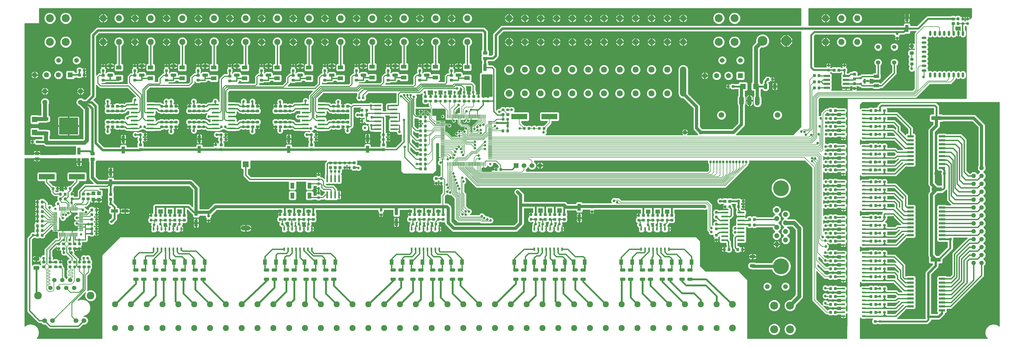
<source format=gtl>
G75*
%MOIN*%
%OFA0B0*%
%FSLAX25Y25*%
%IPPOS*%
%LPD*%
%AMOC8*
5,1,8,0,0,1.08239X$1,22.5*
%
%ADD10C,0.01506*%
%ADD11OC8,0.12400*%
%ADD12C,0.12400*%
%ADD13OC8,0.06300*%
%ADD14C,0.06300*%
%ADD15C,0.01953*%
%ADD16C,0.07677*%
%ADD17C,0.08600*%
%ADD18R,0.06000X0.06000*%
%ADD19C,0.06000*%
%ADD20C,0.05600*%
%ADD21OC8,0.05600*%
%ADD22R,0.05118X0.06693*%
%ADD23R,0.03071X0.03071*%
%ADD24R,0.06693X0.05118*%
%ADD25R,0.06693X0.07087*%
%ADD26R,0.12992X0.05118*%
%ADD27C,0.00626*%
%ADD28C,0.02953*%
%ADD29R,0.02362X0.08661*%
%ADD30C,0.06000*%
%ADD31R,0.08661X0.02362*%
%ADD32R,0.08000X0.02600*%
%ADD33C,0.00875*%
%ADD34C,0.01000*%
%ADD35R,0.04724X0.04724*%
%ADD36C,0.01947*%
%ADD37R,0.03937X0.01969*%
%ADD38R,0.01969X0.03937*%
%ADD39C,0.01984*%
%ADD40C,0.01717*%
%ADD41C,0.03150*%
%ADD42OC8,0.06000*%
%ADD43C,0.20000*%
%ADD44C,0.10000*%
%ADD45R,0.05118X0.07480*%
%ADD46R,0.20000X0.07000*%
%ADD47C,0.09626*%
%ADD48C,0.05504*%
%ADD49C,0.06024*%
%ADD50R,0.24409X0.21260*%
%ADD51R,0.06299X0.03937*%
%ADD52R,0.06496X0.06496*%
%ADD53C,0.06496*%
%ADD54R,0.07087X0.06693*%
%ADD55OC8,0.05200*%
%ADD56C,0.05200*%
%ADD57R,0.07600X0.07600*%
%ADD58C,0.05937*%
%ADD59R,0.03937X0.09055*%
%ADD60R,0.09055X0.03937*%
%ADD61C,0.07087*%
%ADD62C,0.05346*%
%ADD63C,0.05937*%
%ADD64C,0.01600*%
%ADD65C,0.03372*%
%ADD66C,0.02400*%
%ADD67C,0.00800*%
%ADD68C,0.03175*%
%ADD69C,0.01200*%
%ADD70C,0.05000*%
%ADD71C,0.03569*%
%ADD72C,0.08000*%
%ADD73C,0.02000*%
%ADD74C,0.04000*%
%ADD75C,0.03000*%
%ADD76C,0.03962*%
%ADD77C,0.00600*%
D10*
X0069101Y0114906D02*
X0069101Y0116550D01*
X0070547Y0116550D01*
X0070547Y0114906D01*
X0069101Y0114906D01*
X0069101Y0116411D02*
X0070547Y0116411D01*
X0070547Y0120812D02*
X0070547Y0122456D01*
X0070547Y0120812D02*
X0069101Y0120812D01*
X0069101Y0122456D01*
X0070547Y0122456D01*
X0070547Y0122317D02*
X0069101Y0122317D01*
X0082547Y0122456D02*
X0082547Y0120812D01*
X0081101Y0120812D01*
X0081101Y0122456D01*
X0082547Y0122456D01*
X0082547Y0122317D02*
X0081101Y0122317D01*
X0081101Y0116550D02*
X0081101Y0114906D01*
X0081101Y0116550D02*
X0082547Y0116550D01*
X0082547Y0114906D01*
X0081101Y0114906D01*
X0081101Y0116411D02*
X0082547Y0116411D01*
X0087101Y0116550D02*
X0087101Y0114906D01*
X0087101Y0116550D02*
X0088547Y0116550D01*
X0088547Y0114906D01*
X0087101Y0114906D01*
X0087101Y0116411D02*
X0088547Y0116411D01*
X0088547Y0120812D02*
X0088547Y0122456D01*
X0088547Y0120812D02*
X0087101Y0120812D01*
X0087101Y0122456D01*
X0088547Y0122456D01*
X0088547Y0122317D02*
X0087101Y0122317D01*
X0094547Y0122456D02*
X0094547Y0120812D01*
X0093101Y0120812D01*
X0093101Y0122456D01*
X0094547Y0122456D01*
X0094547Y0122317D02*
X0093101Y0122317D01*
X0093101Y0116550D02*
X0093101Y0114906D01*
X0093101Y0116550D02*
X0094547Y0116550D01*
X0094547Y0114906D01*
X0093101Y0114906D01*
X0093101Y0116411D02*
X0094547Y0116411D01*
X0093101Y0137906D02*
X0093101Y0139550D01*
X0094547Y0139550D01*
X0094547Y0137906D01*
X0093101Y0137906D01*
X0093101Y0139411D02*
X0094547Y0139411D01*
X0094547Y0143812D02*
X0094547Y0145456D01*
X0094547Y0143812D02*
X0093101Y0143812D01*
X0093101Y0145456D01*
X0094547Y0145456D01*
X0094547Y0145317D02*
X0093101Y0145317D01*
X0068547Y0145456D02*
X0068547Y0143812D01*
X0067101Y0143812D01*
X0067101Y0145456D01*
X0068547Y0145456D01*
X0068547Y0145317D02*
X0067101Y0145317D01*
X0067101Y0139550D02*
X0067101Y0137906D01*
X0067101Y0139550D02*
X0068547Y0139550D01*
X0068547Y0137906D01*
X0067101Y0137906D01*
X0067101Y0139411D02*
X0068547Y0139411D01*
X0108687Y0158404D02*
X0110331Y0158404D01*
X0110331Y0156958D01*
X0108687Y0156958D01*
X0108687Y0158404D01*
X0108687Y0164404D02*
X0110331Y0164404D01*
X0110331Y0162958D01*
X0108687Y0162958D01*
X0108687Y0164404D01*
X0108687Y0170404D02*
X0110331Y0170404D01*
X0110331Y0168958D01*
X0108687Y0168958D01*
X0108687Y0170404D01*
X0108687Y0176404D02*
X0110331Y0176404D01*
X0110331Y0174958D01*
X0108687Y0174958D01*
X0108687Y0176404D01*
X0108687Y0182404D02*
X0110331Y0182404D01*
X0110331Y0180958D01*
X0108687Y0180958D01*
X0108687Y0182404D01*
X0114593Y0180958D02*
X0116237Y0180958D01*
X0114593Y0180958D02*
X0114593Y0182404D01*
X0116237Y0182404D01*
X0116237Y0180958D01*
X0116237Y0174958D02*
X0114593Y0174958D01*
X0114593Y0176404D01*
X0116237Y0176404D01*
X0116237Y0174958D01*
X0116237Y0168958D02*
X0114593Y0168958D01*
X0114593Y0170404D01*
X0116237Y0170404D01*
X0116237Y0168958D01*
X0116237Y0162958D02*
X0114593Y0162958D01*
X0114593Y0164404D01*
X0116237Y0164404D01*
X0116237Y0162958D01*
X0116237Y0156958D02*
X0114593Y0156958D01*
X0114593Y0158404D01*
X0116237Y0158404D01*
X0116237Y0156958D01*
X0183601Y0173906D02*
X0183601Y0175550D01*
X0185047Y0175550D01*
X0185047Y0173906D01*
X0183601Y0173906D01*
X0183601Y0175411D02*
X0185047Y0175411D01*
X0185047Y0179812D02*
X0185047Y0181456D01*
X0185047Y0179812D02*
X0183601Y0179812D01*
X0183601Y0181456D01*
X0185047Y0181456D01*
X0185047Y0181317D02*
X0183601Y0181317D01*
X0197047Y0181456D02*
X0197047Y0179812D01*
X0195601Y0179812D01*
X0195601Y0181456D01*
X0197047Y0181456D01*
X0197047Y0181317D02*
X0195601Y0181317D01*
X0195601Y0175550D02*
X0195601Y0173906D01*
X0195601Y0175550D02*
X0197047Y0175550D01*
X0197047Y0173906D01*
X0195601Y0173906D01*
X0195601Y0175411D02*
X0197047Y0175411D01*
X0207601Y0175550D02*
X0207601Y0173906D01*
X0207601Y0175550D02*
X0209047Y0175550D01*
X0209047Y0173906D01*
X0207601Y0173906D01*
X0207601Y0175411D02*
X0209047Y0175411D01*
X0209047Y0179812D02*
X0209047Y0181456D01*
X0209047Y0179812D02*
X0207601Y0179812D01*
X0207601Y0181456D01*
X0209047Y0181456D01*
X0209047Y0181317D02*
X0207601Y0181317D01*
X0221047Y0181456D02*
X0221047Y0179812D01*
X0219601Y0179812D01*
X0219601Y0181456D01*
X0221047Y0181456D01*
X0221047Y0181317D02*
X0219601Y0181317D01*
X0219601Y0175550D02*
X0219601Y0173906D01*
X0219601Y0175550D02*
X0221047Y0175550D01*
X0221047Y0173906D01*
X0219601Y0173906D01*
X0219601Y0175411D02*
X0221047Y0175411D01*
X0256239Y0175050D02*
X0256239Y0173406D01*
X0256239Y0175050D02*
X0257685Y0175050D01*
X0257685Y0173406D01*
X0256239Y0173406D01*
X0256239Y0174911D02*
X0257685Y0174911D01*
X0257685Y0179312D02*
X0257685Y0180956D01*
X0257685Y0179312D02*
X0256239Y0179312D01*
X0256239Y0180956D01*
X0257685Y0180956D01*
X0257685Y0180817D02*
X0256239Y0180817D01*
X0348047Y0180812D02*
X0348047Y0182456D01*
X0348047Y0180812D02*
X0346601Y0180812D01*
X0346601Y0182456D01*
X0348047Y0182456D01*
X0348047Y0182317D02*
X0346601Y0182317D01*
X0346601Y0176550D02*
X0346601Y0174906D01*
X0346601Y0176550D02*
X0348047Y0176550D01*
X0348047Y0174906D01*
X0346601Y0174906D01*
X0346601Y0176411D02*
X0348047Y0176411D01*
X0358601Y0176550D02*
X0358601Y0174906D01*
X0358601Y0176550D02*
X0360047Y0176550D01*
X0360047Y0174906D01*
X0358601Y0174906D01*
X0358601Y0176411D02*
X0360047Y0176411D01*
X0360047Y0180812D02*
X0360047Y0182456D01*
X0360047Y0180812D02*
X0358601Y0180812D01*
X0358601Y0182456D01*
X0360047Y0182456D01*
X0360047Y0182317D02*
X0358601Y0182317D01*
X0372047Y0182456D02*
X0372047Y0180812D01*
X0370601Y0180812D01*
X0370601Y0182456D01*
X0372047Y0182456D01*
X0372047Y0182317D02*
X0370601Y0182317D01*
X0370601Y0176550D02*
X0370601Y0174906D01*
X0370601Y0176550D02*
X0372047Y0176550D01*
X0372047Y0174906D01*
X0370601Y0174906D01*
X0370601Y0176411D02*
X0372047Y0176411D01*
X0382601Y0176550D02*
X0382601Y0174906D01*
X0382601Y0176550D02*
X0384047Y0176550D01*
X0384047Y0174906D01*
X0382601Y0174906D01*
X0382601Y0176411D02*
X0384047Y0176411D01*
X0384047Y0180812D02*
X0384047Y0182456D01*
X0384047Y0180812D02*
X0382601Y0180812D01*
X0382601Y0182456D01*
X0384047Y0182456D01*
X0384047Y0182317D02*
X0382601Y0182317D01*
X0395239Y0202406D02*
X0395239Y0204050D01*
X0396685Y0204050D01*
X0396685Y0202406D01*
X0395239Y0202406D01*
X0395239Y0203911D02*
X0396685Y0203911D01*
X0396685Y0208312D02*
X0396685Y0209956D01*
X0396685Y0208312D02*
X0395239Y0208312D01*
X0395239Y0209956D01*
X0396685Y0209956D01*
X0396685Y0209817D02*
X0395239Y0209817D01*
X0395239Y0213906D02*
X0395239Y0215550D01*
X0396685Y0215550D01*
X0396685Y0213906D01*
X0395239Y0213906D01*
X0395239Y0215411D02*
X0396685Y0215411D01*
X0396685Y0219812D02*
X0396685Y0221456D01*
X0396685Y0219812D02*
X0395239Y0219812D01*
X0395239Y0221456D01*
X0396685Y0221456D01*
X0396685Y0221317D02*
X0395239Y0221317D01*
X0395239Y0225406D02*
X0395239Y0227050D01*
X0396685Y0227050D01*
X0396685Y0225406D01*
X0395239Y0225406D01*
X0395239Y0226911D02*
X0396685Y0226911D01*
X0396685Y0231312D02*
X0396685Y0232956D01*
X0396685Y0231312D02*
X0395239Y0231312D01*
X0395239Y0232956D01*
X0396685Y0232956D01*
X0396685Y0232817D02*
X0395239Y0232817D01*
X0428239Y0240406D02*
X0428239Y0242050D01*
X0429685Y0242050D01*
X0429685Y0240406D01*
X0428239Y0240406D01*
X0428239Y0241911D02*
X0429685Y0241911D01*
X0429685Y0246312D02*
X0429685Y0247956D01*
X0429685Y0246312D02*
X0428239Y0246312D01*
X0428239Y0247956D01*
X0429685Y0247956D01*
X0429685Y0247817D02*
X0428239Y0247817D01*
X0435685Y0247956D02*
X0435685Y0246312D01*
X0434239Y0246312D01*
X0434239Y0247956D01*
X0435685Y0247956D01*
X0435685Y0247817D02*
X0434239Y0247817D01*
X0434239Y0242050D02*
X0434239Y0240406D01*
X0434239Y0242050D02*
X0435685Y0242050D01*
X0435685Y0240406D01*
X0434239Y0240406D01*
X0434239Y0241911D02*
X0435685Y0241911D01*
X0524049Y0246404D02*
X0525693Y0246404D01*
X0525693Y0244958D01*
X0524049Y0244958D01*
X0524049Y0246404D01*
X0529955Y0244958D02*
X0531599Y0244958D01*
X0529955Y0244958D02*
X0529955Y0246404D01*
X0531599Y0246404D01*
X0531599Y0244958D01*
X0531599Y0256958D02*
X0529955Y0256958D01*
X0529955Y0258404D01*
X0531599Y0258404D01*
X0531599Y0256958D01*
X0525693Y0258404D02*
X0524049Y0258404D01*
X0525693Y0258404D02*
X0525693Y0256958D01*
X0524049Y0256958D01*
X0524049Y0258404D01*
X0524049Y0270404D02*
X0525693Y0270404D01*
X0525693Y0268958D01*
X0524049Y0268958D01*
X0524049Y0270404D01*
X0529955Y0268958D02*
X0531599Y0268958D01*
X0529955Y0268958D02*
X0529955Y0270404D01*
X0531599Y0270404D01*
X0531599Y0268958D01*
X0531599Y0280958D02*
X0529955Y0280958D01*
X0529955Y0282404D01*
X0531599Y0282404D01*
X0531599Y0280958D01*
X0525693Y0282404D02*
X0524049Y0282404D01*
X0525693Y0282404D02*
X0525693Y0280958D01*
X0524049Y0280958D01*
X0524049Y0282404D01*
X0524049Y0294404D02*
X0525693Y0294404D01*
X0525693Y0292958D01*
X0524049Y0292958D01*
X0524049Y0294404D01*
X0524049Y0300404D02*
X0525693Y0300404D01*
X0525693Y0298958D01*
X0524049Y0298958D01*
X0524049Y0300404D01*
X0529955Y0298958D02*
X0531599Y0298958D01*
X0529955Y0298958D02*
X0529955Y0300404D01*
X0531599Y0300404D01*
X0531599Y0298958D01*
X0531599Y0292958D02*
X0529955Y0292958D01*
X0529955Y0294404D01*
X0531599Y0294404D01*
X0531599Y0292958D01*
X0531874Y0310958D02*
X0530230Y0310958D01*
X0530230Y0312404D01*
X0531874Y0312404D01*
X0531874Y0310958D01*
X0525969Y0312404D02*
X0524325Y0312404D01*
X0525969Y0312404D02*
X0525969Y0310958D01*
X0524325Y0310958D01*
X0524325Y0312404D01*
X0536739Y0324406D02*
X0536739Y0326050D01*
X0538185Y0326050D01*
X0538185Y0324406D01*
X0536739Y0324406D01*
X0536739Y0325911D02*
X0538185Y0325911D01*
X0549239Y0326050D02*
X0549239Y0324406D01*
X0549239Y0326050D02*
X0550685Y0326050D01*
X0550685Y0324406D01*
X0549239Y0324406D01*
X0549239Y0325911D02*
X0550685Y0325911D01*
X0561239Y0326050D02*
X0561239Y0324406D01*
X0561239Y0326050D02*
X0562685Y0326050D01*
X0562685Y0324406D01*
X0561239Y0324406D01*
X0561239Y0325911D02*
X0562685Y0325911D01*
X0573239Y0326050D02*
X0573239Y0324406D01*
X0573239Y0326050D02*
X0574685Y0326050D01*
X0574685Y0324406D01*
X0573239Y0324406D01*
X0573239Y0325911D02*
X0574685Y0325911D01*
X0585239Y0326050D02*
X0585239Y0324406D01*
X0585239Y0326050D02*
X0586685Y0326050D01*
X0586685Y0324406D01*
X0585239Y0324406D01*
X0585239Y0325911D02*
X0586685Y0325911D01*
X0597239Y0326050D02*
X0597239Y0324406D01*
X0597239Y0326050D02*
X0598685Y0326050D01*
X0598685Y0324406D01*
X0597239Y0324406D01*
X0597239Y0325911D02*
X0598685Y0325911D01*
X0603239Y0326050D02*
X0603239Y0324406D01*
X0603239Y0326050D02*
X0604685Y0326050D01*
X0604685Y0324406D01*
X0603239Y0324406D01*
X0603239Y0325911D02*
X0604685Y0325911D01*
X0609239Y0326050D02*
X0609239Y0324406D01*
X0609239Y0326050D02*
X0610685Y0326050D01*
X0610685Y0324406D01*
X0609239Y0324406D01*
X0609239Y0325911D02*
X0610685Y0325911D01*
X0610685Y0330312D02*
X0610685Y0331956D01*
X0610685Y0330312D02*
X0609239Y0330312D01*
X0609239Y0331956D01*
X0610685Y0331956D01*
X0610685Y0331817D02*
X0609239Y0331817D01*
X0604685Y0331956D02*
X0604685Y0330312D01*
X0603239Y0330312D01*
X0603239Y0331956D01*
X0604685Y0331956D01*
X0604685Y0331817D02*
X0603239Y0331817D01*
X0598685Y0331956D02*
X0598685Y0330312D01*
X0597239Y0330312D01*
X0597239Y0331956D01*
X0598685Y0331956D01*
X0598685Y0331817D02*
X0597239Y0331817D01*
X0586685Y0331956D02*
X0586685Y0330312D01*
X0585239Y0330312D01*
X0585239Y0331956D01*
X0586685Y0331956D01*
X0586685Y0331817D02*
X0585239Y0331817D01*
X0574685Y0331956D02*
X0574685Y0330312D01*
X0573239Y0330312D01*
X0573239Y0331956D01*
X0574685Y0331956D01*
X0574685Y0331817D02*
X0573239Y0331817D01*
X0562685Y0331956D02*
X0562685Y0330312D01*
X0561239Y0330312D01*
X0561239Y0331956D01*
X0562685Y0331956D01*
X0562685Y0331817D02*
X0561239Y0331817D01*
X0550685Y0331956D02*
X0550685Y0330312D01*
X0549239Y0330312D01*
X0549239Y0331956D01*
X0550685Y0331956D01*
X0550685Y0331817D02*
X0549239Y0331817D01*
X0538185Y0331956D02*
X0538185Y0330312D01*
X0536739Y0330312D01*
X0536739Y0331956D01*
X0538185Y0331956D01*
X0538185Y0331817D02*
X0536739Y0331817D01*
X0523101Y0362906D02*
X0523101Y0364550D01*
X0524547Y0364550D01*
X0524547Y0362906D01*
X0523101Y0362906D01*
X0523101Y0364411D02*
X0524547Y0364411D01*
X0524547Y0368812D02*
X0524547Y0370456D01*
X0524547Y0368812D02*
X0523101Y0368812D01*
X0523101Y0370456D01*
X0524547Y0370456D01*
X0524547Y0370317D02*
X0523101Y0370317D01*
X0564547Y0370456D02*
X0564547Y0368812D01*
X0563101Y0368812D01*
X0563101Y0370456D01*
X0564547Y0370456D01*
X0564547Y0370317D02*
X0563101Y0370317D01*
X0563101Y0364550D02*
X0563101Y0362906D01*
X0563101Y0364550D02*
X0564547Y0364550D01*
X0564547Y0362906D01*
X0563101Y0362906D01*
X0563101Y0364411D02*
X0564547Y0364411D01*
X0483101Y0364550D02*
X0483101Y0362906D01*
X0483101Y0364550D02*
X0484547Y0364550D01*
X0484547Y0362906D01*
X0483101Y0362906D01*
X0483101Y0364411D02*
X0484547Y0364411D01*
X0484547Y0368812D02*
X0484547Y0370456D01*
X0484547Y0368812D02*
X0483101Y0368812D01*
X0483101Y0370456D01*
X0484547Y0370456D01*
X0484547Y0370317D02*
X0483101Y0370317D01*
X0444547Y0370456D02*
X0444547Y0368812D01*
X0443101Y0368812D01*
X0443101Y0370456D01*
X0444547Y0370456D01*
X0444547Y0370317D02*
X0443101Y0370317D01*
X0443101Y0364550D02*
X0443101Y0362906D01*
X0443101Y0364550D02*
X0444547Y0364550D01*
X0444547Y0362906D01*
X0443101Y0362906D01*
X0443101Y0364411D02*
X0444547Y0364411D01*
X0403101Y0364550D02*
X0403101Y0362906D01*
X0403101Y0364550D02*
X0404547Y0364550D01*
X0404547Y0362906D01*
X0403101Y0362906D01*
X0403101Y0364411D02*
X0404547Y0364411D01*
X0404547Y0368812D02*
X0404547Y0370456D01*
X0404547Y0368812D02*
X0403101Y0368812D01*
X0403101Y0370456D01*
X0404547Y0370456D01*
X0404547Y0370317D02*
X0403101Y0370317D01*
X0364547Y0370456D02*
X0364547Y0368812D01*
X0363101Y0368812D01*
X0363101Y0370456D01*
X0364547Y0370456D01*
X0364547Y0370317D02*
X0363101Y0370317D01*
X0363101Y0364550D02*
X0363101Y0362906D01*
X0363101Y0364550D02*
X0364547Y0364550D01*
X0364547Y0362906D01*
X0363101Y0362906D01*
X0363101Y0364411D02*
X0364547Y0364411D01*
X0323101Y0364550D02*
X0323101Y0362906D01*
X0323101Y0364550D02*
X0324547Y0364550D01*
X0324547Y0362906D01*
X0323101Y0362906D01*
X0323101Y0364411D02*
X0324547Y0364411D01*
X0324547Y0368812D02*
X0324547Y0370456D01*
X0324547Y0368812D02*
X0323101Y0368812D01*
X0323101Y0370456D01*
X0324547Y0370456D01*
X0324547Y0370317D02*
X0323101Y0370317D01*
X0284547Y0370456D02*
X0284547Y0368812D01*
X0283101Y0368812D01*
X0283101Y0370456D01*
X0284547Y0370456D01*
X0284547Y0370317D02*
X0283101Y0370317D01*
X0283101Y0364550D02*
X0283101Y0362906D01*
X0283101Y0364550D02*
X0284547Y0364550D01*
X0284547Y0362906D01*
X0283101Y0362906D01*
X0283101Y0364411D02*
X0284547Y0364411D01*
X0243101Y0364550D02*
X0243101Y0362906D01*
X0243101Y0364550D02*
X0244547Y0364550D01*
X0244547Y0362906D01*
X0243101Y0362906D01*
X0243101Y0364411D02*
X0244547Y0364411D01*
X0244547Y0368812D02*
X0244547Y0370456D01*
X0244547Y0368812D02*
X0243101Y0368812D01*
X0243101Y0370456D01*
X0244547Y0370456D01*
X0244547Y0370317D02*
X0243101Y0370317D01*
X0204547Y0370456D02*
X0204547Y0368812D01*
X0203101Y0368812D01*
X0203101Y0370456D01*
X0204547Y0370456D01*
X0204547Y0370317D02*
X0203101Y0370317D01*
X0203101Y0364550D02*
X0203101Y0362906D01*
X0203101Y0364550D02*
X0204547Y0364550D01*
X0204547Y0362906D01*
X0203101Y0362906D01*
X0203101Y0364411D02*
X0204547Y0364411D01*
X0163101Y0364550D02*
X0163101Y0362906D01*
X0163101Y0364550D02*
X0164547Y0364550D01*
X0164547Y0362906D01*
X0163101Y0362906D01*
X0163101Y0364411D02*
X0164547Y0364411D01*
X0164547Y0368812D02*
X0164547Y0370456D01*
X0164547Y0368812D02*
X0163101Y0368812D01*
X0163101Y0370456D01*
X0164547Y0370456D01*
X0164547Y0370317D02*
X0163101Y0370317D01*
X0124547Y0370456D02*
X0124547Y0368812D01*
X0123101Y0368812D01*
X0123101Y0370456D01*
X0124547Y0370456D01*
X0124547Y0370317D02*
X0123101Y0370317D01*
X0123101Y0364550D02*
X0123101Y0362906D01*
X0123101Y0364550D02*
X0124547Y0364550D01*
X0124547Y0362906D01*
X0123101Y0362906D01*
X0123101Y0364411D02*
X0124547Y0364411D01*
X0100737Y0363458D02*
X0099093Y0363458D01*
X0099093Y0364904D01*
X0100737Y0364904D01*
X0100737Y0363458D01*
X0094831Y0364904D02*
X0093187Y0364904D01*
X0094831Y0364904D02*
X0094831Y0363458D01*
X0093187Y0363458D01*
X0093187Y0364904D01*
X0148547Y0319456D02*
X0148547Y0317812D01*
X0147101Y0317812D01*
X0147101Y0319456D01*
X0148547Y0319456D01*
X0148547Y0319317D02*
X0147101Y0319317D01*
X0147101Y0313550D02*
X0147101Y0311906D01*
X0147101Y0313550D02*
X0148547Y0313550D01*
X0148547Y0311906D01*
X0147101Y0311906D01*
X0147101Y0313411D02*
X0148547Y0313411D01*
X0142547Y0299456D02*
X0142547Y0297812D01*
X0141101Y0297812D01*
X0141101Y0299456D01*
X0142547Y0299456D01*
X0142547Y0299317D02*
X0141101Y0299317D01*
X0141101Y0293550D02*
X0141101Y0291906D01*
X0141101Y0293550D02*
X0142547Y0293550D01*
X0142547Y0291906D01*
X0141101Y0291906D01*
X0141101Y0293411D02*
X0142547Y0293411D01*
X0170049Y0283404D02*
X0171693Y0283404D01*
X0171693Y0281958D01*
X0170049Y0281958D01*
X0170049Y0283404D01*
X0175955Y0281958D02*
X0177599Y0281958D01*
X0175955Y0281958D02*
X0175955Y0283404D01*
X0177599Y0283404D01*
X0177599Y0281958D01*
X0177599Y0275958D02*
X0175955Y0275958D01*
X0175955Y0277404D01*
X0177599Y0277404D01*
X0177599Y0275958D01*
X0171693Y0277404D02*
X0170049Y0277404D01*
X0171693Y0277404D02*
X0171693Y0275958D01*
X0170049Y0275958D01*
X0170049Y0277404D01*
X0203101Y0291906D02*
X0203101Y0293550D01*
X0204547Y0293550D01*
X0204547Y0291906D01*
X0203101Y0291906D01*
X0203101Y0293411D02*
X0204547Y0293411D01*
X0204547Y0297812D02*
X0204547Y0299456D01*
X0204547Y0297812D02*
X0203101Y0297812D01*
X0203101Y0299456D01*
X0204547Y0299456D01*
X0204547Y0299317D02*
X0203101Y0299317D01*
X0197101Y0311906D02*
X0197101Y0313550D01*
X0198547Y0313550D01*
X0198547Y0311906D01*
X0197101Y0311906D01*
X0197101Y0313411D02*
X0198547Y0313411D01*
X0198547Y0317812D02*
X0198547Y0319456D01*
X0198547Y0317812D02*
X0197101Y0317812D01*
X0197101Y0319456D01*
X0198547Y0319456D01*
X0198547Y0319317D02*
X0197101Y0319317D01*
X0251547Y0319456D02*
X0251547Y0317812D01*
X0250101Y0317812D01*
X0250101Y0319456D01*
X0251547Y0319456D01*
X0251547Y0319317D02*
X0250101Y0319317D01*
X0250101Y0313550D02*
X0250101Y0311906D01*
X0250101Y0313550D02*
X0251547Y0313550D01*
X0251547Y0311906D01*
X0250101Y0311906D01*
X0250101Y0313411D02*
X0251547Y0313411D01*
X0251547Y0299456D02*
X0251547Y0297812D01*
X0250101Y0297812D01*
X0250101Y0299456D01*
X0251547Y0299456D01*
X0251547Y0299317D02*
X0250101Y0299317D01*
X0250101Y0293550D02*
X0250101Y0291906D01*
X0250101Y0293550D02*
X0251547Y0293550D01*
X0251547Y0291906D01*
X0250101Y0291906D01*
X0250101Y0293411D02*
X0251547Y0293411D01*
X0272049Y0283404D02*
X0273693Y0283404D01*
X0273693Y0281958D01*
X0272049Y0281958D01*
X0272049Y0283404D01*
X0277955Y0281958D02*
X0279599Y0281958D01*
X0277955Y0281958D02*
X0277955Y0283404D01*
X0279599Y0283404D01*
X0279599Y0281958D01*
X0279599Y0275958D02*
X0277955Y0275958D01*
X0277955Y0277404D01*
X0279599Y0277404D01*
X0279599Y0275958D01*
X0273693Y0277404D02*
X0272049Y0277404D01*
X0273693Y0277404D02*
X0273693Y0275958D01*
X0272049Y0275958D01*
X0272049Y0277404D01*
X0266685Y0270956D02*
X0266685Y0269312D01*
X0265239Y0269312D01*
X0265239Y0270956D01*
X0266685Y0270956D01*
X0266685Y0270817D02*
X0265239Y0270817D01*
X0265239Y0265050D02*
X0265239Y0263406D01*
X0265239Y0265050D02*
X0266685Y0265050D01*
X0266685Y0263406D01*
X0265239Y0263406D01*
X0265239Y0264911D02*
X0266685Y0264911D01*
X0300101Y0291906D02*
X0300101Y0293550D01*
X0301547Y0293550D01*
X0301547Y0291906D01*
X0300101Y0291906D01*
X0300101Y0293411D02*
X0301547Y0293411D01*
X0301547Y0297812D02*
X0301547Y0299456D01*
X0301547Y0297812D02*
X0300101Y0297812D01*
X0300101Y0299456D01*
X0301547Y0299456D01*
X0301547Y0299317D02*
X0300101Y0299317D01*
X0300101Y0311906D02*
X0300101Y0313550D01*
X0301547Y0313550D01*
X0301547Y0311906D01*
X0300101Y0311906D01*
X0300101Y0313411D02*
X0301547Y0313411D01*
X0301547Y0317812D02*
X0301547Y0319456D01*
X0301547Y0317812D02*
X0300101Y0317812D01*
X0300101Y0319456D01*
X0301547Y0319456D01*
X0301547Y0319317D02*
X0300101Y0319317D01*
X0360547Y0319456D02*
X0360547Y0317812D01*
X0359101Y0317812D01*
X0359101Y0319456D01*
X0360547Y0319456D01*
X0360547Y0319317D02*
X0359101Y0319317D01*
X0359101Y0313550D02*
X0359101Y0311906D01*
X0359101Y0313550D02*
X0360547Y0313550D01*
X0360547Y0311906D01*
X0359101Y0311906D01*
X0359101Y0313411D02*
X0360547Y0313411D01*
X0360547Y0299456D02*
X0360547Y0297812D01*
X0359101Y0297812D01*
X0359101Y0299456D01*
X0360547Y0299456D01*
X0360547Y0299317D02*
X0359101Y0299317D01*
X0359101Y0293550D02*
X0359101Y0291906D01*
X0359101Y0293550D02*
X0360547Y0293550D01*
X0360547Y0291906D01*
X0359101Y0291906D01*
X0359101Y0293411D02*
X0360547Y0293411D01*
X0386049Y0283404D02*
X0387693Y0283404D01*
X0387693Y0281958D01*
X0386049Y0281958D01*
X0386049Y0283404D01*
X0391955Y0281958D02*
X0393599Y0281958D01*
X0391955Y0281958D02*
X0391955Y0283404D01*
X0393599Y0283404D01*
X0393599Y0281958D01*
X0393599Y0275958D02*
X0391955Y0275958D01*
X0391955Y0277404D01*
X0393599Y0277404D01*
X0393599Y0275958D01*
X0387693Y0277404D02*
X0386049Y0277404D01*
X0387693Y0277404D02*
X0387693Y0275958D01*
X0386049Y0275958D01*
X0386049Y0277404D01*
X0414101Y0291906D02*
X0414101Y0293550D01*
X0415547Y0293550D01*
X0415547Y0291906D01*
X0414101Y0291906D01*
X0414101Y0293411D02*
X0415547Y0293411D01*
X0415547Y0297812D02*
X0415547Y0299456D01*
X0415547Y0297812D02*
X0414101Y0297812D01*
X0414101Y0299456D01*
X0415547Y0299456D01*
X0415547Y0299317D02*
X0414101Y0299317D01*
X0414101Y0311906D02*
X0414101Y0313550D01*
X0415547Y0313550D01*
X0415547Y0311906D01*
X0414101Y0311906D01*
X0414101Y0313411D02*
X0415547Y0313411D01*
X0415547Y0317812D02*
X0415547Y0319456D01*
X0415547Y0317812D02*
X0414101Y0317812D01*
X0414101Y0319456D01*
X0415547Y0319456D01*
X0415547Y0319317D02*
X0414101Y0319317D01*
X0450049Y0314404D02*
X0451693Y0314404D01*
X0451693Y0312958D01*
X0450049Y0312958D01*
X0450049Y0314404D01*
X0455955Y0312958D02*
X0457599Y0312958D01*
X0455955Y0312958D02*
X0455955Y0314404D01*
X0457599Y0314404D01*
X0457599Y0312958D01*
X0477049Y0283404D02*
X0478693Y0283404D01*
X0478693Y0281958D01*
X0477049Y0281958D01*
X0477049Y0283404D01*
X0482955Y0281958D02*
X0484599Y0281958D01*
X0482955Y0281958D02*
X0482955Y0283404D01*
X0484599Y0283404D01*
X0484599Y0281958D01*
X0484599Y0275958D02*
X0482955Y0275958D01*
X0482955Y0277404D01*
X0484599Y0277404D01*
X0484599Y0275958D01*
X0478693Y0277404D02*
X0477049Y0277404D01*
X0478693Y0277404D02*
X0478693Y0275958D01*
X0477049Y0275958D01*
X0477049Y0277404D01*
X0545185Y0228094D02*
X0545185Y0226450D01*
X0543739Y0226450D01*
X0543739Y0228094D01*
X0545185Y0228094D01*
X0545185Y0227955D02*
X0543739Y0227955D01*
X0543739Y0222188D02*
X0543739Y0220544D01*
X0543739Y0222188D02*
X0545185Y0222188D01*
X0545185Y0220544D01*
X0543739Y0220544D01*
X0543739Y0222049D02*
X0545185Y0222049D01*
X0550239Y0222188D02*
X0550239Y0220544D01*
X0550239Y0222188D02*
X0551685Y0222188D01*
X0551685Y0220544D01*
X0550239Y0220544D01*
X0550239Y0222049D02*
X0551685Y0222049D01*
X0551685Y0226450D02*
X0551685Y0228094D01*
X0551685Y0226450D02*
X0550239Y0226450D01*
X0550239Y0228094D01*
X0551685Y0228094D01*
X0551685Y0227955D02*
X0550239Y0227955D01*
X0619325Y0239404D02*
X0620969Y0239404D01*
X0620969Y0237958D01*
X0619325Y0237958D01*
X0619325Y0239404D01*
X0625230Y0237958D02*
X0626874Y0237958D01*
X0625230Y0237958D02*
X0625230Y0239404D01*
X0626874Y0239404D01*
X0626874Y0237958D01*
X0742185Y0192094D02*
X0742185Y0190450D01*
X0740739Y0190450D01*
X0740739Y0192094D01*
X0742185Y0192094D01*
X0742185Y0191955D02*
X0740739Y0191955D01*
X0740739Y0186188D02*
X0740739Y0184544D01*
X0740739Y0186188D02*
X0742185Y0186188D01*
X0742185Y0184544D01*
X0740739Y0184544D01*
X0740739Y0186049D02*
X0742185Y0186049D01*
X0701047Y0182456D02*
X0701047Y0180812D01*
X0699601Y0180812D01*
X0699601Y0182456D01*
X0701047Y0182456D01*
X0701047Y0182317D02*
X0699601Y0182317D01*
X0699601Y0176550D02*
X0699601Y0174906D01*
X0699601Y0176550D02*
X0701047Y0176550D01*
X0701047Y0174906D01*
X0699601Y0174906D01*
X0699601Y0176411D02*
X0701047Y0176411D01*
X0687601Y0176550D02*
X0687601Y0174906D01*
X0687601Y0176550D02*
X0689047Y0176550D01*
X0689047Y0174906D01*
X0687601Y0174906D01*
X0687601Y0176411D02*
X0689047Y0176411D01*
X0689047Y0180812D02*
X0689047Y0182456D01*
X0689047Y0180812D02*
X0687601Y0180812D01*
X0687601Y0182456D01*
X0689047Y0182456D01*
X0689047Y0182317D02*
X0687601Y0182317D01*
X0677047Y0182456D02*
X0677047Y0180812D01*
X0675601Y0180812D01*
X0675601Y0182456D01*
X0677047Y0182456D01*
X0677047Y0182317D02*
X0675601Y0182317D01*
X0675601Y0176550D02*
X0675601Y0174906D01*
X0675601Y0176550D02*
X0677047Y0176550D01*
X0677047Y0174906D01*
X0675601Y0174906D01*
X0675601Y0176411D02*
X0677047Y0176411D01*
X0663601Y0176550D02*
X0663601Y0174906D01*
X0663601Y0176550D02*
X0665047Y0176550D01*
X0665047Y0174906D01*
X0663601Y0174906D01*
X0663601Y0176411D02*
X0665047Y0176411D01*
X0665047Y0180812D02*
X0665047Y0182456D01*
X0665047Y0180812D02*
X0663601Y0180812D01*
X0663601Y0182456D01*
X0665047Y0182456D01*
X0665047Y0182317D02*
X0663601Y0182317D01*
X0548047Y0182456D02*
X0548047Y0180812D01*
X0546601Y0180812D01*
X0546601Y0182456D01*
X0548047Y0182456D01*
X0548047Y0182317D02*
X0546601Y0182317D01*
X0546601Y0176550D02*
X0546601Y0174906D01*
X0546601Y0176550D02*
X0548047Y0176550D01*
X0548047Y0174906D01*
X0546601Y0174906D01*
X0546601Y0176411D02*
X0548047Y0176411D01*
X0534601Y0176550D02*
X0534601Y0174906D01*
X0534601Y0176550D02*
X0536047Y0176550D01*
X0536047Y0174906D01*
X0534601Y0174906D01*
X0534601Y0176411D02*
X0536047Y0176411D01*
X0536047Y0180812D02*
X0536047Y0182456D01*
X0536047Y0180812D02*
X0534601Y0180812D01*
X0534601Y0182456D01*
X0536047Y0182456D01*
X0536047Y0182317D02*
X0534601Y0182317D01*
X0524047Y0182456D02*
X0524047Y0180812D01*
X0522601Y0180812D01*
X0522601Y0182456D01*
X0524047Y0182456D01*
X0524047Y0182317D02*
X0522601Y0182317D01*
X0522601Y0176550D02*
X0522601Y0174906D01*
X0522601Y0176550D02*
X0524047Y0176550D01*
X0524047Y0174906D01*
X0522601Y0174906D01*
X0522601Y0176411D02*
X0524047Y0176411D01*
X0510601Y0176550D02*
X0510601Y0174906D01*
X0510601Y0176550D02*
X0512047Y0176550D01*
X0512047Y0174906D01*
X0510601Y0174906D01*
X0510601Y0176411D02*
X0512047Y0176411D01*
X0512047Y0180812D02*
X0512047Y0182456D01*
X0512047Y0180812D02*
X0510601Y0180812D01*
X0510601Y0182456D01*
X0512047Y0182456D01*
X0512047Y0182317D02*
X0510601Y0182317D01*
X0474239Y0182188D02*
X0474239Y0180544D01*
X0474239Y0182188D02*
X0475685Y0182188D01*
X0475685Y0180544D01*
X0474239Y0180544D01*
X0474239Y0182049D02*
X0475685Y0182049D01*
X0475685Y0186450D02*
X0475685Y0188094D01*
X0475685Y0186450D02*
X0474239Y0186450D01*
X0474239Y0188094D01*
X0475685Y0188094D01*
X0475685Y0187955D02*
X0474239Y0187955D01*
X0655049Y0291404D02*
X0656693Y0291404D01*
X0656693Y0289958D01*
X0655049Y0289958D01*
X0655049Y0291404D01*
X0660955Y0289958D02*
X0662599Y0289958D01*
X0660955Y0289958D02*
X0660955Y0291404D01*
X0662599Y0291404D01*
X0662599Y0289958D01*
X0674049Y0291404D02*
X0675693Y0291404D01*
X0675693Y0289958D01*
X0674049Y0289958D01*
X0674049Y0291404D01*
X0679955Y0289958D02*
X0681599Y0289958D01*
X0679955Y0289958D02*
X0679955Y0291404D01*
X0681599Y0291404D01*
X0681599Y0289958D01*
X0635737Y0301458D02*
X0634093Y0301458D01*
X0634093Y0302904D01*
X0635737Y0302904D01*
X0635737Y0301458D01*
X0629831Y0302904D02*
X0628187Y0302904D01*
X0629831Y0302904D02*
X0629831Y0301458D01*
X0628187Y0301458D01*
X0628187Y0302904D01*
X0628187Y0314904D02*
X0629831Y0314904D01*
X0629831Y0313458D01*
X0628187Y0313458D01*
X0628187Y0314904D01*
X0634093Y0313458D02*
X0635737Y0313458D01*
X0634093Y0313458D02*
X0634093Y0314904D01*
X0635737Y0314904D01*
X0635737Y0313458D01*
X0912687Y0344404D02*
X0914331Y0344404D01*
X0914331Y0342958D01*
X0912687Y0342958D01*
X0912687Y0344404D01*
X0918593Y0342958D02*
X0920237Y0342958D01*
X0918593Y0342958D02*
X0918593Y0344404D01*
X0920237Y0344404D01*
X0920237Y0342958D01*
X0962687Y0353404D02*
X0964331Y0353404D01*
X0964331Y0351958D01*
X0962687Y0351958D01*
X0962687Y0353404D01*
X0968593Y0351958D02*
X0970237Y0351958D01*
X0968593Y0351958D02*
X0968593Y0353404D01*
X0970237Y0353404D01*
X0970237Y0351958D01*
X1039546Y0363584D02*
X1039546Y0365228D01*
X1040992Y0365228D01*
X1040992Y0363584D01*
X1039546Y0363584D01*
X1039546Y0365089D02*
X1040992Y0365089D01*
X1040992Y0369489D02*
X1040992Y0371133D01*
X1040992Y0369489D02*
X1039546Y0369489D01*
X1039546Y0371133D01*
X1040992Y0371133D01*
X1040992Y0370994D02*
X1039546Y0370994D01*
X1060992Y0371133D02*
X1060992Y0369489D01*
X1059546Y0369489D01*
X1059546Y0371133D01*
X1060992Y0371133D01*
X1060992Y0370994D02*
X1059546Y0370994D01*
X1059546Y0365228D02*
X1059546Y0363584D01*
X1059546Y0365228D02*
X1060992Y0365228D01*
X1060992Y0363584D01*
X1059546Y0363584D01*
X1059546Y0365089D02*
X1060992Y0365089D01*
X1126239Y0403906D02*
X1126239Y0405550D01*
X1127685Y0405550D01*
X1127685Y0403906D01*
X1126239Y0403906D01*
X1126239Y0405411D02*
X1127685Y0405411D01*
X1127685Y0409812D02*
X1127685Y0411456D01*
X1127685Y0409812D02*
X1126239Y0409812D01*
X1126239Y0411456D01*
X1127685Y0411456D01*
X1127685Y0411317D02*
X1126239Y0411317D01*
X1209101Y0422406D02*
X1209101Y0424050D01*
X1210547Y0424050D01*
X1210547Y0422406D01*
X1209101Y0422406D01*
X1209101Y0423911D02*
X1210547Y0423911D01*
X1210547Y0428312D02*
X1210547Y0429956D01*
X1210547Y0428312D02*
X1209101Y0428312D01*
X1209101Y0429956D01*
X1210547Y0429956D01*
X1210547Y0429817D02*
X1209101Y0429817D01*
X1216547Y0429956D02*
X1216547Y0428312D01*
X1215101Y0428312D01*
X1215101Y0429956D01*
X1216547Y0429956D01*
X1216547Y0429817D02*
X1215101Y0429817D01*
X1215101Y0424050D02*
X1215101Y0422406D01*
X1215101Y0424050D02*
X1216547Y0424050D01*
X1216547Y0422406D01*
X1215101Y0422406D01*
X1215101Y0423911D02*
X1216547Y0423911D01*
X1117599Y0312458D02*
X1115955Y0312458D01*
X1115955Y0313904D01*
X1117599Y0313904D01*
X1117599Y0312458D01*
X1111693Y0313904D02*
X1110049Y0313904D01*
X1111693Y0313904D02*
X1111693Y0312458D01*
X1110049Y0312458D01*
X1110049Y0313904D01*
X1110049Y0303904D02*
X1111693Y0303904D01*
X1111693Y0302458D01*
X1110049Y0302458D01*
X1110049Y0303904D01*
X1115955Y0302458D02*
X1117599Y0302458D01*
X1115955Y0302458D02*
X1115955Y0303904D01*
X1117599Y0303904D01*
X1117599Y0302458D01*
X1117599Y0292458D02*
X1115955Y0292458D01*
X1115955Y0293904D01*
X1117599Y0293904D01*
X1117599Y0292458D01*
X1111693Y0293904D02*
X1110049Y0293904D01*
X1111693Y0293904D02*
X1111693Y0292458D01*
X1110049Y0292458D01*
X1110049Y0293904D01*
X1110049Y0283904D02*
X1111693Y0283904D01*
X1111693Y0282458D01*
X1110049Y0282458D01*
X1110049Y0283904D01*
X1115955Y0282458D02*
X1117599Y0282458D01*
X1115955Y0282458D02*
X1115955Y0283904D01*
X1117599Y0283904D01*
X1117599Y0282458D01*
X1117599Y0267458D02*
X1115955Y0267458D01*
X1115955Y0268904D01*
X1117599Y0268904D01*
X1117599Y0267458D01*
X1111693Y0268904D02*
X1110049Y0268904D01*
X1111693Y0268904D02*
X1111693Y0267458D01*
X1110049Y0267458D01*
X1110049Y0268904D01*
X1110049Y0258904D02*
X1111693Y0258904D01*
X1111693Y0257458D01*
X1110049Y0257458D01*
X1110049Y0258904D01*
X1115955Y0257458D02*
X1117599Y0257458D01*
X1115955Y0257458D02*
X1115955Y0258904D01*
X1117599Y0258904D01*
X1117599Y0257458D01*
X1117599Y0247458D02*
X1115955Y0247458D01*
X1115955Y0248904D01*
X1117599Y0248904D01*
X1117599Y0247458D01*
X1111693Y0248904D02*
X1110049Y0248904D01*
X1111693Y0248904D02*
X1111693Y0247458D01*
X1110049Y0247458D01*
X1110049Y0248904D01*
X1110049Y0238904D02*
X1111693Y0238904D01*
X1111693Y0237458D01*
X1110049Y0237458D01*
X1110049Y0238904D01*
X1115955Y0237458D02*
X1117599Y0237458D01*
X1115955Y0237458D02*
X1115955Y0238904D01*
X1117599Y0238904D01*
X1117599Y0237458D01*
X1117599Y0222458D02*
X1115955Y0222458D01*
X1115955Y0223904D01*
X1117599Y0223904D01*
X1117599Y0222458D01*
X1111693Y0223904D02*
X1110049Y0223904D01*
X1111693Y0223904D02*
X1111693Y0222458D01*
X1110049Y0222458D01*
X1110049Y0223904D01*
X1110049Y0213904D02*
X1111693Y0213904D01*
X1111693Y0212458D01*
X1110049Y0212458D01*
X1110049Y0213904D01*
X1115955Y0212458D02*
X1117599Y0212458D01*
X1115955Y0212458D02*
X1115955Y0213904D01*
X1117599Y0213904D01*
X1117599Y0212458D01*
X1117599Y0202458D02*
X1115955Y0202458D01*
X1115955Y0203904D01*
X1117599Y0203904D01*
X1117599Y0202458D01*
X1111693Y0203904D02*
X1110049Y0203904D01*
X1111693Y0203904D02*
X1111693Y0202458D01*
X1110049Y0202458D01*
X1110049Y0203904D01*
X1110049Y0193904D02*
X1111693Y0193904D01*
X1111693Y0192458D01*
X1110049Y0192458D01*
X1110049Y0193904D01*
X1115955Y0192458D02*
X1117599Y0192458D01*
X1115955Y0192458D02*
X1115955Y0193904D01*
X1117599Y0193904D01*
X1117599Y0192458D01*
X1117599Y0177458D02*
X1115955Y0177458D01*
X1115955Y0178904D01*
X1117599Y0178904D01*
X1117599Y0177458D01*
X1111693Y0178904D02*
X1110049Y0178904D01*
X1111693Y0178904D02*
X1111693Y0177458D01*
X1110049Y0177458D01*
X1110049Y0178904D01*
X1110049Y0168904D02*
X1111693Y0168904D01*
X1111693Y0167458D01*
X1110049Y0167458D01*
X1110049Y0168904D01*
X1115955Y0167458D02*
X1117599Y0167458D01*
X1115955Y0167458D02*
X1115955Y0168904D01*
X1117599Y0168904D01*
X1117599Y0167458D01*
X1117599Y0157458D02*
X1115955Y0157458D01*
X1115955Y0158904D01*
X1117599Y0158904D01*
X1117599Y0157458D01*
X1111693Y0158904D02*
X1110049Y0158904D01*
X1111693Y0158904D02*
X1111693Y0157458D01*
X1110049Y0157458D01*
X1110049Y0158904D01*
X1110049Y0148904D02*
X1111693Y0148904D01*
X1111693Y0147458D01*
X1110049Y0147458D01*
X1110049Y0148904D01*
X1115955Y0147458D02*
X1117599Y0147458D01*
X1115955Y0147458D02*
X1115955Y0148904D01*
X1117599Y0148904D01*
X1117599Y0147458D01*
X1117599Y0132458D02*
X1115955Y0132458D01*
X1115955Y0133904D01*
X1117599Y0133904D01*
X1117599Y0132458D01*
X1111693Y0133904D02*
X1110049Y0133904D01*
X1111693Y0133904D02*
X1111693Y0132458D01*
X1110049Y0132458D01*
X1110049Y0133904D01*
X1110049Y0123904D02*
X1111693Y0123904D01*
X1111693Y0122458D01*
X1110049Y0122458D01*
X1110049Y0123904D01*
X1115955Y0122458D02*
X1117599Y0122458D01*
X1115955Y0122458D02*
X1115955Y0123904D01*
X1117599Y0123904D01*
X1117599Y0122458D01*
X1117599Y0112458D02*
X1115955Y0112458D01*
X1115955Y0113904D01*
X1117599Y0113904D01*
X1117599Y0112458D01*
X1111693Y0113904D02*
X1110049Y0113904D01*
X1111693Y0113904D02*
X1111693Y0112458D01*
X1110049Y0112458D01*
X1110049Y0113904D01*
X1110049Y0103904D02*
X1111693Y0103904D01*
X1111693Y0102458D01*
X1110049Y0102458D01*
X1110049Y0103904D01*
X1115955Y0102458D02*
X1117599Y0102458D01*
X1115955Y0102458D02*
X1115955Y0103904D01*
X1117599Y0103904D01*
X1117599Y0102458D01*
X1117599Y0087458D02*
X1115955Y0087458D01*
X1115955Y0088904D01*
X1117599Y0088904D01*
X1117599Y0087458D01*
X1111693Y0088904D02*
X1110049Y0088904D01*
X1111693Y0088904D02*
X1111693Y0087458D01*
X1110049Y0087458D01*
X1110049Y0088904D01*
X1110049Y0078904D02*
X1111693Y0078904D01*
X1111693Y0077458D01*
X1110049Y0077458D01*
X1110049Y0078904D01*
X1115955Y0077458D02*
X1117599Y0077458D01*
X1115955Y0077458D02*
X1115955Y0078904D01*
X1117599Y0078904D01*
X1117599Y0077458D01*
X1117599Y0067458D02*
X1115955Y0067458D01*
X1115955Y0068904D01*
X1117599Y0068904D01*
X1117599Y0067458D01*
X1111693Y0068904D02*
X1110049Y0068904D01*
X1111693Y0068904D02*
X1111693Y0067458D01*
X1110049Y0067458D01*
X1110049Y0068904D01*
X1110049Y0058904D02*
X1111693Y0058904D01*
X1111693Y0057458D01*
X1110049Y0057458D01*
X1110049Y0058904D01*
X1115955Y0057458D02*
X1117599Y0057458D01*
X1115955Y0057458D02*
X1115955Y0058904D01*
X1117599Y0058904D01*
X1117599Y0057458D01*
X1099874Y0045958D02*
X1098230Y0045958D01*
X1098230Y0047404D01*
X1099874Y0047404D01*
X1099874Y0045958D01*
X1093969Y0047404D02*
X1092325Y0047404D01*
X1093969Y0047404D02*
X1093969Y0045958D01*
X1092325Y0045958D01*
X1092325Y0047404D01*
X1159687Y0053404D02*
X1161331Y0053404D01*
X1161331Y0051958D01*
X1159687Y0051958D01*
X1159687Y0053404D01*
X1165593Y0051958D02*
X1167237Y0051958D01*
X1165593Y0051958D02*
X1165593Y0053404D01*
X1167237Y0053404D01*
X1167237Y0051958D01*
X1193325Y0151404D02*
X1194969Y0151404D01*
X1194969Y0149958D01*
X1193325Y0149958D01*
X1193325Y0151404D01*
X1199230Y0149958D02*
X1200874Y0149958D01*
X1199230Y0149958D02*
X1199230Y0151404D01*
X1200874Y0151404D01*
X1200874Y0149958D01*
X1187374Y0232958D02*
X1185730Y0232958D01*
X1185730Y0234404D01*
X1187374Y0234404D01*
X1187374Y0232958D01*
X1181469Y0234404D02*
X1179825Y0234404D01*
X1181469Y0234404D02*
X1181469Y0232958D01*
X1179825Y0232958D01*
X1179825Y0234404D01*
X1213739Y0296906D02*
X1213739Y0298550D01*
X1215185Y0298550D01*
X1215185Y0296906D01*
X1213739Y0296906D01*
X1213739Y0298411D02*
X1215185Y0298411D01*
X1215185Y0302812D02*
X1215185Y0304456D01*
X1215185Y0302812D02*
X1213739Y0302812D01*
X1213739Y0304456D01*
X1215185Y0304456D01*
X1215185Y0304317D02*
X1213739Y0304317D01*
X0933237Y0197958D02*
X0931593Y0197958D01*
X0931593Y0199404D01*
X0933237Y0199404D01*
X0933237Y0197958D01*
X0927331Y0199404D02*
X0925687Y0199404D01*
X0927331Y0199404D02*
X0927331Y0197958D01*
X0925687Y0197958D01*
X0925687Y0199404D01*
X0925687Y0192404D02*
X0927331Y0192404D01*
X0927331Y0190958D01*
X0925687Y0190958D01*
X0925687Y0192404D01*
X0931593Y0190958D02*
X0933237Y0190958D01*
X0931593Y0190958D02*
X0931593Y0192404D01*
X0933237Y0192404D01*
X0933237Y0190958D01*
X0916237Y0190958D02*
X0914593Y0190958D01*
X0914593Y0192404D01*
X0916237Y0192404D01*
X0916237Y0190958D01*
X0910331Y0192404D02*
X0908687Y0192404D01*
X0910331Y0192404D02*
X0910331Y0190958D01*
X0908687Y0190958D01*
X0908687Y0192404D01*
X0899185Y0185456D02*
X0899185Y0183812D01*
X0897739Y0183812D01*
X0897739Y0185456D01*
X0899185Y0185456D01*
X0899185Y0185317D02*
X0897739Y0185317D01*
X0897739Y0179550D02*
X0897739Y0177906D01*
X0897739Y0179550D02*
X0899185Y0179550D01*
X0899185Y0177906D01*
X0897739Y0177906D01*
X0897739Y0179411D02*
X0899185Y0179411D01*
X0899185Y0170456D02*
X0899185Y0168812D01*
X0897739Y0168812D01*
X0897739Y0170456D01*
X0899185Y0170456D01*
X0899185Y0170317D02*
X0897739Y0170317D01*
X0897739Y0164550D02*
X0897739Y0162906D01*
X0897739Y0164550D02*
X0899185Y0164550D01*
X0899185Y0162906D01*
X0897739Y0162906D01*
X0897739Y0164411D02*
X0899185Y0164411D01*
X0899185Y0156456D02*
X0899185Y0154812D01*
X0897739Y0154812D01*
X0897739Y0156456D01*
X0899185Y0156456D01*
X0899185Y0156317D02*
X0897739Y0156317D01*
X0897739Y0150550D02*
X0897739Y0148906D01*
X0897739Y0150550D02*
X0899185Y0150550D01*
X0899185Y0148906D01*
X0897739Y0148906D01*
X0897739Y0150411D02*
X0899185Y0150411D01*
X0835601Y0173906D02*
X0835601Y0175550D01*
X0837047Y0175550D01*
X0837047Y0173906D01*
X0835601Y0173906D01*
X0835601Y0175411D02*
X0837047Y0175411D01*
X0837047Y0179812D02*
X0837047Y0181456D01*
X0837047Y0179812D02*
X0835601Y0179812D01*
X0835601Y0181456D01*
X0837047Y0181456D01*
X0837047Y0181317D02*
X0835601Y0181317D01*
X0825047Y0181456D02*
X0825047Y0179812D01*
X0823601Y0179812D01*
X0823601Y0181456D01*
X0825047Y0181456D01*
X0825047Y0181317D02*
X0823601Y0181317D01*
X0823601Y0175550D02*
X0823601Y0173906D01*
X0823601Y0175550D02*
X0825047Y0175550D01*
X0825047Y0173906D01*
X0823601Y0173906D01*
X0823601Y0175411D02*
X0825047Y0175411D01*
X0811601Y0175550D02*
X0811601Y0173906D01*
X0811601Y0175550D02*
X0813047Y0175550D01*
X0813047Y0173906D01*
X0811601Y0173906D01*
X0811601Y0175411D02*
X0813047Y0175411D01*
X0813047Y0179812D02*
X0813047Y0181456D01*
X0813047Y0179812D02*
X0811601Y0179812D01*
X0811601Y0181456D01*
X0813047Y0181456D01*
X0813047Y0181317D02*
X0811601Y0181317D01*
X0801047Y0181456D02*
X0801047Y0179812D01*
X0799601Y0179812D01*
X0799601Y0181456D01*
X0801047Y0181456D01*
X0801047Y0181317D02*
X0799601Y0181317D01*
X0799601Y0175550D02*
X0799601Y0173906D01*
X0799601Y0175550D02*
X0801047Y0175550D01*
X0801047Y0173906D01*
X0799601Y0173906D01*
X0799601Y0175411D02*
X0801047Y0175411D01*
X0083739Y0200906D02*
X0083739Y0202550D01*
X0085185Y0202550D01*
X0085185Y0200906D01*
X0083739Y0200906D01*
X0083739Y0202411D02*
X0085185Y0202411D01*
X0085185Y0206812D02*
X0085185Y0208456D01*
X0085185Y0206812D02*
X0083739Y0206812D01*
X0083739Y0208456D01*
X0085185Y0208456D01*
X0085185Y0208317D02*
X0083739Y0208317D01*
X0083099Y0213958D02*
X0081455Y0213958D01*
X0081455Y0215404D01*
X0083099Y0215404D01*
X0083099Y0213958D01*
X0077193Y0215404D02*
X0075549Y0215404D01*
X0077193Y0215404D02*
X0077193Y0213958D01*
X0075549Y0213958D01*
X0075549Y0215404D01*
X0067099Y0213958D02*
X0065455Y0213958D01*
X0065455Y0215404D01*
X0067099Y0215404D01*
X0067099Y0213958D01*
X0061193Y0215404D02*
X0059549Y0215404D01*
X0061193Y0215404D02*
X0061193Y0213958D01*
X0059549Y0213958D01*
X0059549Y0215404D01*
X0041237Y0272958D02*
X0039593Y0272958D01*
X0039593Y0274404D01*
X0041237Y0274404D01*
X0041237Y0272958D01*
X0035331Y0274404D02*
X0033687Y0274404D01*
X0035331Y0274404D02*
X0035331Y0272958D01*
X0033687Y0272958D01*
X0033687Y0274404D01*
D11*
X0986962Y0401181D03*
D12*
X0956962Y0401181D03*
D13*
X0095462Y0337681D03*
X0050462Y0337681D03*
D14*
X0050462Y0323681D03*
X0095462Y0323681D03*
D15*
X0042257Y0127087D02*
X0042257Y0124275D01*
X0037045Y0124275D01*
X0037045Y0127087D01*
X0042257Y0127087D01*
X0042257Y0126227D02*
X0037045Y0126227D01*
X0037045Y0115670D02*
X0037045Y0112858D01*
X0037045Y0115670D02*
X0042257Y0115670D01*
X0042257Y0112858D01*
X0037045Y0112858D01*
X0037045Y0114810D02*
X0042257Y0114810D01*
D16*
X0139104Y0068087D03*
X0159104Y0068087D03*
X0179104Y0068087D03*
X0199104Y0068087D03*
X0219104Y0068087D03*
X0239104Y0068087D03*
X0259104Y0068087D03*
X0279104Y0068087D03*
X0299104Y0068087D03*
X0319104Y0068087D03*
X0339104Y0068087D03*
X0359104Y0068087D03*
X0379104Y0068087D03*
X0399104Y0068087D03*
X0419104Y0068087D03*
X0439104Y0068087D03*
X0459104Y0068087D03*
X0479104Y0068087D03*
X0499104Y0068087D03*
X0519104Y0068087D03*
X0539104Y0068087D03*
X0559104Y0068087D03*
X0579104Y0068087D03*
X0599104Y0068087D03*
X0619104Y0068087D03*
X0639104Y0068087D03*
X0659104Y0068087D03*
X0679104Y0068087D03*
X0699104Y0068087D03*
X0719104Y0068087D03*
X0739104Y0068087D03*
X0759104Y0068087D03*
X0779104Y0068087D03*
X0799104Y0068087D03*
X0819104Y0068087D03*
X0839104Y0068087D03*
X0859104Y0068087D03*
X0879104Y0068087D03*
X0899104Y0068087D03*
X0899104Y0038087D03*
X0879104Y0038087D03*
X0859104Y0038087D03*
X0839104Y0038087D03*
X0819104Y0038087D03*
X0799104Y0038087D03*
X0779104Y0038087D03*
X0759104Y0038087D03*
X0739104Y0038087D03*
X0719104Y0038087D03*
X0699104Y0038087D03*
X0679104Y0038087D03*
X0659104Y0038087D03*
X0639104Y0038087D03*
X0619104Y0038087D03*
X0599104Y0038087D03*
X0579104Y0038087D03*
X0559104Y0038087D03*
X0539104Y0038087D03*
X0519104Y0038087D03*
X0499104Y0038087D03*
X0479104Y0038087D03*
X0459104Y0038087D03*
X0439104Y0038087D03*
X0419104Y0038087D03*
X0399104Y0038087D03*
X0379104Y0038087D03*
X0359104Y0038087D03*
X0339104Y0038087D03*
X0319104Y0038087D03*
X0299104Y0038087D03*
X0279104Y0038087D03*
X0259104Y0038087D03*
X0239104Y0038087D03*
X0219104Y0038087D03*
X0199104Y0038087D03*
X0179104Y0038087D03*
X0159104Y0038087D03*
X0139104Y0038087D03*
X0656682Y0334776D03*
X0676682Y0334776D03*
X0696682Y0334776D03*
X0716682Y0334776D03*
X0736682Y0334776D03*
X0756682Y0334776D03*
X0776682Y0334776D03*
X0796682Y0334776D03*
X0816682Y0334776D03*
X0836682Y0334776D03*
X0856682Y0334776D03*
X0856682Y0364776D03*
X0836682Y0364776D03*
X0816682Y0364776D03*
X0796682Y0364776D03*
X0776682Y0364776D03*
X0756682Y0364776D03*
X0736682Y0364776D03*
X0716682Y0364776D03*
X0696682Y0364776D03*
X0676682Y0364776D03*
X0656682Y0364776D03*
X0656682Y0399776D03*
X0676682Y0399776D03*
X0696682Y0399776D03*
X0716682Y0399776D03*
X0736682Y0399776D03*
X0756682Y0399776D03*
X0776682Y0399776D03*
X0796682Y0399776D03*
X0816682Y0399776D03*
X0836682Y0399776D03*
X0856682Y0399776D03*
X0856682Y0429776D03*
X0836682Y0429776D03*
X0816682Y0429776D03*
X0796682Y0429776D03*
X0776682Y0429776D03*
X0756682Y0429776D03*
X0736682Y0429776D03*
X0716682Y0429776D03*
X0696682Y0429776D03*
X0676682Y0429776D03*
X0656682Y0429776D03*
X0584044Y0429776D03*
X0564044Y0429776D03*
X0544044Y0429776D03*
X0524044Y0429776D03*
X0504044Y0429776D03*
X0484044Y0429776D03*
X0464044Y0429776D03*
X0444044Y0429776D03*
X0424044Y0429776D03*
X0404044Y0429776D03*
X0384044Y0429776D03*
X0364044Y0429776D03*
X0344044Y0429776D03*
X0324044Y0429776D03*
X0304044Y0429776D03*
X0284044Y0429776D03*
X0264044Y0429776D03*
X0244044Y0429776D03*
X0224044Y0429776D03*
X0204044Y0429776D03*
X0184044Y0429776D03*
X0164044Y0429776D03*
X0144044Y0429776D03*
X0144044Y0399776D03*
X0164044Y0399776D03*
X0184044Y0399776D03*
X0204044Y0399776D03*
X0224044Y0399776D03*
X0244044Y0399776D03*
X0264044Y0399776D03*
X0284044Y0399776D03*
X0304044Y0399776D03*
X0324044Y0399776D03*
X0344044Y0399776D03*
X0364044Y0399776D03*
X0384044Y0399776D03*
X0404044Y0399776D03*
X0424044Y0399776D03*
X0444044Y0399776D03*
X0464044Y0399776D03*
X0484044Y0399776D03*
X0504044Y0399776D03*
X0524044Y0399776D03*
X0544044Y0399776D03*
X0564044Y0399776D03*
X0584044Y0399776D03*
X1056682Y0399776D03*
X1076682Y0399776D03*
X1076682Y0429776D03*
X1056682Y0429776D03*
D17*
X1036682Y0429776D03*
X1036682Y0399776D03*
X0636682Y0399776D03*
X0636682Y0429776D03*
X0636682Y0364776D03*
X0636682Y0334776D03*
X0124044Y0399776D03*
X0124044Y0429776D03*
X0919104Y0068087D03*
X0919104Y0038087D03*
D18*
X0645824Y0243681D03*
D19*
X0655824Y0243681D03*
X0665824Y0243681D03*
X0675824Y0243681D03*
D20*
X1223824Y0240681D03*
D21*
X1233824Y0240681D03*
X1233824Y0230681D03*
X1223824Y0230681D03*
X1223824Y0220681D03*
X1233824Y0220681D03*
X1233824Y0210681D03*
X1223824Y0210681D03*
X1223824Y0200681D03*
X1233824Y0200681D03*
X1233824Y0190681D03*
X1223824Y0190681D03*
X1223824Y0180681D03*
X1233824Y0180681D03*
X1233824Y0170681D03*
X1223824Y0170681D03*
X1223824Y0160681D03*
X1233824Y0160681D03*
X1233824Y0150681D03*
X1223824Y0150681D03*
X1223824Y0140681D03*
X1233824Y0140681D03*
X1233824Y0130681D03*
X1223824Y0130681D03*
X1223824Y0120681D03*
X1233824Y0120681D03*
D22*
X0867214Y0121681D03*
X0853434Y0121681D03*
X0842214Y0121681D03*
X0828434Y0121681D03*
X0817214Y0121681D03*
X0803434Y0121681D03*
X0792214Y0121681D03*
X0778434Y0121681D03*
X0732214Y0121681D03*
X0718434Y0121681D03*
X0707214Y0121681D03*
X0693434Y0121681D03*
X0682214Y0121681D03*
X0668434Y0121681D03*
X0657214Y0121681D03*
X0643434Y0121681D03*
X0577214Y0121681D03*
X0563434Y0121681D03*
X0552214Y0121681D03*
X0538434Y0121681D03*
X0527214Y0121681D03*
X0513434Y0121681D03*
X0502214Y0121681D03*
X0488434Y0121681D03*
X0417214Y0121681D03*
X0403434Y0121681D03*
X0392214Y0121681D03*
X0378434Y0121681D03*
X0367214Y0121681D03*
X0353434Y0121681D03*
X0342214Y0121681D03*
X0328434Y0121681D03*
X0252214Y0121681D03*
X0238434Y0121681D03*
X0227214Y0121681D03*
X0213434Y0121681D03*
X0202214Y0121681D03*
X0188434Y0121681D03*
X0177214Y0121681D03*
X0163434Y0121681D03*
D23*
X0454824Y0291350D03*
X0451084Y0300012D03*
X0458564Y0300012D03*
X1080954Y0346748D03*
X1089615Y0350488D03*
X1080954Y0354228D03*
D24*
X0583824Y0354291D03*
X0583824Y0368071D03*
X0543824Y0368571D03*
X0543824Y0354791D03*
X0503824Y0354791D03*
X0503824Y0368571D03*
X0463824Y0368571D03*
X0463824Y0354791D03*
X0423824Y0353791D03*
X0423824Y0367571D03*
X0383824Y0367571D03*
X0383824Y0353791D03*
X0343824Y0353791D03*
X0343824Y0367571D03*
X0302824Y0367571D03*
X0302824Y0353791D03*
X0263824Y0353791D03*
X0263824Y0367571D03*
X0223824Y0367571D03*
X0223824Y0353791D03*
X0183824Y0353791D03*
X0183824Y0367571D03*
X0143824Y0367571D03*
X0143824Y0353791D03*
D25*
X0037462Y0301752D03*
X0037462Y0285610D03*
D26*
X1152159Y0303681D03*
X1176765Y0303681D03*
X1177127Y0213681D03*
X1152521Y0213681D03*
X1151159Y0124681D03*
X1175765Y0124681D03*
D27*
X0615030Y0251782D02*
X0610696Y0251782D01*
X0610696Y0252336D01*
X0615030Y0252336D01*
X0615030Y0251782D01*
X0615030Y0253751D02*
X0610696Y0253751D01*
X0610696Y0254305D01*
X0615030Y0254305D01*
X0615030Y0253751D01*
X0615030Y0255719D02*
X0610696Y0255719D01*
X0610696Y0256273D01*
X0615030Y0256273D01*
X0615030Y0255719D01*
X0615030Y0257688D02*
X0610696Y0257688D01*
X0610696Y0258242D01*
X0615030Y0258242D01*
X0615030Y0257688D01*
X0615030Y0259656D02*
X0610696Y0259656D01*
X0610696Y0260210D01*
X0615030Y0260210D01*
X0615030Y0259656D01*
X0615030Y0261625D02*
X0610696Y0261625D01*
X0610696Y0262179D01*
X0615030Y0262179D01*
X0615030Y0261625D01*
X0615030Y0263593D02*
X0610696Y0263593D01*
X0610696Y0264147D01*
X0615030Y0264147D01*
X0615030Y0263593D01*
X0615030Y0265562D02*
X0610696Y0265562D01*
X0610696Y0266116D01*
X0615030Y0266116D01*
X0615030Y0265562D01*
X0615030Y0267530D02*
X0610696Y0267530D01*
X0610696Y0268084D01*
X0615030Y0268084D01*
X0615030Y0267530D01*
X0615030Y0269499D02*
X0610696Y0269499D01*
X0610696Y0270053D01*
X0615030Y0270053D01*
X0615030Y0269499D01*
X0615030Y0271467D02*
X0610696Y0271467D01*
X0610696Y0272021D01*
X0615030Y0272021D01*
X0615030Y0271467D01*
X0615030Y0273436D02*
X0610696Y0273436D01*
X0610696Y0273990D01*
X0615030Y0273990D01*
X0615030Y0273436D01*
X0615030Y0275404D02*
X0610696Y0275404D01*
X0610696Y0275958D01*
X0615030Y0275958D01*
X0615030Y0275404D01*
X0615030Y0277373D02*
X0610696Y0277373D01*
X0610696Y0277927D01*
X0615030Y0277927D01*
X0615030Y0277373D01*
X0615030Y0279341D02*
X0610696Y0279341D01*
X0610696Y0279895D01*
X0615030Y0279895D01*
X0615030Y0279341D01*
X0615030Y0281310D02*
X0610696Y0281310D01*
X0610696Y0281864D01*
X0615030Y0281864D01*
X0615030Y0281310D01*
X0615030Y0283278D02*
X0610696Y0283278D01*
X0610696Y0283832D01*
X0615030Y0283832D01*
X0615030Y0283278D01*
X0615030Y0285247D02*
X0610696Y0285247D01*
X0610696Y0285801D01*
X0615030Y0285801D01*
X0615030Y0285247D01*
X0615030Y0287215D02*
X0610696Y0287215D01*
X0610696Y0287769D01*
X0615030Y0287769D01*
X0615030Y0287215D01*
X0615030Y0289184D02*
X0610696Y0289184D01*
X0610696Y0289738D01*
X0615030Y0289738D01*
X0615030Y0289184D01*
X0615030Y0291152D02*
X0610696Y0291152D01*
X0610696Y0291706D01*
X0615030Y0291706D01*
X0615030Y0291152D01*
X0615030Y0293121D02*
X0610696Y0293121D01*
X0610696Y0293675D01*
X0615030Y0293675D01*
X0615030Y0293121D01*
X0615030Y0295089D02*
X0610696Y0295089D01*
X0610696Y0295643D01*
X0615030Y0295643D01*
X0615030Y0295089D01*
X0615030Y0297058D02*
X0610696Y0297058D01*
X0610696Y0297612D01*
X0615030Y0297612D01*
X0615030Y0297058D01*
X0615030Y0299026D02*
X0610696Y0299026D01*
X0610696Y0299580D01*
X0615030Y0299580D01*
X0615030Y0299026D01*
X0606723Y0303553D02*
X0606723Y0307887D01*
X0606723Y0303553D02*
X0606169Y0303553D01*
X0606169Y0307887D01*
X0606723Y0307887D01*
X0606723Y0304178D02*
X0606169Y0304178D01*
X0606169Y0304803D02*
X0606723Y0304803D01*
X0606723Y0305428D02*
X0606169Y0305428D01*
X0606169Y0306053D02*
X0606723Y0306053D01*
X0606723Y0306678D02*
X0606169Y0306678D01*
X0606169Y0307303D02*
X0606723Y0307303D01*
X0604755Y0307887D02*
X0604755Y0303553D01*
X0604201Y0303553D01*
X0604201Y0307887D01*
X0604755Y0307887D01*
X0604755Y0304178D02*
X0604201Y0304178D01*
X0604201Y0304803D02*
X0604755Y0304803D01*
X0604755Y0305428D02*
X0604201Y0305428D01*
X0604201Y0306053D02*
X0604755Y0306053D01*
X0604755Y0306678D02*
X0604201Y0306678D01*
X0604201Y0307303D02*
X0604755Y0307303D01*
X0602786Y0307887D02*
X0602786Y0303553D01*
X0602232Y0303553D01*
X0602232Y0307887D01*
X0602786Y0307887D01*
X0602786Y0304178D02*
X0602232Y0304178D01*
X0602232Y0304803D02*
X0602786Y0304803D01*
X0602786Y0305428D02*
X0602232Y0305428D01*
X0602232Y0306053D02*
X0602786Y0306053D01*
X0602786Y0306678D02*
X0602232Y0306678D01*
X0602232Y0307303D02*
X0602786Y0307303D01*
X0600818Y0307887D02*
X0600818Y0303553D01*
X0600264Y0303553D01*
X0600264Y0307887D01*
X0600818Y0307887D01*
X0600818Y0304178D02*
X0600264Y0304178D01*
X0600264Y0304803D02*
X0600818Y0304803D01*
X0600818Y0305428D02*
X0600264Y0305428D01*
X0600264Y0306053D02*
X0600818Y0306053D01*
X0600818Y0306678D02*
X0600264Y0306678D01*
X0600264Y0307303D02*
X0600818Y0307303D01*
X0598849Y0307887D02*
X0598849Y0303553D01*
X0598295Y0303553D01*
X0598295Y0307887D01*
X0598849Y0307887D01*
X0598849Y0304178D02*
X0598295Y0304178D01*
X0598295Y0304803D02*
X0598849Y0304803D01*
X0598849Y0305428D02*
X0598295Y0305428D01*
X0598295Y0306053D02*
X0598849Y0306053D01*
X0598849Y0306678D02*
X0598295Y0306678D01*
X0598295Y0307303D02*
X0598849Y0307303D01*
X0596881Y0307887D02*
X0596881Y0303553D01*
X0596327Y0303553D01*
X0596327Y0307887D01*
X0596881Y0307887D01*
X0596881Y0304178D02*
X0596327Y0304178D01*
X0596327Y0304803D02*
X0596881Y0304803D01*
X0596881Y0305428D02*
X0596327Y0305428D01*
X0596327Y0306053D02*
X0596881Y0306053D01*
X0596881Y0306678D02*
X0596327Y0306678D01*
X0596327Y0307303D02*
X0596881Y0307303D01*
X0594912Y0307887D02*
X0594912Y0303553D01*
X0594358Y0303553D01*
X0594358Y0307887D01*
X0594912Y0307887D01*
X0594912Y0304178D02*
X0594358Y0304178D01*
X0594358Y0304803D02*
X0594912Y0304803D01*
X0594912Y0305428D02*
X0594358Y0305428D01*
X0594358Y0306053D02*
X0594912Y0306053D01*
X0594912Y0306678D02*
X0594358Y0306678D01*
X0594358Y0307303D02*
X0594912Y0307303D01*
X0592944Y0307887D02*
X0592944Y0303553D01*
X0592390Y0303553D01*
X0592390Y0307887D01*
X0592944Y0307887D01*
X0592944Y0304178D02*
X0592390Y0304178D01*
X0592390Y0304803D02*
X0592944Y0304803D01*
X0592944Y0305428D02*
X0592390Y0305428D01*
X0592390Y0306053D02*
X0592944Y0306053D01*
X0592944Y0306678D02*
X0592390Y0306678D01*
X0592390Y0307303D02*
X0592944Y0307303D01*
X0590975Y0307887D02*
X0590975Y0303553D01*
X0590421Y0303553D01*
X0590421Y0307887D01*
X0590975Y0307887D01*
X0590975Y0304178D02*
X0590421Y0304178D01*
X0590421Y0304803D02*
X0590975Y0304803D01*
X0590975Y0305428D02*
X0590421Y0305428D01*
X0590421Y0306053D02*
X0590975Y0306053D01*
X0590975Y0306678D02*
X0590421Y0306678D01*
X0590421Y0307303D02*
X0590975Y0307303D01*
X0589007Y0307887D02*
X0589007Y0303553D01*
X0588453Y0303553D01*
X0588453Y0307887D01*
X0589007Y0307887D01*
X0589007Y0304178D02*
X0588453Y0304178D01*
X0588453Y0304803D02*
X0589007Y0304803D01*
X0589007Y0305428D02*
X0588453Y0305428D01*
X0588453Y0306053D02*
X0589007Y0306053D01*
X0589007Y0306678D02*
X0588453Y0306678D01*
X0588453Y0307303D02*
X0589007Y0307303D01*
X0587038Y0307887D02*
X0587038Y0303553D01*
X0586484Y0303553D01*
X0586484Y0307887D01*
X0587038Y0307887D01*
X0587038Y0304178D02*
X0586484Y0304178D01*
X0586484Y0304803D02*
X0587038Y0304803D01*
X0587038Y0305428D02*
X0586484Y0305428D01*
X0586484Y0306053D02*
X0587038Y0306053D01*
X0587038Y0306678D02*
X0586484Y0306678D01*
X0586484Y0307303D02*
X0587038Y0307303D01*
X0585070Y0307887D02*
X0585070Y0303553D01*
X0584516Y0303553D01*
X0584516Y0307887D01*
X0585070Y0307887D01*
X0585070Y0304178D02*
X0584516Y0304178D01*
X0584516Y0304803D02*
X0585070Y0304803D01*
X0585070Y0305428D02*
X0584516Y0305428D01*
X0584516Y0306053D02*
X0585070Y0306053D01*
X0585070Y0306678D02*
X0584516Y0306678D01*
X0584516Y0307303D02*
X0585070Y0307303D01*
X0583101Y0307887D02*
X0583101Y0303553D01*
X0582547Y0303553D01*
X0582547Y0307887D01*
X0583101Y0307887D01*
X0583101Y0304178D02*
X0582547Y0304178D01*
X0582547Y0304803D02*
X0583101Y0304803D01*
X0583101Y0305428D02*
X0582547Y0305428D01*
X0582547Y0306053D02*
X0583101Y0306053D01*
X0583101Y0306678D02*
X0582547Y0306678D01*
X0582547Y0307303D02*
X0583101Y0307303D01*
X0581133Y0307887D02*
X0581133Y0303553D01*
X0580579Y0303553D01*
X0580579Y0307887D01*
X0581133Y0307887D01*
X0581133Y0304178D02*
X0580579Y0304178D01*
X0580579Y0304803D02*
X0581133Y0304803D01*
X0581133Y0305428D02*
X0580579Y0305428D01*
X0580579Y0306053D02*
X0581133Y0306053D01*
X0581133Y0306678D02*
X0580579Y0306678D01*
X0580579Y0307303D02*
X0581133Y0307303D01*
X0579164Y0307887D02*
X0579164Y0303553D01*
X0578610Y0303553D01*
X0578610Y0307887D01*
X0579164Y0307887D01*
X0579164Y0304178D02*
X0578610Y0304178D01*
X0578610Y0304803D02*
X0579164Y0304803D01*
X0579164Y0305428D02*
X0578610Y0305428D01*
X0578610Y0306053D02*
X0579164Y0306053D01*
X0579164Y0306678D02*
X0578610Y0306678D01*
X0578610Y0307303D02*
X0579164Y0307303D01*
X0577196Y0307887D02*
X0577196Y0303553D01*
X0576642Y0303553D01*
X0576642Y0307887D01*
X0577196Y0307887D01*
X0577196Y0304178D02*
X0576642Y0304178D01*
X0576642Y0304803D02*
X0577196Y0304803D01*
X0577196Y0305428D02*
X0576642Y0305428D01*
X0576642Y0306053D02*
X0577196Y0306053D01*
X0577196Y0306678D02*
X0576642Y0306678D01*
X0576642Y0307303D02*
X0577196Y0307303D01*
X0575227Y0307887D02*
X0575227Y0303553D01*
X0574673Y0303553D01*
X0574673Y0307887D01*
X0575227Y0307887D01*
X0575227Y0304178D02*
X0574673Y0304178D01*
X0574673Y0304803D02*
X0575227Y0304803D01*
X0575227Y0305428D02*
X0574673Y0305428D01*
X0574673Y0306053D02*
X0575227Y0306053D01*
X0575227Y0306678D02*
X0574673Y0306678D01*
X0574673Y0307303D02*
X0575227Y0307303D01*
X0573258Y0307887D02*
X0573258Y0303553D01*
X0572704Y0303553D01*
X0572704Y0307887D01*
X0573258Y0307887D01*
X0573258Y0304178D02*
X0572704Y0304178D01*
X0572704Y0304803D02*
X0573258Y0304803D01*
X0573258Y0305428D02*
X0572704Y0305428D01*
X0572704Y0306053D02*
X0573258Y0306053D01*
X0573258Y0306678D02*
X0572704Y0306678D01*
X0572704Y0307303D02*
X0573258Y0307303D01*
X0571290Y0307887D02*
X0571290Y0303553D01*
X0570736Y0303553D01*
X0570736Y0307887D01*
X0571290Y0307887D01*
X0571290Y0304178D02*
X0570736Y0304178D01*
X0570736Y0304803D02*
X0571290Y0304803D01*
X0571290Y0305428D02*
X0570736Y0305428D01*
X0570736Y0306053D02*
X0571290Y0306053D01*
X0571290Y0306678D02*
X0570736Y0306678D01*
X0570736Y0307303D02*
X0571290Y0307303D01*
X0569321Y0307887D02*
X0569321Y0303553D01*
X0568767Y0303553D01*
X0568767Y0307887D01*
X0569321Y0307887D01*
X0569321Y0304178D02*
X0568767Y0304178D01*
X0568767Y0304803D02*
X0569321Y0304803D01*
X0569321Y0305428D02*
X0568767Y0305428D01*
X0568767Y0306053D02*
X0569321Y0306053D01*
X0569321Y0306678D02*
X0568767Y0306678D01*
X0568767Y0307303D02*
X0569321Y0307303D01*
X0567353Y0307887D02*
X0567353Y0303553D01*
X0566799Y0303553D01*
X0566799Y0307887D01*
X0567353Y0307887D01*
X0567353Y0304178D02*
X0566799Y0304178D01*
X0566799Y0304803D02*
X0567353Y0304803D01*
X0567353Y0305428D02*
X0566799Y0305428D01*
X0566799Y0306053D02*
X0567353Y0306053D01*
X0567353Y0306678D02*
X0566799Y0306678D01*
X0566799Y0307303D02*
X0567353Y0307303D01*
X0565384Y0307887D02*
X0565384Y0303553D01*
X0564830Y0303553D01*
X0564830Y0307887D01*
X0565384Y0307887D01*
X0565384Y0304178D02*
X0564830Y0304178D01*
X0564830Y0304803D02*
X0565384Y0304803D01*
X0565384Y0305428D02*
X0564830Y0305428D01*
X0564830Y0306053D02*
X0565384Y0306053D01*
X0565384Y0306678D02*
X0564830Y0306678D01*
X0564830Y0307303D02*
X0565384Y0307303D01*
X0563416Y0307887D02*
X0563416Y0303553D01*
X0562862Y0303553D01*
X0562862Y0307887D01*
X0563416Y0307887D01*
X0563416Y0304178D02*
X0562862Y0304178D01*
X0562862Y0304803D02*
X0563416Y0304803D01*
X0563416Y0305428D02*
X0562862Y0305428D01*
X0562862Y0306053D02*
X0563416Y0306053D01*
X0563416Y0306678D02*
X0562862Y0306678D01*
X0562862Y0307303D02*
X0563416Y0307303D01*
X0561447Y0307887D02*
X0561447Y0303553D01*
X0560893Y0303553D01*
X0560893Y0307887D01*
X0561447Y0307887D01*
X0561447Y0304178D02*
X0560893Y0304178D01*
X0560893Y0304803D02*
X0561447Y0304803D01*
X0561447Y0305428D02*
X0560893Y0305428D01*
X0560893Y0306053D02*
X0561447Y0306053D01*
X0561447Y0306678D02*
X0560893Y0306678D01*
X0560893Y0307303D02*
X0561447Y0307303D01*
X0559479Y0307887D02*
X0559479Y0303553D01*
X0558925Y0303553D01*
X0558925Y0307887D01*
X0559479Y0307887D01*
X0559479Y0304178D02*
X0558925Y0304178D01*
X0558925Y0304803D02*
X0559479Y0304803D01*
X0559479Y0305428D02*
X0558925Y0305428D01*
X0558925Y0306053D02*
X0559479Y0306053D01*
X0559479Y0306678D02*
X0558925Y0306678D01*
X0558925Y0307303D02*
X0559479Y0307303D01*
X0554952Y0299580D02*
X0550618Y0299580D01*
X0554952Y0299580D02*
X0554952Y0299026D01*
X0550618Y0299026D01*
X0550618Y0299580D01*
X0550618Y0297612D02*
X0554952Y0297612D01*
X0554952Y0297058D01*
X0550618Y0297058D01*
X0550618Y0297612D01*
X0550618Y0295643D02*
X0554952Y0295643D01*
X0554952Y0295089D01*
X0550618Y0295089D01*
X0550618Y0295643D01*
X0550618Y0293675D02*
X0554952Y0293675D01*
X0554952Y0293121D01*
X0550618Y0293121D01*
X0550618Y0293675D01*
X0550618Y0291706D02*
X0554952Y0291706D01*
X0554952Y0291152D01*
X0550618Y0291152D01*
X0550618Y0291706D01*
X0550618Y0289738D02*
X0554952Y0289738D01*
X0554952Y0289184D01*
X0550618Y0289184D01*
X0550618Y0289738D01*
X0550618Y0287769D02*
X0554952Y0287769D01*
X0554952Y0287215D01*
X0550618Y0287215D01*
X0550618Y0287769D01*
X0550618Y0285801D02*
X0554952Y0285801D01*
X0554952Y0285247D01*
X0550618Y0285247D01*
X0550618Y0285801D01*
X0550618Y0283832D02*
X0554952Y0283832D01*
X0554952Y0283278D01*
X0550618Y0283278D01*
X0550618Y0283832D01*
X0550618Y0281864D02*
X0554952Y0281864D01*
X0554952Y0281310D01*
X0550618Y0281310D01*
X0550618Y0281864D01*
X0550618Y0279895D02*
X0554952Y0279895D01*
X0554952Y0279341D01*
X0550618Y0279341D01*
X0550618Y0279895D01*
X0550618Y0277927D02*
X0554952Y0277927D01*
X0554952Y0277373D01*
X0550618Y0277373D01*
X0550618Y0277927D01*
X0550618Y0275958D02*
X0554952Y0275958D01*
X0554952Y0275404D01*
X0550618Y0275404D01*
X0550618Y0275958D01*
X0550618Y0273990D02*
X0554952Y0273990D01*
X0554952Y0273436D01*
X0550618Y0273436D01*
X0550618Y0273990D01*
X0550618Y0272021D02*
X0554952Y0272021D01*
X0554952Y0271467D01*
X0550618Y0271467D01*
X0550618Y0272021D01*
X0550618Y0270053D02*
X0554952Y0270053D01*
X0554952Y0269499D01*
X0550618Y0269499D01*
X0550618Y0270053D01*
X0550618Y0268084D02*
X0554952Y0268084D01*
X0554952Y0267530D01*
X0550618Y0267530D01*
X0550618Y0268084D01*
X0550618Y0266116D02*
X0554952Y0266116D01*
X0554952Y0265562D01*
X0550618Y0265562D01*
X0550618Y0266116D01*
X0550618Y0264147D02*
X0554952Y0264147D01*
X0554952Y0263593D01*
X0550618Y0263593D01*
X0550618Y0264147D01*
X0550618Y0262179D02*
X0554952Y0262179D01*
X0554952Y0261625D01*
X0550618Y0261625D01*
X0550618Y0262179D01*
X0550618Y0260210D02*
X0554952Y0260210D01*
X0554952Y0259656D01*
X0550618Y0259656D01*
X0550618Y0260210D01*
X0550618Y0258242D02*
X0554952Y0258242D01*
X0554952Y0257688D01*
X0550618Y0257688D01*
X0550618Y0258242D01*
X0550618Y0256273D02*
X0554952Y0256273D01*
X0554952Y0255719D01*
X0550618Y0255719D01*
X0550618Y0256273D01*
X0550618Y0254305D02*
X0554952Y0254305D01*
X0554952Y0253751D01*
X0550618Y0253751D01*
X0550618Y0254305D01*
X0550618Y0252336D02*
X0554952Y0252336D01*
X0554952Y0251782D01*
X0550618Y0251782D01*
X0550618Y0252336D01*
X0558925Y0247809D02*
X0558925Y0243475D01*
X0558925Y0247809D02*
X0559479Y0247809D01*
X0559479Y0243475D01*
X0558925Y0243475D01*
X0558925Y0244100D02*
X0559479Y0244100D01*
X0559479Y0244725D02*
X0558925Y0244725D01*
X0558925Y0245350D02*
X0559479Y0245350D01*
X0559479Y0245975D02*
X0558925Y0245975D01*
X0558925Y0246600D02*
X0559479Y0246600D01*
X0559479Y0247225D02*
X0558925Y0247225D01*
X0560893Y0247809D02*
X0560893Y0243475D01*
X0560893Y0247809D02*
X0561447Y0247809D01*
X0561447Y0243475D01*
X0560893Y0243475D01*
X0560893Y0244100D02*
X0561447Y0244100D01*
X0561447Y0244725D02*
X0560893Y0244725D01*
X0560893Y0245350D02*
X0561447Y0245350D01*
X0561447Y0245975D02*
X0560893Y0245975D01*
X0560893Y0246600D02*
X0561447Y0246600D01*
X0561447Y0247225D02*
X0560893Y0247225D01*
X0562862Y0247809D02*
X0562862Y0243475D01*
X0562862Y0247809D02*
X0563416Y0247809D01*
X0563416Y0243475D01*
X0562862Y0243475D01*
X0562862Y0244100D02*
X0563416Y0244100D01*
X0563416Y0244725D02*
X0562862Y0244725D01*
X0562862Y0245350D02*
X0563416Y0245350D01*
X0563416Y0245975D02*
X0562862Y0245975D01*
X0562862Y0246600D02*
X0563416Y0246600D01*
X0563416Y0247225D02*
X0562862Y0247225D01*
X0564830Y0247809D02*
X0564830Y0243475D01*
X0564830Y0247809D02*
X0565384Y0247809D01*
X0565384Y0243475D01*
X0564830Y0243475D01*
X0564830Y0244100D02*
X0565384Y0244100D01*
X0565384Y0244725D02*
X0564830Y0244725D01*
X0564830Y0245350D02*
X0565384Y0245350D01*
X0565384Y0245975D02*
X0564830Y0245975D01*
X0564830Y0246600D02*
X0565384Y0246600D01*
X0565384Y0247225D02*
X0564830Y0247225D01*
X0566799Y0247809D02*
X0566799Y0243475D01*
X0566799Y0247809D02*
X0567353Y0247809D01*
X0567353Y0243475D01*
X0566799Y0243475D01*
X0566799Y0244100D02*
X0567353Y0244100D01*
X0567353Y0244725D02*
X0566799Y0244725D01*
X0566799Y0245350D02*
X0567353Y0245350D01*
X0567353Y0245975D02*
X0566799Y0245975D01*
X0566799Y0246600D02*
X0567353Y0246600D01*
X0567353Y0247225D02*
X0566799Y0247225D01*
X0568767Y0247809D02*
X0568767Y0243475D01*
X0568767Y0247809D02*
X0569321Y0247809D01*
X0569321Y0243475D01*
X0568767Y0243475D01*
X0568767Y0244100D02*
X0569321Y0244100D01*
X0569321Y0244725D02*
X0568767Y0244725D01*
X0568767Y0245350D02*
X0569321Y0245350D01*
X0569321Y0245975D02*
X0568767Y0245975D01*
X0568767Y0246600D02*
X0569321Y0246600D01*
X0569321Y0247225D02*
X0568767Y0247225D01*
X0570736Y0247809D02*
X0570736Y0243475D01*
X0570736Y0247809D02*
X0571290Y0247809D01*
X0571290Y0243475D01*
X0570736Y0243475D01*
X0570736Y0244100D02*
X0571290Y0244100D01*
X0571290Y0244725D02*
X0570736Y0244725D01*
X0570736Y0245350D02*
X0571290Y0245350D01*
X0571290Y0245975D02*
X0570736Y0245975D01*
X0570736Y0246600D02*
X0571290Y0246600D01*
X0571290Y0247225D02*
X0570736Y0247225D01*
X0572704Y0247809D02*
X0572704Y0243475D01*
X0572704Y0247809D02*
X0573258Y0247809D01*
X0573258Y0243475D01*
X0572704Y0243475D01*
X0572704Y0244100D02*
X0573258Y0244100D01*
X0573258Y0244725D02*
X0572704Y0244725D01*
X0572704Y0245350D02*
X0573258Y0245350D01*
X0573258Y0245975D02*
X0572704Y0245975D01*
X0572704Y0246600D02*
X0573258Y0246600D01*
X0573258Y0247225D02*
X0572704Y0247225D01*
X0574673Y0247809D02*
X0574673Y0243475D01*
X0574673Y0247809D02*
X0575227Y0247809D01*
X0575227Y0243475D01*
X0574673Y0243475D01*
X0574673Y0244100D02*
X0575227Y0244100D01*
X0575227Y0244725D02*
X0574673Y0244725D01*
X0574673Y0245350D02*
X0575227Y0245350D01*
X0575227Y0245975D02*
X0574673Y0245975D01*
X0574673Y0246600D02*
X0575227Y0246600D01*
X0575227Y0247225D02*
X0574673Y0247225D01*
X0576642Y0247809D02*
X0576642Y0243475D01*
X0576642Y0247809D02*
X0577196Y0247809D01*
X0577196Y0243475D01*
X0576642Y0243475D01*
X0576642Y0244100D02*
X0577196Y0244100D01*
X0577196Y0244725D02*
X0576642Y0244725D01*
X0576642Y0245350D02*
X0577196Y0245350D01*
X0577196Y0245975D02*
X0576642Y0245975D01*
X0576642Y0246600D02*
X0577196Y0246600D01*
X0577196Y0247225D02*
X0576642Y0247225D01*
X0578610Y0247809D02*
X0578610Y0243475D01*
X0578610Y0247809D02*
X0579164Y0247809D01*
X0579164Y0243475D01*
X0578610Y0243475D01*
X0578610Y0244100D02*
X0579164Y0244100D01*
X0579164Y0244725D02*
X0578610Y0244725D01*
X0578610Y0245350D02*
X0579164Y0245350D01*
X0579164Y0245975D02*
X0578610Y0245975D01*
X0578610Y0246600D02*
X0579164Y0246600D01*
X0579164Y0247225D02*
X0578610Y0247225D01*
X0580579Y0247809D02*
X0580579Y0243475D01*
X0580579Y0247809D02*
X0581133Y0247809D01*
X0581133Y0243475D01*
X0580579Y0243475D01*
X0580579Y0244100D02*
X0581133Y0244100D01*
X0581133Y0244725D02*
X0580579Y0244725D01*
X0580579Y0245350D02*
X0581133Y0245350D01*
X0581133Y0245975D02*
X0580579Y0245975D01*
X0580579Y0246600D02*
X0581133Y0246600D01*
X0581133Y0247225D02*
X0580579Y0247225D01*
X0582547Y0247809D02*
X0582547Y0243475D01*
X0582547Y0247809D02*
X0583101Y0247809D01*
X0583101Y0243475D01*
X0582547Y0243475D01*
X0582547Y0244100D02*
X0583101Y0244100D01*
X0583101Y0244725D02*
X0582547Y0244725D01*
X0582547Y0245350D02*
X0583101Y0245350D01*
X0583101Y0245975D02*
X0582547Y0245975D01*
X0582547Y0246600D02*
X0583101Y0246600D01*
X0583101Y0247225D02*
X0582547Y0247225D01*
X0584516Y0247809D02*
X0584516Y0243475D01*
X0584516Y0247809D02*
X0585070Y0247809D01*
X0585070Y0243475D01*
X0584516Y0243475D01*
X0584516Y0244100D02*
X0585070Y0244100D01*
X0585070Y0244725D02*
X0584516Y0244725D01*
X0584516Y0245350D02*
X0585070Y0245350D01*
X0585070Y0245975D02*
X0584516Y0245975D01*
X0584516Y0246600D02*
X0585070Y0246600D01*
X0585070Y0247225D02*
X0584516Y0247225D01*
X0586484Y0247809D02*
X0586484Y0243475D01*
X0586484Y0247809D02*
X0587038Y0247809D01*
X0587038Y0243475D01*
X0586484Y0243475D01*
X0586484Y0244100D02*
X0587038Y0244100D01*
X0587038Y0244725D02*
X0586484Y0244725D01*
X0586484Y0245350D02*
X0587038Y0245350D01*
X0587038Y0245975D02*
X0586484Y0245975D01*
X0586484Y0246600D02*
X0587038Y0246600D01*
X0587038Y0247225D02*
X0586484Y0247225D01*
X0588453Y0247809D02*
X0588453Y0243475D01*
X0588453Y0247809D02*
X0589007Y0247809D01*
X0589007Y0243475D01*
X0588453Y0243475D01*
X0588453Y0244100D02*
X0589007Y0244100D01*
X0589007Y0244725D02*
X0588453Y0244725D01*
X0588453Y0245350D02*
X0589007Y0245350D01*
X0589007Y0245975D02*
X0588453Y0245975D01*
X0588453Y0246600D02*
X0589007Y0246600D01*
X0589007Y0247225D02*
X0588453Y0247225D01*
X0590421Y0247809D02*
X0590421Y0243475D01*
X0590421Y0247809D02*
X0590975Y0247809D01*
X0590975Y0243475D01*
X0590421Y0243475D01*
X0590421Y0244100D02*
X0590975Y0244100D01*
X0590975Y0244725D02*
X0590421Y0244725D01*
X0590421Y0245350D02*
X0590975Y0245350D01*
X0590975Y0245975D02*
X0590421Y0245975D01*
X0590421Y0246600D02*
X0590975Y0246600D01*
X0590975Y0247225D02*
X0590421Y0247225D01*
X0592390Y0247809D02*
X0592390Y0243475D01*
X0592390Y0247809D02*
X0592944Y0247809D01*
X0592944Y0243475D01*
X0592390Y0243475D01*
X0592390Y0244100D02*
X0592944Y0244100D01*
X0592944Y0244725D02*
X0592390Y0244725D01*
X0592390Y0245350D02*
X0592944Y0245350D01*
X0592944Y0245975D02*
X0592390Y0245975D01*
X0592390Y0246600D02*
X0592944Y0246600D01*
X0592944Y0247225D02*
X0592390Y0247225D01*
X0594358Y0247809D02*
X0594358Y0243475D01*
X0594358Y0247809D02*
X0594912Y0247809D01*
X0594912Y0243475D01*
X0594358Y0243475D01*
X0594358Y0244100D02*
X0594912Y0244100D01*
X0594912Y0244725D02*
X0594358Y0244725D01*
X0594358Y0245350D02*
X0594912Y0245350D01*
X0594912Y0245975D02*
X0594358Y0245975D01*
X0594358Y0246600D02*
X0594912Y0246600D01*
X0594912Y0247225D02*
X0594358Y0247225D01*
X0596327Y0247809D02*
X0596327Y0243475D01*
X0596327Y0247809D02*
X0596881Y0247809D01*
X0596881Y0243475D01*
X0596327Y0243475D01*
X0596327Y0244100D02*
X0596881Y0244100D01*
X0596881Y0244725D02*
X0596327Y0244725D01*
X0596327Y0245350D02*
X0596881Y0245350D01*
X0596881Y0245975D02*
X0596327Y0245975D01*
X0596327Y0246600D02*
X0596881Y0246600D01*
X0596881Y0247225D02*
X0596327Y0247225D01*
X0598295Y0247809D02*
X0598295Y0243475D01*
X0598295Y0247809D02*
X0598849Y0247809D01*
X0598849Y0243475D01*
X0598295Y0243475D01*
X0598295Y0244100D02*
X0598849Y0244100D01*
X0598849Y0244725D02*
X0598295Y0244725D01*
X0598295Y0245350D02*
X0598849Y0245350D01*
X0598849Y0245975D02*
X0598295Y0245975D01*
X0598295Y0246600D02*
X0598849Y0246600D01*
X0598849Y0247225D02*
X0598295Y0247225D01*
X0600264Y0247809D02*
X0600264Y0243475D01*
X0600264Y0247809D02*
X0600818Y0247809D01*
X0600818Y0243475D01*
X0600264Y0243475D01*
X0600264Y0244100D02*
X0600818Y0244100D01*
X0600818Y0244725D02*
X0600264Y0244725D01*
X0600264Y0245350D02*
X0600818Y0245350D01*
X0600818Y0245975D02*
X0600264Y0245975D01*
X0600264Y0246600D02*
X0600818Y0246600D01*
X0600818Y0247225D02*
X0600264Y0247225D01*
X0602232Y0247809D02*
X0602232Y0243475D01*
X0602232Y0247809D02*
X0602786Y0247809D01*
X0602786Y0243475D01*
X0602232Y0243475D01*
X0602232Y0244100D02*
X0602786Y0244100D01*
X0602786Y0244725D02*
X0602232Y0244725D01*
X0602232Y0245350D02*
X0602786Y0245350D01*
X0602786Y0245975D02*
X0602232Y0245975D01*
X0602232Y0246600D02*
X0602786Y0246600D01*
X0602786Y0247225D02*
X0602232Y0247225D01*
X0604201Y0247809D02*
X0604201Y0243475D01*
X0604201Y0247809D02*
X0604755Y0247809D01*
X0604755Y0243475D01*
X0604201Y0243475D01*
X0604201Y0244100D02*
X0604755Y0244100D01*
X0604755Y0244725D02*
X0604201Y0244725D01*
X0604201Y0245350D02*
X0604755Y0245350D01*
X0604755Y0245975D02*
X0604201Y0245975D01*
X0604201Y0246600D02*
X0604755Y0246600D01*
X0604755Y0247225D02*
X0604201Y0247225D01*
X0606169Y0247809D02*
X0606169Y0243475D01*
X0606169Y0247809D02*
X0606723Y0247809D01*
X0606723Y0243475D01*
X0606169Y0243475D01*
X0606169Y0244100D02*
X0606723Y0244100D01*
X0606723Y0244725D02*
X0606169Y0244725D01*
X0606169Y0245350D02*
X0606723Y0245350D01*
X0606723Y0245975D02*
X0606169Y0245975D01*
X0606169Y0246600D02*
X0606723Y0246600D01*
X0606723Y0247225D02*
X0606169Y0247225D01*
X0098251Y0183231D02*
X0093917Y0183231D01*
X0093917Y0183785D01*
X0098251Y0183785D01*
X0098251Y0183231D01*
X0098251Y0181262D02*
X0093917Y0181262D01*
X0093917Y0181816D01*
X0098251Y0181816D01*
X0098251Y0181262D01*
X0098251Y0179294D02*
X0093917Y0179294D01*
X0093917Y0179848D01*
X0098251Y0179848D01*
X0098251Y0179294D01*
X0098251Y0177325D02*
X0093917Y0177325D01*
X0093917Y0177879D01*
X0098251Y0177879D01*
X0098251Y0177325D01*
X0098251Y0175357D02*
X0093917Y0175357D01*
X0093917Y0175911D01*
X0098251Y0175911D01*
X0098251Y0175357D01*
X0098251Y0173388D02*
X0093917Y0173388D01*
X0093917Y0173942D01*
X0098251Y0173942D01*
X0098251Y0173388D01*
X0098251Y0171420D02*
X0093917Y0171420D01*
X0093917Y0171974D01*
X0098251Y0171974D01*
X0098251Y0171420D01*
X0098251Y0169451D02*
X0093917Y0169451D01*
X0093917Y0170005D01*
X0098251Y0170005D01*
X0098251Y0169451D01*
X0098251Y0167483D02*
X0093917Y0167483D01*
X0093917Y0168037D01*
X0098251Y0168037D01*
X0098251Y0167483D01*
X0098251Y0165514D02*
X0093917Y0165514D01*
X0093917Y0166068D01*
X0098251Y0166068D01*
X0098251Y0165514D01*
X0098251Y0163546D02*
X0093917Y0163546D01*
X0093917Y0164100D01*
X0098251Y0164100D01*
X0098251Y0163546D01*
X0098251Y0161577D02*
X0093917Y0161577D01*
X0093917Y0162131D01*
X0098251Y0162131D01*
X0098251Y0161577D01*
X0090374Y0158588D02*
X0090374Y0154254D01*
X0090374Y0158588D02*
X0090928Y0158588D01*
X0090928Y0154254D01*
X0090374Y0154254D01*
X0090374Y0154879D02*
X0090928Y0154879D01*
X0090928Y0155504D02*
X0090374Y0155504D01*
X0090374Y0156129D02*
X0090928Y0156129D01*
X0090928Y0156754D02*
X0090374Y0156754D01*
X0090374Y0157379D02*
X0090928Y0157379D01*
X0090928Y0158004D02*
X0090374Y0158004D01*
X0088405Y0158588D02*
X0088405Y0154254D01*
X0088405Y0158588D02*
X0088959Y0158588D01*
X0088959Y0154254D01*
X0088405Y0154254D01*
X0088405Y0154879D02*
X0088959Y0154879D01*
X0088959Y0155504D02*
X0088405Y0155504D01*
X0088405Y0156129D02*
X0088959Y0156129D01*
X0088959Y0156754D02*
X0088405Y0156754D01*
X0088405Y0157379D02*
X0088959Y0157379D01*
X0088959Y0158004D02*
X0088405Y0158004D01*
X0086437Y0158588D02*
X0086437Y0154254D01*
X0086437Y0158588D02*
X0086991Y0158588D01*
X0086991Y0154254D01*
X0086437Y0154254D01*
X0086437Y0154879D02*
X0086991Y0154879D01*
X0086991Y0155504D02*
X0086437Y0155504D01*
X0086437Y0156129D02*
X0086991Y0156129D01*
X0086991Y0156754D02*
X0086437Y0156754D01*
X0086437Y0157379D02*
X0086991Y0157379D01*
X0086991Y0158004D02*
X0086437Y0158004D01*
X0084468Y0158588D02*
X0084468Y0154254D01*
X0084468Y0158588D02*
X0085022Y0158588D01*
X0085022Y0154254D01*
X0084468Y0154254D01*
X0084468Y0154879D02*
X0085022Y0154879D01*
X0085022Y0155504D02*
X0084468Y0155504D01*
X0084468Y0156129D02*
X0085022Y0156129D01*
X0085022Y0156754D02*
X0084468Y0156754D01*
X0084468Y0157379D02*
X0085022Y0157379D01*
X0085022Y0158004D02*
X0084468Y0158004D01*
X0082500Y0158588D02*
X0082500Y0154254D01*
X0082500Y0158588D02*
X0083054Y0158588D01*
X0083054Y0154254D01*
X0082500Y0154254D01*
X0082500Y0154879D02*
X0083054Y0154879D01*
X0083054Y0155504D02*
X0082500Y0155504D01*
X0082500Y0156129D02*
X0083054Y0156129D01*
X0083054Y0156754D02*
X0082500Y0156754D01*
X0082500Y0157379D02*
X0083054Y0157379D01*
X0083054Y0158004D02*
X0082500Y0158004D01*
X0080531Y0158588D02*
X0080531Y0154254D01*
X0080531Y0158588D02*
X0081085Y0158588D01*
X0081085Y0154254D01*
X0080531Y0154254D01*
X0080531Y0154879D02*
X0081085Y0154879D01*
X0081085Y0155504D02*
X0080531Y0155504D01*
X0080531Y0156129D02*
X0081085Y0156129D01*
X0081085Y0156754D02*
X0080531Y0156754D01*
X0080531Y0157379D02*
X0081085Y0157379D01*
X0081085Y0158004D02*
X0080531Y0158004D01*
X0078563Y0158588D02*
X0078563Y0154254D01*
X0078563Y0158588D02*
X0079117Y0158588D01*
X0079117Y0154254D01*
X0078563Y0154254D01*
X0078563Y0154879D02*
X0079117Y0154879D01*
X0079117Y0155504D02*
X0078563Y0155504D01*
X0078563Y0156129D02*
X0079117Y0156129D01*
X0079117Y0156754D02*
X0078563Y0156754D01*
X0078563Y0157379D02*
X0079117Y0157379D01*
X0079117Y0158004D02*
X0078563Y0158004D01*
X0076594Y0158588D02*
X0076594Y0154254D01*
X0076594Y0158588D02*
X0077148Y0158588D01*
X0077148Y0154254D01*
X0076594Y0154254D01*
X0076594Y0154879D02*
X0077148Y0154879D01*
X0077148Y0155504D02*
X0076594Y0155504D01*
X0076594Y0156129D02*
X0077148Y0156129D01*
X0077148Y0156754D02*
X0076594Y0156754D01*
X0076594Y0157379D02*
X0077148Y0157379D01*
X0077148Y0158004D02*
X0076594Y0158004D01*
X0074626Y0158588D02*
X0074626Y0154254D01*
X0074626Y0158588D02*
X0075180Y0158588D01*
X0075180Y0154254D01*
X0074626Y0154254D01*
X0074626Y0154879D02*
X0075180Y0154879D01*
X0075180Y0155504D02*
X0074626Y0155504D01*
X0074626Y0156129D02*
X0075180Y0156129D01*
X0075180Y0156754D02*
X0074626Y0156754D01*
X0074626Y0157379D02*
X0075180Y0157379D01*
X0075180Y0158004D02*
X0074626Y0158004D01*
X0072657Y0158588D02*
X0072657Y0154254D01*
X0072657Y0158588D02*
X0073211Y0158588D01*
X0073211Y0154254D01*
X0072657Y0154254D01*
X0072657Y0154879D02*
X0073211Y0154879D01*
X0073211Y0155504D02*
X0072657Y0155504D01*
X0072657Y0156129D02*
X0073211Y0156129D01*
X0073211Y0156754D02*
X0072657Y0156754D01*
X0072657Y0157379D02*
X0073211Y0157379D01*
X0073211Y0158004D02*
X0072657Y0158004D01*
X0070689Y0158588D02*
X0070689Y0154254D01*
X0070689Y0158588D02*
X0071243Y0158588D01*
X0071243Y0154254D01*
X0070689Y0154254D01*
X0070689Y0154879D02*
X0071243Y0154879D01*
X0071243Y0155504D02*
X0070689Y0155504D01*
X0070689Y0156129D02*
X0071243Y0156129D01*
X0071243Y0156754D02*
X0070689Y0156754D01*
X0070689Y0157379D02*
X0071243Y0157379D01*
X0071243Y0158004D02*
X0070689Y0158004D01*
X0068720Y0158588D02*
X0068720Y0154254D01*
X0068720Y0158588D02*
X0069274Y0158588D01*
X0069274Y0154254D01*
X0068720Y0154254D01*
X0068720Y0154879D02*
X0069274Y0154879D01*
X0069274Y0155504D02*
X0068720Y0155504D01*
X0068720Y0156129D02*
X0069274Y0156129D01*
X0069274Y0156754D02*
X0068720Y0156754D01*
X0068720Y0157379D02*
X0069274Y0157379D01*
X0069274Y0158004D02*
X0068720Y0158004D01*
X0065731Y0162131D02*
X0061397Y0162131D01*
X0065731Y0162131D02*
X0065731Y0161577D01*
X0061397Y0161577D01*
X0061397Y0162131D01*
X0061397Y0164100D02*
X0065731Y0164100D01*
X0065731Y0163546D01*
X0061397Y0163546D01*
X0061397Y0164100D01*
X0061397Y0166068D02*
X0065731Y0166068D01*
X0065731Y0165514D01*
X0061397Y0165514D01*
X0061397Y0166068D01*
X0061397Y0168037D02*
X0065731Y0168037D01*
X0065731Y0167483D01*
X0061397Y0167483D01*
X0061397Y0168037D01*
X0061397Y0170005D02*
X0065731Y0170005D01*
X0065731Y0169451D01*
X0061397Y0169451D01*
X0061397Y0170005D01*
X0061397Y0171974D02*
X0065731Y0171974D01*
X0065731Y0171420D01*
X0061397Y0171420D01*
X0061397Y0171974D01*
X0061397Y0173942D02*
X0065731Y0173942D01*
X0065731Y0173388D01*
X0061397Y0173388D01*
X0061397Y0173942D01*
X0061397Y0175911D02*
X0065731Y0175911D01*
X0065731Y0175357D01*
X0061397Y0175357D01*
X0061397Y0175911D01*
X0061397Y0177879D02*
X0065731Y0177879D01*
X0065731Y0177325D01*
X0061397Y0177325D01*
X0061397Y0177879D01*
X0061397Y0179848D02*
X0065731Y0179848D01*
X0065731Y0179294D01*
X0061397Y0179294D01*
X0061397Y0179848D01*
X0061397Y0181816D02*
X0065731Y0181816D01*
X0065731Y0181262D01*
X0061397Y0181262D01*
X0061397Y0181816D01*
X0061397Y0183785D02*
X0065731Y0183785D01*
X0065731Y0183231D01*
X0061397Y0183231D01*
X0061397Y0183785D01*
X0069274Y0186774D02*
X0069274Y0191108D01*
X0069274Y0186774D02*
X0068720Y0186774D01*
X0068720Y0191108D01*
X0069274Y0191108D01*
X0069274Y0187399D02*
X0068720Y0187399D01*
X0068720Y0188024D02*
X0069274Y0188024D01*
X0069274Y0188649D02*
X0068720Y0188649D01*
X0068720Y0189274D02*
X0069274Y0189274D01*
X0069274Y0189899D02*
X0068720Y0189899D01*
X0068720Y0190524D02*
X0069274Y0190524D01*
X0071243Y0191108D02*
X0071243Y0186774D01*
X0070689Y0186774D01*
X0070689Y0191108D01*
X0071243Y0191108D01*
X0071243Y0187399D02*
X0070689Y0187399D01*
X0070689Y0188024D02*
X0071243Y0188024D01*
X0071243Y0188649D02*
X0070689Y0188649D01*
X0070689Y0189274D02*
X0071243Y0189274D01*
X0071243Y0189899D02*
X0070689Y0189899D01*
X0070689Y0190524D02*
X0071243Y0190524D01*
X0073211Y0191108D02*
X0073211Y0186774D01*
X0072657Y0186774D01*
X0072657Y0191108D01*
X0073211Y0191108D01*
X0073211Y0187399D02*
X0072657Y0187399D01*
X0072657Y0188024D02*
X0073211Y0188024D01*
X0073211Y0188649D02*
X0072657Y0188649D01*
X0072657Y0189274D02*
X0073211Y0189274D01*
X0073211Y0189899D02*
X0072657Y0189899D01*
X0072657Y0190524D02*
X0073211Y0190524D01*
X0075180Y0191108D02*
X0075180Y0186774D01*
X0074626Y0186774D01*
X0074626Y0191108D01*
X0075180Y0191108D01*
X0075180Y0187399D02*
X0074626Y0187399D01*
X0074626Y0188024D02*
X0075180Y0188024D01*
X0075180Y0188649D02*
X0074626Y0188649D01*
X0074626Y0189274D02*
X0075180Y0189274D01*
X0075180Y0189899D02*
X0074626Y0189899D01*
X0074626Y0190524D02*
X0075180Y0190524D01*
X0077148Y0191108D02*
X0077148Y0186774D01*
X0076594Y0186774D01*
X0076594Y0191108D01*
X0077148Y0191108D01*
X0077148Y0187399D02*
X0076594Y0187399D01*
X0076594Y0188024D02*
X0077148Y0188024D01*
X0077148Y0188649D02*
X0076594Y0188649D01*
X0076594Y0189274D02*
X0077148Y0189274D01*
X0077148Y0189899D02*
X0076594Y0189899D01*
X0076594Y0190524D02*
X0077148Y0190524D01*
X0079117Y0191108D02*
X0079117Y0186774D01*
X0078563Y0186774D01*
X0078563Y0191108D01*
X0079117Y0191108D01*
X0079117Y0187399D02*
X0078563Y0187399D01*
X0078563Y0188024D02*
X0079117Y0188024D01*
X0079117Y0188649D02*
X0078563Y0188649D01*
X0078563Y0189274D02*
X0079117Y0189274D01*
X0079117Y0189899D02*
X0078563Y0189899D01*
X0078563Y0190524D02*
X0079117Y0190524D01*
X0081085Y0191108D02*
X0081085Y0186774D01*
X0080531Y0186774D01*
X0080531Y0191108D01*
X0081085Y0191108D01*
X0081085Y0187399D02*
X0080531Y0187399D01*
X0080531Y0188024D02*
X0081085Y0188024D01*
X0081085Y0188649D02*
X0080531Y0188649D01*
X0080531Y0189274D02*
X0081085Y0189274D01*
X0081085Y0189899D02*
X0080531Y0189899D01*
X0080531Y0190524D02*
X0081085Y0190524D01*
X0083054Y0191108D02*
X0083054Y0186774D01*
X0082500Y0186774D01*
X0082500Y0191108D01*
X0083054Y0191108D01*
X0083054Y0187399D02*
X0082500Y0187399D01*
X0082500Y0188024D02*
X0083054Y0188024D01*
X0083054Y0188649D02*
X0082500Y0188649D01*
X0082500Y0189274D02*
X0083054Y0189274D01*
X0083054Y0189899D02*
X0082500Y0189899D01*
X0082500Y0190524D02*
X0083054Y0190524D01*
X0085022Y0191108D02*
X0085022Y0186774D01*
X0084468Y0186774D01*
X0084468Y0191108D01*
X0085022Y0191108D01*
X0085022Y0187399D02*
X0084468Y0187399D01*
X0084468Y0188024D02*
X0085022Y0188024D01*
X0085022Y0188649D02*
X0084468Y0188649D01*
X0084468Y0189274D02*
X0085022Y0189274D01*
X0085022Y0189899D02*
X0084468Y0189899D01*
X0084468Y0190524D02*
X0085022Y0190524D01*
X0086991Y0191108D02*
X0086991Y0186774D01*
X0086437Y0186774D01*
X0086437Y0191108D01*
X0086991Y0191108D01*
X0086991Y0187399D02*
X0086437Y0187399D01*
X0086437Y0188024D02*
X0086991Y0188024D01*
X0086991Y0188649D02*
X0086437Y0188649D01*
X0086437Y0189274D02*
X0086991Y0189274D01*
X0086991Y0189899D02*
X0086437Y0189899D01*
X0086437Y0190524D02*
X0086991Y0190524D01*
X0088959Y0191108D02*
X0088959Y0186774D01*
X0088405Y0186774D01*
X0088405Y0191108D01*
X0088959Y0191108D01*
X0088959Y0187399D02*
X0088405Y0187399D01*
X0088405Y0188024D02*
X0088959Y0188024D01*
X0088959Y0188649D02*
X0088405Y0188649D01*
X0088405Y0189274D02*
X0088959Y0189274D01*
X0088959Y0189899D02*
X0088405Y0189899D01*
X0088405Y0190524D02*
X0088959Y0190524D01*
X0090928Y0191108D02*
X0090928Y0186774D01*
X0090374Y0186774D01*
X0090374Y0191108D01*
X0090928Y0191108D01*
X0090928Y0187399D02*
X0090374Y0187399D01*
X0090374Y0188024D02*
X0090928Y0188024D01*
X0090928Y0188649D02*
X0090374Y0188649D01*
X0090374Y0189274D02*
X0090928Y0189274D01*
X0090928Y0189899D02*
X0090374Y0189899D01*
X0090374Y0190524D02*
X0090928Y0190524D01*
D28*
X0063564Y0188941D03*
X0096084Y0156421D03*
X0552785Y0305720D03*
X0612863Y0245642D03*
D29*
X0421962Y0226917D03*
X0416962Y0226917D03*
X0411962Y0226917D03*
X0406962Y0226917D03*
X0406962Y0206445D03*
X0411962Y0206445D03*
X0416962Y0206445D03*
X0421962Y0206445D03*
D30*
X0930462Y0322681D02*
X0930462Y0328681D01*
X0940462Y0328681D02*
X0940462Y0322681D01*
X0950462Y0322681D02*
X0950462Y0328681D01*
D31*
X0929698Y0184181D03*
X0929698Y0179181D03*
X0929698Y0174181D03*
X0929698Y0169181D03*
X0929698Y0164181D03*
X0929698Y0159181D03*
X0929698Y0154181D03*
X0929698Y0149181D03*
X0909226Y0149181D03*
X0909226Y0154181D03*
X0909226Y0159181D03*
X0909226Y0164181D03*
X0909226Y0169181D03*
X0909226Y0174181D03*
X0909226Y0179181D03*
X0909226Y0184181D03*
X0491312Y0289681D03*
X0491312Y0294681D03*
X0491312Y0299681D03*
X0491312Y0304681D03*
X0491312Y0309681D03*
X0491312Y0314681D03*
X0491312Y0319681D03*
X0470840Y0319681D03*
X0470840Y0314681D03*
X0470840Y0309681D03*
X0470840Y0304681D03*
X0470840Y0299681D03*
X0470840Y0294681D03*
X0470840Y0289681D03*
X0399785Y0290681D03*
X0399785Y0295681D03*
X0399785Y0300681D03*
X0399785Y0305681D03*
X0399785Y0310681D03*
X0399785Y0315681D03*
X0399785Y0320681D03*
X0379312Y0320681D03*
X0379312Y0315681D03*
X0379312Y0310681D03*
X0379312Y0305681D03*
X0379312Y0300681D03*
X0379312Y0295681D03*
X0379312Y0290681D03*
X0286257Y0290681D03*
X0286257Y0295681D03*
X0286257Y0300681D03*
X0286257Y0305681D03*
X0286257Y0310681D03*
X0286257Y0315681D03*
X0286257Y0320681D03*
X0265785Y0320681D03*
X0265785Y0315681D03*
X0265785Y0310681D03*
X0265785Y0305681D03*
X0265785Y0300681D03*
X0265785Y0295681D03*
X0265785Y0290681D03*
X0183730Y0290681D03*
X0183730Y0295681D03*
X0183730Y0300681D03*
X0183730Y0305681D03*
X0183730Y0310681D03*
X0183730Y0315681D03*
X0183730Y0320681D03*
X0163257Y0320681D03*
X0163257Y0315681D03*
X0163257Y0310681D03*
X0163257Y0305681D03*
X0163257Y0300681D03*
X0163257Y0295681D03*
X0163257Y0290681D03*
D32*
X1038169Y0341858D03*
X1038169Y0346858D03*
X1038169Y0351858D03*
X1038169Y0356858D03*
X1062369Y0356858D03*
X1062369Y0351858D03*
X1062369Y0346858D03*
X1062369Y0341858D03*
X1144024Y0280681D03*
X1144024Y0275681D03*
X1144024Y0270681D03*
X1144024Y0265681D03*
X1144024Y0260681D03*
X1144024Y0255681D03*
X1144024Y0250681D03*
X1144024Y0245681D03*
X1144024Y0240681D03*
X1183624Y0240681D03*
X1183624Y0245681D03*
X1183624Y0250681D03*
X1183624Y0255681D03*
X1183624Y0260681D03*
X1183624Y0265681D03*
X1183624Y0270681D03*
X1183624Y0275681D03*
X1183624Y0280681D03*
X1183624Y0190681D03*
X1183624Y0185681D03*
X1183624Y0180681D03*
X1183624Y0175681D03*
X1183624Y0170681D03*
X1183624Y0165681D03*
X1183624Y0160681D03*
X1183624Y0155681D03*
X1183624Y0150681D03*
X1144024Y0150681D03*
X1144024Y0155681D03*
X1144024Y0160681D03*
X1144024Y0165681D03*
X1144024Y0170681D03*
X1144024Y0175681D03*
X1144024Y0180681D03*
X1144024Y0185681D03*
X1144024Y0190681D03*
X1144024Y0100681D03*
X1144024Y0095681D03*
X1144024Y0090681D03*
X1144024Y0085681D03*
X1144024Y0080681D03*
X1144024Y0075681D03*
X1144024Y0070681D03*
X1144024Y0065681D03*
X1144024Y0060681D03*
X1183624Y0060681D03*
X1183624Y0065681D03*
X1183624Y0070681D03*
X1183624Y0075681D03*
X1183624Y0080681D03*
X1183624Y0085681D03*
X1183624Y0090681D03*
X1183624Y0095681D03*
X1183624Y0100681D03*
D33*
X0916775Y0199994D02*
X0914149Y0199994D01*
X0916775Y0199994D02*
X0916775Y0197368D01*
X0914149Y0197368D01*
X0914149Y0199994D01*
X0914149Y0198242D02*
X0916775Y0198242D01*
X0916775Y0199116D02*
X0914149Y0199116D01*
X0914149Y0199990D02*
X0916775Y0199990D01*
X0910775Y0199994D02*
X0908149Y0199994D01*
X0910775Y0199994D02*
X0910775Y0197368D01*
X0908149Y0197368D01*
X0908149Y0199994D01*
X0908149Y0198242D02*
X0910775Y0198242D01*
X0910775Y0199116D02*
X0908149Y0199116D01*
X0908149Y0199990D02*
X0910775Y0199990D01*
X0476649Y0262730D02*
X0476649Y0265356D01*
X0479275Y0265356D01*
X0479275Y0262730D01*
X0476649Y0262730D01*
X0476649Y0263604D02*
X0479275Y0263604D01*
X0479275Y0264478D02*
X0476649Y0264478D01*
X0476649Y0265352D02*
X0479275Y0265352D01*
X0476649Y0268730D02*
X0476649Y0271356D01*
X0479275Y0271356D01*
X0479275Y0268730D01*
X0476649Y0268730D01*
X0476649Y0269604D02*
X0479275Y0269604D01*
X0479275Y0270478D02*
X0476649Y0270478D01*
X0476649Y0271352D02*
X0479275Y0271352D01*
X0442275Y0248494D02*
X0442275Y0245868D01*
X0439649Y0245868D01*
X0439649Y0248494D01*
X0442275Y0248494D01*
X0442275Y0246742D02*
X0439649Y0246742D01*
X0439649Y0247616D02*
X0442275Y0247616D01*
X0442275Y0248490D02*
X0439649Y0248490D01*
X0442275Y0242494D02*
X0442275Y0239868D01*
X0439649Y0239868D01*
X0439649Y0242494D01*
X0442275Y0242494D01*
X0442275Y0240742D02*
X0439649Y0240742D01*
X0439649Y0241616D02*
X0442275Y0241616D01*
X0442275Y0242490D02*
X0439649Y0242490D01*
X0388275Y0262730D02*
X0388275Y0265356D01*
X0388275Y0262730D02*
X0385649Y0262730D01*
X0385649Y0265356D01*
X0388275Y0265356D01*
X0388275Y0263604D02*
X0385649Y0263604D01*
X0385649Y0264478D02*
X0388275Y0264478D01*
X0388275Y0265352D02*
X0385649Y0265352D01*
X0388275Y0268730D02*
X0388275Y0271356D01*
X0388275Y0268730D02*
X0385649Y0268730D01*
X0385649Y0271356D01*
X0388275Y0271356D01*
X0388275Y0269604D02*
X0385649Y0269604D01*
X0385649Y0270478D02*
X0388275Y0270478D01*
X0388275Y0271352D02*
X0385649Y0271352D01*
X0274275Y0271356D02*
X0274275Y0268730D01*
X0271649Y0268730D01*
X0271649Y0271356D01*
X0274275Y0271356D01*
X0274275Y0269604D02*
X0271649Y0269604D01*
X0271649Y0270478D02*
X0274275Y0270478D01*
X0274275Y0271352D02*
X0271649Y0271352D01*
X0274275Y0265356D02*
X0274275Y0262730D01*
X0271649Y0262730D01*
X0271649Y0265356D01*
X0274275Y0265356D01*
X0274275Y0263604D02*
X0271649Y0263604D01*
X0271649Y0264478D02*
X0274275Y0264478D01*
X0274275Y0265352D02*
X0271649Y0265352D01*
X0172275Y0265356D02*
X0172275Y0262730D01*
X0169649Y0262730D01*
X0169649Y0265356D01*
X0172275Y0265356D01*
X0172275Y0263604D02*
X0169649Y0263604D01*
X0169649Y0264478D02*
X0172275Y0264478D01*
X0172275Y0265352D02*
X0169649Y0265352D01*
X0172275Y0268730D02*
X0172275Y0271356D01*
X0172275Y0268730D02*
X0169649Y0268730D01*
X0169649Y0271356D01*
X0172275Y0271356D01*
X0172275Y0269604D02*
X0169649Y0269604D01*
X0169649Y0270478D02*
X0172275Y0270478D01*
X0172275Y0271352D02*
X0169649Y0271352D01*
X0132149Y0208494D02*
X0132149Y0205868D01*
X0132149Y0208494D02*
X0134775Y0208494D01*
X0134775Y0205868D01*
X0132149Y0205868D01*
X0132149Y0206742D02*
X0134775Y0206742D01*
X0134775Y0207616D02*
X0132149Y0207616D01*
X0132149Y0208490D02*
X0134775Y0208490D01*
X0132149Y0202494D02*
X0132149Y0199868D01*
X0132149Y0202494D02*
X0134775Y0202494D01*
X0134775Y0199868D01*
X0132149Y0199868D01*
X0132149Y0200742D02*
X0134775Y0200742D01*
X0134775Y0201616D02*
X0132149Y0201616D01*
X0132149Y0202490D02*
X0134775Y0202490D01*
X1045956Y0365671D02*
X1048582Y0365671D01*
X1048582Y0363045D01*
X1045956Y0363045D01*
X1045956Y0365671D01*
X1045956Y0363919D02*
X1048582Y0363919D01*
X1048582Y0364793D02*
X1045956Y0364793D01*
X1045956Y0365667D02*
X1048582Y0365667D01*
X1051956Y0365671D02*
X1054582Y0365671D01*
X1054582Y0363045D01*
X1051956Y0363045D01*
X1051956Y0365671D01*
X1051956Y0363919D02*
X1054582Y0363919D01*
X1054582Y0364793D02*
X1051956Y0364793D01*
X1051956Y0365667D02*
X1054582Y0365667D01*
X1202511Y0421868D02*
X1202511Y0424494D01*
X1205137Y0424494D01*
X1205137Y0421868D01*
X1202511Y0421868D01*
X1202511Y0422742D02*
X1205137Y0422742D01*
X1205137Y0423616D02*
X1202511Y0423616D01*
X1202511Y0424490D02*
X1205137Y0424490D01*
X1202511Y0427868D02*
X1202511Y0430494D01*
X1205137Y0430494D01*
X1205137Y0427868D01*
X1202511Y0427868D01*
X1202511Y0428742D02*
X1205137Y0428742D01*
X1205137Y0429616D02*
X1202511Y0429616D01*
X1202511Y0430490D02*
X1205137Y0430490D01*
D34*
X0040914Y0025861D02*
X0040236Y0025183D01*
X0122462Y0025183D01*
X0122462Y0130681D01*
X0145462Y0153681D01*
X0872962Y0153681D01*
X0878462Y0148181D01*
X0878462Y0116681D01*
X0884962Y0110181D01*
X0926962Y0110181D01*
X0937962Y0099181D01*
X0937962Y0025183D01*
X1063472Y0025183D01*
X1063523Y0056667D01*
X1063156Y0055781D01*
X1062453Y0055077D01*
X1062283Y0055007D01*
X1062434Y0054744D01*
X1062537Y0054363D01*
X1062537Y0053181D01*
X1059068Y0053181D01*
X1055600Y0053181D01*
X1055600Y0051999D01*
X1055702Y0051618D01*
X1055899Y0051276D01*
X1056179Y0050997D01*
X1056521Y0050799D01*
X1056902Y0050697D01*
X1059068Y0050697D01*
X1059068Y0053181D01*
X1059068Y0053181D01*
X1059068Y0053181D01*
X1055600Y0053181D01*
X1055600Y0054363D01*
X1055702Y0054744D01*
X1055781Y0054881D01*
X1052171Y0054881D01*
X1051592Y0054303D01*
X1050358Y0053791D01*
X1047235Y0053791D01*
X1046001Y0054303D01*
X1045824Y0054479D01*
X1045647Y0054303D01*
X1044413Y0053791D01*
X1041290Y0053791D01*
X1040056Y0054303D01*
X1039111Y0055247D01*
X1039097Y0055281D01*
X1037385Y0055281D01*
X1036319Y0055723D01*
X1020719Y0071323D01*
X1020719Y0071323D01*
X1019903Y0072138D01*
X1019462Y0073204D01*
X1019462Y0240580D01*
X1010361Y0249681D01*
X0940371Y0249681D01*
X0940648Y0249014D01*
X0940648Y0247348D01*
X0940010Y0245810D01*
X0939362Y0245161D01*
X0939362Y0244604D01*
X0938920Y0243538D01*
X0911205Y0215823D01*
X0910139Y0215381D01*
X0595486Y0215381D01*
X0594420Y0215823D01*
X0593604Y0216638D01*
X0581905Y0228337D01*
X0581905Y0227512D01*
X0581605Y0226787D01*
X0582396Y0225996D01*
X0583018Y0224494D01*
X0583018Y0222868D01*
X0582396Y0221366D01*
X0581246Y0220216D01*
X0580643Y0219966D01*
X0580643Y0210520D01*
X0581705Y0209459D01*
X0581705Y0209459D01*
X0582520Y0208644D01*
X0582962Y0207578D01*
X0582962Y0192595D01*
X0585976Y0189581D01*
X0586775Y0189581D01*
X0588277Y0188959D01*
X0589427Y0187809D01*
X0590049Y0186307D01*
X0590049Y0184681D01*
X0589427Y0183178D01*
X0588277Y0182029D01*
X0587197Y0181581D01*
X0598825Y0181581D01*
X0598997Y0181996D01*
X0600146Y0183146D01*
X0601649Y0183768D01*
X0603275Y0183768D01*
X0604777Y0183146D01*
X0605927Y0181996D01*
X0606265Y0181181D01*
X0606275Y0181181D01*
X0607777Y0180559D01*
X0608582Y0179754D01*
X0608649Y0179781D01*
X0610275Y0179781D01*
X0611777Y0179159D01*
X0612555Y0178381D01*
X0614050Y0178381D01*
X0615552Y0177759D01*
X0616702Y0176609D01*
X0617324Y0175107D01*
X0617324Y0173481D01*
X0616702Y0171978D01*
X0615552Y0170829D01*
X0614050Y0170206D01*
X0601305Y0170206D01*
X0600239Y0170648D01*
X0599606Y0171281D01*
X0572385Y0171281D01*
X0571319Y0171723D01*
X0570503Y0172538D01*
X0568619Y0174423D01*
X0568619Y0174423D01*
X0567803Y0175238D01*
X0567362Y0176304D01*
X0567362Y0201720D01*
X0563507Y0205575D01*
X0563507Y0205575D01*
X0563426Y0205656D01*
X0563275Y0205594D01*
X0561649Y0205594D01*
X0560146Y0206216D01*
X0559699Y0206664D01*
X0559500Y0206581D01*
X0558046Y0206581D01*
X0558005Y0206482D01*
X0555962Y0204438D01*
X0555962Y0196181D01*
X0558857Y0196181D01*
X0560511Y0195496D01*
X0562511Y0193496D01*
X0562511Y0193496D01*
X0563777Y0192230D01*
X0564462Y0190576D01*
X0564462Y0173045D01*
X0568826Y0168681D01*
X0643098Y0168681D01*
X0646962Y0172545D01*
X0646962Y0204317D01*
X0643647Y0207632D01*
X0642962Y0209286D01*
X0642962Y0211076D01*
X0643647Y0212730D01*
X0644913Y0213996D01*
X0646567Y0214681D01*
X0648357Y0214681D01*
X0650011Y0213996D01*
X0654011Y0209996D01*
X0654011Y0209996D01*
X0655277Y0208730D01*
X0655962Y0207076D01*
X0655962Y0198181D01*
X0707219Y0198181D01*
X0708873Y0197496D01*
X0710139Y0196230D01*
X0710897Y0195472D01*
X0720993Y0195472D01*
X0720993Y0195997D01*
X0721374Y0196916D01*
X0722077Y0197619D01*
X0722996Y0198000D01*
X0727928Y0198000D01*
X0728846Y0197619D01*
X0729550Y0196916D01*
X0729733Y0196472D01*
X0766077Y0196472D01*
X0765925Y0196624D01*
X0765288Y0198163D01*
X0765288Y0199828D01*
X0765925Y0201366D01*
X0767102Y0202544D01*
X0768641Y0203181D01*
X0770306Y0203181D01*
X0771306Y0202767D01*
X0775353Y0202767D01*
X0776419Y0202325D01*
X0777234Y0201510D01*
X0777234Y0201510D01*
X0778763Y0199981D01*
X0887619Y0199981D01*
X0888684Y0199540D01*
X0892505Y0195720D01*
X0893320Y0194904D01*
X0893762Y0193838D01*
X0893762Y0168673D01*
X0894485Y0168374D01*
X0894485Y0171103D01*
X0894981Y0172298D01*
X0895896Y0173213D01*
X0897091Y0173709D01*
X0898996Y0173709D01*
X0897986Y0174654D01*
X0897091Y0174654D01*
X0895896Y0175149D01*
X0894981Y0176064D01*
X0894485Y0177259D01*
X0894485Y0180197D01*
X0894981Y0181393D01*
X0895269Y0181681D01*
X0894981Y0181969D01*
X0894485Y0183165D01*
X0894485Y0186103D01*
X0894981Y0187298D01*
X0895896Y0188213D01*
X0897091Y0188709D01*
X0899832Y0188709D01*
X0901028Y0188213D01*
X0901804Y0187437D01*
X0903444Y0187447D01*
X0903479Y0187482D01*
X0904398Y0187862D01*
X0913566Y0187862D01*
X0912750Y0188200D01*
X0911835Y0189115D01*
X0911788Y0189229D01*
X0911714Y0189155D01*
X0911201Y0188858D01*
X0910628Y0188705D01*
X0909747Y0188705D01*
X0909747Y0191443D01*
X0909271Y0191443D01*
X0909271Y0188705D01*
X0908391Y0188705D01*
X0907818Y0188858D01*
X0907304Y0189155D01*
X0906884Y0189574D01*
X0906588Y0190088D01*
X0906434Y0190661D01*
X0906434Y0191443D01*
X0909271Y0191443D01*
X0909271Y0191919D01*
X0906434Y0191919D01*
X0906434Y0192701D01*
X0906588Y0193274D01*
X0906884Y0193788D01*
X0907304Y0194207D01*
X0907691Y0194431D01*
X0907565Y0194431D01*
X0906485Y0194878D01*
X0906383Y0194981D01*
X0905724Y0194981D01*
X0904314Y0194397D01*
X0902610Y0194397D01*
X0901035Y0195049D01*
X0899830Y0196254D01*
X0899178Y0197829D01*
X0899178Y0199533D01*
X0899830Y0201108D01*
X0901035Y0202313D01*
X0902610Y0202965D01*
X0904314Y0202965D01*
X0905724Y0202381D01*
X0906383Y0202381D01*
X0906485Y0202484D01*
X0907565Y0202931D01*
X0911359Y0202931D01*
X0912438Y0202484D01*
X0912462Y0202460D01*
X0912485Y0202484D01*
X0913565Y0202931D01*
X0917359Y0202931D01*
X0918438Y0202484D01*
X0918541Y0202381D01*
X0924373Y0202381D01*
X0925040Y0202657D01*
X0927978Y0202657D01*
X0929174Y0202162D01*
X0930089Y0201247D01*
X0930136Y0201134D01*
X0930209Y0201207D01*
X0930723Y0201504D01*
X0931296Y0201657D01*
X0932176Y0201657D01*
X0932176Y0198919D01*
X0932653Y0198919D01*
X0935489Y0198919D01*
X0935489Y0199701D01*
X0935336Y0200274D01*
X0935039Y0200788D01*
X0934620Y0201207D01*
X0934106Y0201504D01*
X0933533Y0201657D01*
X0932653Y0201657D01*
X0932653Y0198919D01*
X0932653Y0198443D01*
X0935489Y0198443D01*
X0935489Y0197661D01*
X0935336Y0197088D01*
X0935039Y0196574D01*
X0934620Y0196155D01*
X0934106Y0195858D01*
X0933533Y0195705D01*
X0932653Y0195705D01*
X0932653Y0198443D01*
X0932176Y0198443D01*
X0932176Y0195705D01*
X0931296Y0195705D01*
X0930723Y0195858D01*
X0930209Y0196155D01*
X0930209Y0196155D01*
X0930209Y0194207D01*
X0930209Y0194207D01*
X0930723Y0194504D01*
X0931296Y0194657D01*
X0932176Y0194657D01*
X0932176Y0191919D01*
X0932176Y0191443D01*
X0930584Y0191443D01*
X0930584Y0191919D01*
X0932176Y0191919D01*
X0932653Y0191919D01*
X0935489Y0191919D01*
X0935489Y0192701D01*
X0935336Y0193274D01*
X0935039Y0193788D01*
X0934620Y0194207D01*
X0934106Y0194504D01*
X0933533Y0194657D01*
X0932653Y0194657D01*
X0932653Y0191919D01*
X0932653Y0191443D01*
X0935489Y0191443D01*
X0935489Y0190661D01*
X0935336Y0190088D01*
X0935039Y0189574D01*
X0934620Y0189155D01*
X0934106Y0188858D01*
X0933533Y0188705D01*
X0932653Y0188705D01*
X0932653Y0191443D01*
X0932176Y0191443D01*
X0932176Y0188705D01*
X0931296Y0188705D01*
X0930723Y0188858D01*
X0930209Y0189155D01*
X0930136Y0189229D01*
X0930089Y0189115D01*
X0929809Y0188835D01*
X0929809Y0188737D01*
X0930684Y0187862D01*
X0934526Y0187862D01*
X0935445Y0187482D01*
X0936148Y0186778D01*
X0936529Y0185859D01*
X0936529Y0182503D01*
X0936148Y0181584D01*
X0935445Y0180881D01*
X0935443Y0180880D01*
X0935529Y0180560D01*
X0935529Y0179272D01*
X0929789Y0179272D01*
X0929789Y0179091D01*
X0935529Y0179091D01*
X0935529Y0177803D01*
X0935443Y0177482D01*
X0935445Y0177482D01*
X0935482Y0177444D01*
X0936262Y0177439D01*
X0936749Y0178615D01*
X0937693Y0179560D01*
X0938928Y0180071D01*
X0942051Y0180071D01*
X0943285Y0179560D01*
X0943462Y0179383D01*
X0943638Y0179560D01*
X0944873Y0180071D01*
X0947996Y0180071D01*
X0949230Y0179560D01*
X0949809Y0178981D01*
X0969584Y0178981D01*
X0972484Y0181881D01*
X0969362Y0185003D01*
X0969362Y0189559D01*
X0972584Y0192781D01*
X0977140Y0192781D01*
X0980362Y0189559D01*
X0980362Y0185003D01*
X0977240Y0181881D01*
X0980362Y0178759D01*
X0980362Y0174203D01*
X0977240Y0171081D01*
X0980362Y0167959D01*
X0980362Y0163403D01*
X0977240Y0160281D01*
X0980362Y0157159D01*
X0980362Y0152603D01*
X0977140Y0149381D01*
X0972584Y0149381D01*
X0969362Y0152603D01*
X0969362Y0157159D01*
X0972484Y0160281D01*
X0969362Y0163403D01*
X0969362Y0165381D01*
X0949809Y0165381D01*
X0949230Y0164803D01*
X0947996Y0164291D01*
X0944873Y0164291D01*
X0943638Y0164803D01*
X0943462Y0164979D01*
X0943285Y0164803D01*
X0942051Y0164291D01*
X0938928Y0164291D01*
X0937693Y0164803D01*
X0936749Y0165747D01*
X0936711Y0165838D01*
X0936529Y0165839D01*
X0936529Y0162503D01*
X0936188Y0161681D01*
X0936529Y0160859D01*
X0936529Y0157503D01*
X0936188Y0156681D01*
X0936529Y0155859D01*
X0936529Y0152503D01*
X0936188Y0151681D01*
X0936529Y0150859D01*
X0936529Y0147503D01*
X0936148Y0146584D01*
X0935445Y0145881D01*
X0934526Y0145500D01*
X0925762Y0145500D01*
X0925762Y0142071D01*
X0927051Y0142071D01*
X0928285Y0141560D01*
X0929195Y0140650D01*
X0929424Y0140802D01*
X0929853Y0140980D01*
X0930308Y0141071D01*
X0931058Y0141071D01*
X0931058Y0138057D01*
X0931810Y0138057D01*
X0931810Y0141071D01*
X0932560Y0141071D01*
X0933016Y0140980D01*
X0933445Y0140802D01*
X0933831Y0140544D01*
X0934160Y0140216D01*
X0934418Y0139830D01*
X0934596Y0139400D01*
X0934686Y0138945D01*
X0934686Y0138057D01*
X0931810Y0138057D01*
X0931810Y0137305D01*
X0931810Y0134291D01*
X0932560Y0134291D01*
X0933016Y0134382D01*
X0933445Y0134560D01*
X0933831Y0134818D01*
X0934160Y0135146D01*
X0934418Y0135533D01*
X0934596Y0135962D01*
X0934686Y0136418D01*
X0934686Y0137305D01*
X0931810Y0137305D01*
X0931058Y0137305D01*
X0931058Y0134291D01*
X0930308Y0134291D01*
X0929853Y0134382D01*
X0929424Y0134560D01*
X0929195Y0134712D01*
X0928285Y0133803D01*
X0927051Y0133291D01*
X0923928Y0133291D01*
X0922693Y0133803D01*
X0921749Y0134747D01*
X0921237Y0135982D01*
X0921237Y0137060D01*
X0920679Y0137560D01*
X0920593Y0137596D01*
X0920192Y0137996D01*
X0919771Y0138374D01*
X0919730Y0138458D01*
X0919664Y0138524D01*
X0919448Y0139047D01*
X0919203Y0139557D01*
X0919198Y0139651D01*
X0919162Y0139737D01*
X0919162Y0140303D01*
X0919131Y0140868D01*
X0919162Y0140957D01*
X0919162Y0153338D01*
X0919664Y0154550D01*
X0920554Y0155441D01*
X0920091Y0155633D01*
X0918913Y0156810D01*
X0918276Y0158348D01*
X0918276Y0160014D01*
X0918913Y0161552D01*
X0919042Y0161681D01*
X0918913Y0161810D01*
X0918276Y0163348D01*
X0918276Y0165014D01*
X0918913Y0166552D01*
X0920091Y0167730D01*
X0921629Y0168367D01*
X0922867Y0168367D01*
X0922867Y0170859D01*
X0923208Y0171681D01*
X0922867Y0172503D01*
X0922867Y0175859D01*
X0923248Y0176778D01*
X0923951Y0177482D01*
X0923953Y0177482D01*
X0923867Y0177803D01*
X0923867Y0179091D01*
X0929607Y0179091D01*
X0929607Y0179272D01*
X0923867Y0179272D01*
X0923867Y0180560D01*
X0923953Y0180880D01*
X0923951Y0180881D01*
X0923248Y0181584D01*
X0922867Y0182503D01*
X0922867Y0185859D01*
X0923215Y0186699D01*
X0923209Y0186714D01*
X0923209Y0188835D01*
X0922929Y0189115D01*
X0922434Y0190311D01*
X0922434Y0193052D01*
X0922809Y0193956D01*
X0922809Y0194981D01*
X0918541Y0194981D01*
X0918438Y0194878D01*
X0918385Y0194856D01*
X0918994Y0194247D01*
X0919489Y0193052D01*
X0919489Y0192018D01*
X0919879Y0191569D01*
X0920259Y0191188D01*
X0920306Y0191076D01*
X0920385Y0190984D01*
X0920556Y0190473D01*
X0920762Y0189975D01*
X0920762Y0189854D01*
X0920800Y0189739D01*
X0920762Y0189201D01*
X0920762Y0180025D01*
X0920259Y0178812D01*
X0919331Y0177884D01*
X0918690Y0177242D01*
X0918684Y0177228D01*
X0918226Y0176778D01*
X0917772Y0176324D01*
X0917758Y0176319D01*
X0917747Y0176308D01*
X0917152Y0176068D01*
X0916559Y0175822D01*
X0916544Y0175822D01*
X0916530Y0175816D01*
X0916056Y0175821D01*
X0916056Y0172503D01*
X0915716Y0171681D01*
X0916056Y0170859D01*
X0916056Y0167503D01*
X0915716Y0166681D01*
X0916056Y0165859D01*
X0916056Y0162503D01*
X0915716Y0161681D01*
X0916056Y0160859D01*
X0916056Y0157503D01*
X0915716Y0156681D01*
X0916056Y0155859D01*
X0916056Y0152503D01*
X0915716Y0151681D01*
X0916056Y0150859D01*
X0916056Y0149753D01*
X0916347Y0149463D01*
X0916781Y0149062D01*
X0916810Y0149000D01*
X0916858Y0148952D01*
X0917084Y0148406D01*
X0917332Y0147870D01*
X0917334Y0147802D01*
X0917360Y0147739D01*
X0917360Y0147148D01*
X0917597Y0141193D01*
X0918175Y0140615D01*
X0918686Y0139380D01*
X0918686Y0135982D01*
X0918175Y0134747D01*
X0917230Y0133803D01*
X0915996Y0133291D01*
X0912873Y0133291D01*
X0911638Y0133803D01*
X0910729Y0134712D01*
X0910500Y0134560D01*
X0910071Y0134382D01*
X0909615Y0134291D01*
X0908865Y0134291D01*
X0908865Y0137305D01*
X0908113Y0137305D01*
X0905237Y0137305D01*
X0905237Y0136418D01*
X0905328Y0135962D01*
X0905506Y0135533D01*
X0905764Y0135146D01*
X0906092Y0134818D01*
X0906479Y0134560D01*
X0906908Y0134382D01*
X0907364Y0134291D01*
X0908113Y0134291D01*
X0908113Y0137305D01*
X0908113Y0138057D01*
X0905237Y0138057D01*
X0905237Y0138945D01*
X0905328Y0139400D01*
X0905506Y0139830D01*
X0905764Y0140216D01*
X0906092Y0140544D01*
X0906479Y0140802D01*
X0906908Y0140980D01*
X0907364Y0141071D01*
X0908113Y0141071D01*
X0908113Y0138057D01*
X0908865Y0138057D01*
X0908865Y0141071D01*
X0909615Y0141071D01*
X0910071Y0140980D01*
X0910500Y0140802D01*
X0910729Y0140650D01*
X0911003Y0140924D01*
X0910821Y0145500D01*
X0904398Y0145500D01*
X0903479Y0145881D01*
X0902775Y0146584D01*
X0902395Y0147503D01*
X0902395Y0150859D01*
X0902735Y0151681D01*
X0902395Y0152503D01*
X0902395Y0154060D01*
X0901943Y0152969D01*
X0901028Y0152054D01*
X0900914Y0152007D01*
X0900988Y0151934D01*
X0901285Y0151420D01*
X0901438Y0150847D01*
X0901438Y0149967D01*
X0898700Y0149967D01*
X0898700Y0149490D01*
X0898700Y0146654D01*
X0899482Y0146654D01*
X0900055Y0146807D01*
X0900569Y0147104D01*
X0900988Y0147523D01*
X0901285Y0148037D01*
X0901438Y0148610D01*
X0901438Y0149490D01*
X0898700Y0149490D01*
X0898224Y0149490D01*
X0898224Y0146654D01*
X0897442Y0146654D01*
X0896869Y0146807D01*
X0896355Y0147104D01*
X0895936Y0147523D01*
X0895639Y0148037D01*
X0895485Y0148610D01*
X0895485Y0149490D01*
X0898224Y0149490D01*
X0898224Y0149967D01*
X0895485Y0149967D01*
X0895485Y0150847D01*
X0895639Y0151420D01*
X0895936Y0151934D01*
X0896009Y0152007D01*
X0895896Y0152054D01*
X0894981Y0152969D01*
X0894485Y0154165D01*
X0894485Y0155989D01*
X0893294Y0155495D01*
X0891629Y0155495D01*
X0890091Y0156133D01*
X0888913Y0157310D01*
X0888276Y0158848D01*
X0888276Y0159766D01*
X0887819Y0160223D01*
X0887819Y0160223D01*
X0887003Y0161038D01*
X0886562Y0162104D01*
X0886562Y0187917D01*
X0886511Y0187866D01*
X0884857Y0187181D01*
X0883067Y0187181D01*
X0882363Y0187472D01*
X0846024Y0187472D01*
X0846024Y0183628D01*
X0846202Y0183449D01*
X0846714Y0182215D01*
X0846714Y0179092D01*
X0846202Y0177858D01*
X0846026Y0177681D01*
X0846202Y0177505D01*
X0846714Y0176270D01*
X0846714Y0173147D01*
X0846202Y0171913D01*
X0845258Y0170968D01*
X0844023Y0170457D01*
X0840625Y0170457D01*
X0839390Y0170968D01*
X0839386Y0170972D01*
X0838952Y0169925D01*
X0838080Y0169053D01*
X0837510Y0168483D01*
X0837510Y0167848D01*
X0837019Y0166664D01*
X0837261Y0166803D01*
X0837642Y0166905D01*
X0838824Y0166905D01*
X0838824Y0163437D01*
X0838824Y0159969D01*
X0840006Y0159969D01*
X0840387Y0160071D01*
X0840729Y0160268D01*
X0841009Y0160547D01*
X0841206Y0160890D01*
X0841308Y0161271D01*
X0841308Y0163437D01*
X0841308Y0165603D01*
X0841206Y0165984D01*
X0841009Y0166327D01*
X0840729Y0166606D01*
X0840387Y0166803D01*
X0840006Y0166905D01*
X0838824Y0166905D01*
X0838824Y0163437D01*
X0838824Y0163437D01*
X0838824Y0159969D01*
X0837642Y0159969D01*
X0837261Y0160071D01*
X0836998Y0160222D01*
X0836928Y0160052D01*
X0836224Y0159349D01*
X0835306Y0158969D01*
X0832342Y0158969D01*
X0831424Y0159349D01*
X0830720Y0160052D01*
X0830650Y0160222D01*
X0830387Y0160071D01*
X0830006Y0159969D01*
X0828824Y0159969D01*
X0828824Y0163437D01*
X0828824Y0163437D01*
X0828824Y0159969D01*
X0827642Y0159969D01*
X0827261Y0160071D01*
X0826998Y0160222D01*
X0826928Y0160052D01*
X0826224Y0159349D01*
X0825306Y0158969D01*
X0822342Y0158969D01*
X0821424Y0159349D01*
X0820720Y0160052D01*
X0820650Y0160222D01*
X0820387Y0160071D01*
X0820006Y0159969D01*
X0818824Y0159969D01*
X0818824Y0163437D01*
X0818824Y0163437D01*
X0818824Y0159969D01*
X0817642Y0159969D01*
X0817261Y0160071D01*
X0816998Y0160222D01*
X0816928Y0160052D01*
X0816224Y0159349D01*
X0815306Y0158969D01*
X0812342Y0158969D01*
X0811424Y0159349D01*
X0810720Y0160052D01*
X0810650Y0160222D01*
X0810387Y0160071D01*
X0810006Y0159969D01*
X0808824Y0159969D01*
X0808824Y0163437D01*
X0808824Y0163437D01*
X0808824Y0159969D01*
X0807642Y0159969D01*
X0807261Y0160071D01*
X0806998Y0160222D01*
X0806928Y0160052D01*
X0806224Y0159349D01*
X0805306Y0158969D01*
X0802342Y0158969D01*
X0801424Y0159349D01*
X0800720Y0160052D01*
X0800340Y0160971D01*
X0800340Y0164972D01*
X0799953Y0165133D01*
X0798775Y0166310D01*
X0798138Y0167848D01*
X0798138Y0169514D01*
X0798661Y0170775D01*
X0797758Y0171149D01*
X0796843Y0172064D01*
X0796348Y0173259D01*
X0796348Y0176197D01*
X0796843Y0177393D01*
X0797758Y0178308D01*
X0797871Y0178355D01*
X0797798Y0178429D01*
X0797501Y0178942D01*
X0797348Y0179515D01*
X0797348Y0180396D01*
X0800086Y0180396D01*
X0800086Y0180872D01*
X0800086Y0183709D01*
X0799304Y0183709D01*
X0798731Y0183555D01*
X0798217Y0183259D01*
X0797798Y0182839D01*
X0797501Y0182325D01*
X0797348Y0181752D01*
X0797348Y0180872D01*
X0800086Y0180872D01*
X0800562Y0180872D01*
X0800562Y0183709D01*
X0801344Y0183709D01*
X0801917Y0183555D01*
X0802379Y0183288D01*
X0802446Y0183449D01*
X0802624Y0183628D01*
X0802624Y0187472D01*
X0744045Y0187472D01*
X0744285Y0187058D01*
X0744438Y0186485D01*
X0744438Y0185604D01*
X0741700Y0185604D01*
X0741700Y0185128D01*
X0744438Y0185128D01*
X0744438Y0184248D01*
X0744285Y0183675D01*
X0743988Y0183161D01*
X0743569Y0182741D01*
X0743055Y0182445D01*
X0742482Y0182291D01*
X0741700Y0182291D01*
X0741700Y0185128D01*
X0741224Y0185128D01*
X0741224Y0182291D01*
X0740442Y0182291D01*
X0739869Y0182445D01*
X0739355Y0182741D01*
X0738936Y0183161D01*
X0738639Y0183675D01*
X0738485Y0184248D01*
X0738485Y0185128D01*
X0741224Y0185128D01*
X0741224Y0185604D01*
X0738485Y0185604D01*
X0738485Y0186485D01*
X0738639Y0187058D01*
X0738878Y0187472D01*
X0729930Y0187472D01*
X0729930Y0185948D01*
X0729550Y0185029D01*
X0728846Y0184325D01*
X0727928Y0183945D01*
X0722996Y0183945D01*
X0722077Y0184325D01*
X0721374Y0185029D01*
X0720993Y0185948D01*
X0720993Y0186472D01*
X0710024Y0186472D01*
X0710024Y0184628D01*
X0710202Y0184449D01*
X0710714Y0183215D01*
X0710714Y0180092D01*
X0710202Y0178858D01*
X0710026Y0178681D01*
X0710202Y0178505D01*
X0710714Y0177270D01*
X0710714Y0174147D01*
X0710202Y0172913D01*
X0709258Y0171968D01*
X0708023Y0171457D01*
X0704625Y0171457D01*
X0704015Y0171709D01*
X0704510Y0170514D01*
X0704510Y0168848D01*
X0703873Y0167310D01*
X0703468Y0166905D01*
X0703824Y0166905D01*
X0703824Y0163437D01*
X0703824Y0159969D01*
X0705006Y0159969D01*
X0705387Y0160071D01*
X0705729Y0160268D01*
X0706009Y0160547D01*
X0706206Y0160890D01*
X0706308Y0161271D01*
X0706308Y0163437D01*
X0706308Y0165603D01*
X0706206Y0165984D01*
X0706009Y0166327D01*
X0705729Y0166606D01*
X0705387Y0166803D01*
X0705006Y0166905D01*
X0703824Y0166905D01*
X0703824Y0163437D01*
X0703824Y0163437D01*
X0703824Y0159969D01*
X0702642Y0159969D01*
X0702261Y0160071D01*
X0701998Y0160222D01*
X0701928Y0160052D01*
X0701224Y0159349D01*
X0700306Y0158969D01*
X0697342Y0158969D01*
X0696424Y0159349D01*
X0695720Y0160052D01*
X0695650Y0160222D01*
X0695387Y0160071D01*
X0695006Y0159969D01*
X0693824Y0159969D01*
X0693824Y0163437D01*
X0693824Y0163437D01*
X0693824Y0159969D01*
X0692642Y0159969D01*
X0692261Y0160071D01*
X0691998Y0160222D01*
X0691928Y0160052D01*
X0691224Y0159349D01*
X0690306Y0158969D01*
X0687342Y0158969D01*
X0686424Y0159349D01*
X0685720Y0160052D01*
X0685650Y0160222D01*
X0685387Y0160071D01*
X0685006Y0159969D01*
X0683824Y0159969D01*
X0683824Y0163437D01*
X0683824Y0163437D01*
X0683824Y0159969D01*
X0682642Y0159969D01*
X0682261Y0160071D01*
X0681998Y0160222D01*
X0681928Y0160052D01*
X0681224Y0159349D01*
X0680306Y0158969D01*
X0677342Y0158969D01*
X0676424Y0159349D01*
X0675720Y0160052D01*
X0675650Y0160222D01*
X0675387Y0160071D01*
X0675006Y0159969D01*
X0673824Y0159969D01*
X0673824Y0163437D01*
X0673824Y0163437D01*
X0673824Y0159969D01*
X0672642Y0159969D01*
X0672261Y0160071D01*
X0671998Y0160222D01*
X0671928Y0160052D01*
X0671224Y0159349D01*
X0670306Y0158969D01*
X0667342Y0158969D01*
X0666424Y0159349D01*
X0665720Y0160052D01*
X0665340Y0160971D01*
X0665340Y0165903D01*
X0665720Y0166822D01*
X0665724Y0166825D01*
X0665724Y0168798D01*
X0666138Y0169798D01*
X0666138Y0170514D01*
X0666775Y0172052D01*
X0666859Y0172136D01*
X0665694Y0171654D01*
X0662954Y0171654D01*
X0661758Y0172149D01*
X0660843Y0173064D01*
X0660348Y0174259D01*
X0660348Y0177197D01*
X0660843Y0178393D01*
X0661758Y0179308D01*
X0661871Y0179355D01*
X0661798Y0179429D01*
X0661501Y0179942D01*
X0661348Y0180515D01*
X0661348Y0181396D01*
X0664086Y0181396D01*
X0664086Y0181872D01*
X0664086Y0184709D01*
X0663304Y0184709D01*
X0662731Y0184555D01*
X0662217Y0184259D01*
X0661798Y0183839D01*
X0661501Y0183325D01*
X0661348Y0182752D01*
X0661348Y0181872D01*
X0664086Y0181872D01*
X0664562Y0181872D01*
X0664562Y0184709D01*
X0665344Y0184709D01*
X0665917Y0184555D01*
X0666379Y0184288D01*
X0666446Y0184449D01*
X0666624Y0184628D01*
X0666624Y0189181D01*
X0655962Y0189181D01*
X0655962Y0169786D01*
X0655277Y0168132D01*
X0654011Y0166866D01*
X0647511Y0160366D01*
X0645857Y0159681D01*
X0566067Y0159681D01*
X0564413Y0160366D01*
X0563147Y0161632D01*
X0556147Y0168632D01*
X0555462Y0170286D01*
X0555462Y0171638D01*
X0555023Y0171457D01*
X0551625Y0171457D01*
X0550390Y0171968D01*
X0550050Y0172308D01*
X0549890Y0172149D01*
X0548694Y0171654D01*
X0548038Y0171654D01*
X0548510Y0170514D01*
X0548510Y0168848D01*
X0547873Y0167310D01*
X0547404Y0166842D01*
X0547642Y0166905D01*
X0548824Y0166905D01*
X0548824Y0163437D01*
X0548824Y0159969D01*
X0550006Y0159969D01*
X0550387Y0160071D01*
X0550729Y0160268D01*
X0551009Y0160547D01*
X0551206Y0160890D01*
X0551308Y0161271D01*
X0551308Y0163437D01*
X0551308Y0165603D01*
X0551206Y0165984D01*
X0551009Y0166327D01*
X0550729Y0166606D01*
X0550387Y0166803D01*
X0550006Y0166905D01*
X0548824Y0166905D01*
X0548824Y0163437D01*
X0548824Y0163437D01*
X0548824Y0159969D01*
X0547642Y0159969D01*
X0547261Y0160071D01*
X0546998Y0160222D01*
X0546928Y0160052D01*
X0546224Y0159349D01*
X0545306Y0158969D01*
X0542342Y0158969D01*
X0541424Y0159349D01*
X0540720Y0160052D01*
X0540650Y0160222D01*
X0540387Y0160071D01*
X0540006Y0159969D01*
X0538824Y0159969D01*
X0538824Y0163437D01*
X0538824Y0163437D01*
X0538824Y0159969D01*
X0537642Y0159969D01*
X0537261Y0160071D01*
X0536998Y0160222D01*
X0536928Y0160052D01*
X0536224Y0159349D01*
X0535306Y0158969D01*
X0532342Y0158969D01*
X0531424Y0159349D01*
X0530720Y0160052D01*
X0530650Y0160222D01*
X0530387Y0160071D01*
X0530006Y0159969D01*
X0528824Y0159969D01*
X0528824Y0163437D01*
X0528824Y0163437D01*
X0528824Y0159969D01*
X0527642Y0159969D01*
X0527261Y0160071D01*
X0526998Y0160222D01*
X0526928Y0160052D01*
X0526224Y0159349D01*
X0525306Y0158969D01*
X0522342Y0158969D01*
X0521424Y0159349D01*
X0520720Y0160052D01*
X0520650Y0160222D01*
X0520387Y0160071D01*
X0520006Y0159969D01*
X0518824Y0159969D01*
X0518824Y0163437D01*
X0518824Y0163437D01*
X0518824Y0159969D01*
X0517642Y0159969D01*
X0517261Y0160071D01*
X0516998Y0160222D01*
X0516928Y0160052D01*
X0516224Y0159349D01*
X0515306Y0158969D01*
X0512342Y0158969D01*
X0511424Y0159349D01*
X0510720Y0160052D01*
X0510340Y0160971D01*
X0510340Y0165903D01*
X0510720Y0166822D01*
X0510724Y0166825D01*
X0510724Y0168798D01*
X0511138Y0169798D01*
X0511138Y0170514D01*
X0511610Y0171654D01*
X0509954Y0171654D01*
X0508758Y0172149D01*
X0507843Y0173064D01*
X0507348Y0174259D01*
X0507348Y0177197D01*
X0507843Y0178393D01*
X0508758Y0179308D01*
X0508871Y0179355D01*
X0508798Y0179429D01*
X0508501Y0179942D01*
X0508348Y0180515D01*
X0508348Y0181396D01*
X0511086Y0181396D01*
X0511086Y0181872D01*
X0511086Y0184709D01*
X0510304Y0184709D01*
X0509731Y0184555D01*
X0509217Y0184259D01*
X0508798Y0183839D01*
X0508501Y0183325D01*
X0508348Y0182752D01*
X0508348Y0181872D01*
X0511086Y0181872D01*
X0511562Y0181872D01*
X0511562Y0184709D01*
X0512344Y0184709D01*
X0512917Y0184555D01*
X0513379Y0184288D01*
X0513446Y0184449D01*
X0513624Y0184628D01*
X0513624Y0187181D01*
X0498962Y0187181D01*
X0498962Y0184577D01*
X0498930Y0184501D01*
X0498930Y0180448D01*
X0498550Y0179529D01*
X0497846Y0178825D01*
X0496928Y0178445D01*
X0491996Y0178445D01*
X0491077Y0178825D01*
X0490374Y0179529D01*
X0489993Y0180448D01*
X0489993Y0184501D01*
X0489962Y0184577D01*
X0489962Y0187181D01*
X0478938Y0187181D01*
X0478938Y0185803D01*
X0478443Y0184607D01*
X0477528Y0183692D01*
X0477414Y0183645D01*
X0477488Y0183571D01*
X0477785Y0183058D01*
X0477938Y0182485D01*
X0477938Y0181604D01*
X0475200Y0181604D01*
X0475200Y0181128D01*
X0477938Y0181128D01*
X0477938Y0180248D01*
X0477785Y0179675D01*
X0477488Y0179161D01*
X0477069Y0178741D01*
X0476555Y0178445D01*
X0475982Y0178291D01*
X0475200Y0178291D01*
X0475200Y0181128D01*
X0474724Y0181128D01*
X0474724Y0178291D01*
X0473942Y0178291D01*
X0473369Y0178445D01*
X0472855Y0178741D01*
X0472436Y0179161D01*
X0472139Y0179675D01*
X0471985Y0180248D01*
X0471985Y0181128D01*
X0474724Y0181128D01*
X0474724Y0181604D01*
X0471985Y0181604D01*
X0471985Y0182485D01*
X0472139Y0183058D01*
X0472436Y0183571D01*
X0472509Y0183645D01*
X0472396Y0183692D01*
X0471481Y0184607D01*
X0470985Y0185803D01*
X0470985Y0187181D01*
X0393024Y0187181D01*
X0393024Y0184628D01*
X0393202Y0184449D01*
X0393714Y0183215D01*
X0393714Y0180092D01*
X0393202Y0178858D01*
X0393026Y0178681D01*
X0393202Y0178505D01*
X0393714Y0177270D01*
X0393714Y0174147D01*
X0393202Y0172913D01*
X0392258Y0171968D01*
X0391023Y0171457D01*
X0387625Y0171457D01*
X0387015Y0171709D01*
X0387510Y0170514D01*
X0387510Y0168848D01*
X0386873Y0167310D01*
X0386404Y0166842D01*
X0386642Y0166905D01*
X0387824Y0166905D01*
X0387824Y0163437D01*
X0387824Y0159969D01*
X0389006Y0159969D01*
X0389387Y0160071D01*
X0389729Y0160268D01*
X0390009Y0160547D01*
X0390206Y0160890D01*
X0390308Y0161271D01*
X0390308Y0163437D01*
X0390308Y0165603D01*
X0390206Y0165984D01*
X0390009Y0166327D01*
X0389729Y0166606D01*
X0389387Y0166803D01*
X0389006Y0166905D01*
X0387824Y0166905D01*
X0387824Y0163437D01*
X0387824Y0163437D01*
X0387824Y0159969D01*
X0386642Y0159969D01*
X0386261Y0160071D01*
X0385998Y0160222D01*
X0385928Y0160052D01*
X0385224Y0159349D01*
X0384306Y0158969D01*
X0381342Y0158969D01*
X0380424Y0159349D01*
X0379720Y0160052D01*
X0379650Y0160222D01*
X0379387Y0160071D01*
X0379006Y0159969D01*
X0377824Y0159969D01*
X0377824Y0163437D01*
X0377824Y0163437D01*
X0377824Y0159969D01*
X0376642Y0159969D01*
X0376261Y0160071D01*
X0375998Y0160222D01*
X0375928Y0160052D01*
X0375224Y0159349D01*
X0374306Y0158969D01*
X0371342Y0158969D01*
X0370424Y0159349D01*
X0369720Y0160052D01*
X0369650Y0160222D01*
X0369387Y0160071D01*
X0369006Y0159969D01*
X0367824Y0159969D01*
X0367824Y0163437D01*
X0367824Y0163437D01*
X0367824Y0159969D01*
X0366642Y0159969D01*
X0366261Y0160071D01*
X0365998Y0160222D01*
X0365928Y0160052D01*
X0365224Y0159349D01*
X0364306Y0158969D01*
X0361342Y0158969D01*
X0360424Y0159349D01*
X0359720Y0160052D01*
X0359650Y0160222D01*
X0359387Y0160071D01*
X0359006Y0159969D01*
X0357824Y0159969D01*
X0357824Y0163437D01*
X0357824Y0163437D01*
X0357824Y0159969D01*
X0356642Y0159969D01*
X0356261Y0160071D01*
X0355998Y0160222D01*
X0355928Y0160052D01*
X0355224Y0159349D01*
X0354306Y0158969D01*
X0351342Y0158969D01*
X0350424Y0159349D01*
X0349720Y0160052D01*
X0349340Y0160971D01*
X0349340Y0165558D01*
X0347953Y0166133D01*
X0346775Y0167310D01*
X0346138Y0168848D01*
X0346138Y0170514D01*
X0346610Y0171654D01*
X0345954Y0171654D01*
X0344758Y0172149D01*
X0343843Y0173064D01*
X0343348Y0174259D01*
X0343348Y0177197D01*
X0343843Y0178393D01*
X0344758Y0179308D01*
X0344871Y0179355D01*
X0344798Y0179429D01*
X0344501Y0179942D01*
X0344348Y0180515D01*
X0344348Y0181396D01*
X0347086Y0181396D01*
X0347086Y0181872D01*
X0347086Y0184709D01*
X0346304Y0184709D01*
X0345731Y0184555D01*
X0345217Y0184259D01*
X0344798Y0183839D01*
X0344501Y0183325D01*
X0344348Y0182752D01*
X0344348Y0181872D01*
X0347086Y0181872D01*
X0347562Y0181872D01*
X0347562Y0184709D01*
X0348344Y0184709D01*
X0348917Y0184555D01*
X0349379Y0184288D01*
X0349446Y0184449D01*
X0349762Y0184766D01*
X0349762Y0187181D01*
X0267826Y0187181D01*
X0261302Y0180658D01*
X0260938Y0180507D01*
X0260938Y0178665D01*
X0260443Y0177469D01*
X0259528Y0176554D01*
X0259414Y0176507D01*
X0259488Y0176434D01*
X0259785Y0175920D01*
X0259938Y0175347D01*
X0259938Y0174467D01*
X0257200Y0174467D01*
X0257200Y0173990D01*
X0257200Y0171154D01*
X0257982Y0171154D01*
X0258555Y0171307D01*
X0259069Y0171604D01*
X0259488Y0172023D01*
X0259785Y0172537D01*
X0259938Y0173110D01*
X0259938Y0173990D01*
X0257200Y0173990D01*
X0256724Y0173990D01*
X0256724Y0171154D01*
X0255942Y0171154D01*
X0255369Y0171307D01*
X0254855Y0171604D01*
X0254436Y0172023D01*
X0254139Y0172537D01*
X0253985Y0173110D01*
X0253985Y0173990D01*
X0256724Y0173990D01*
X0256724Y0174467D01*
X0253985Y0174467D01*
X0253985Y0175347D01*
X0254139Y0175920D01*
X0254436Y0176434D01*
X0254509Y0176507D01*
X0254396Y0176554D01*
X0253481Y0177469D01*
X0252985Y0178665D01*
X0252985Y0179972D01*
X0245930Y0179972D01*
X0245930Y0179448D01*
X0245550Y0178529D01*
X0244846Y0177825D01*
X0243928Y0177445D01*
X0238996Y0177445D01*
X0238077Y0177825D01*
X0237374Y0178529D01*
X0236993Y0179448D01*
X0236993Y0181162D01*
X0236575Y0181336D01*
X0230024Y0187886D01*
X0230024Y0183628D01*
X0230202Y0183449D01*
X0230714Y0182215D01*
X0230714Y0179092D01*
X0230202Y0177858D01*
X0230026Y0177681D01*
X0230202Y0177505D01*
X0230714Y0176270D01*
X0230714Y0173147D01*
X0230202Y0171913D01*
X0229258Y0170968D01*
X0228023Y0170457D01*
X0224625Y0170457D01*
X0224510Y0170504D01*
X0224510Y0168848D01*
X0223873Y0167310D01*
X0223468Y0166905D01*
X0224006Y0166905D01*
X0224387Y0166803D01*
X0224729Y0166606D01*
X0225009Y0166327D01*
X0225206Y0165984D01*
X0225308Y0165603D01*
X0225308Y0163437D01*
X0222824Y0163437D01*
X0222824Y0157681D01*
X0212824Y0157681D01*
X0212824Y0163437D01*
X0212824Y0159969D01*
X0214006Y0159969D01*
X0214387Y0160071D01*
X0214650Y0160222D01*
X0214720Y0160052D01*
X0215424Y0159349D01*
X0216342Y0158969D01*
X0219306Y0158969D01*
X0220224Y0159349D01*
X0220928Y0160052D01*
X0220998Y0160222D01*
X0221261Y0160071D01*
X0221642Y0159969D01*
X0222824Y0159969D01*
X0224006Y0159969D01*
X0224387Y0160071D01*
X0224729Y0160268D01*
X0225009Y0160547D01*
X0225206Y0160890D01*
X0225308Y0161271D01*
X0225308Y0163437D01*
X0222824Y0163437D01*
X0222824Y0159969D01*
X0222824Y0163437D01*
X0222824Y0163437D01*
X0222824Y0163437D01*
X0222824Y0162470D02*
X0222824Y0162470D01*
X0222824Y0161471D02*
X0222824Y0161471D01*
X0222824Y0160473D02*
X0222824Y0160473D01*
X0224934Y0160473D02*
X0299087Y0160473D01*
X0299365Y0160331D02*
X0300034Y0160114D01*
X0300728Y0160004D01*
X0303564Y0160004D01*
X0303564Y0163988D01*
X0304533Y0163988D01*
X0304533Y0164957D01*
X0303564Y0164957D01*
X0303564Y0168941D01*
X0300728Y0168941D01*
X0300034Y0168831D01*
X0299365Y0168614D01*
X0298738Y0168294D01*
X0298169Y0167881D01*
X0297672Y0167383D01*
X0297258Y0166814D01*
X0296939Y0166188D01*
X0296721Y0165519D01*
X0296632Y0164957D01*
X0303564Y0164957D01*
X0303564Y0163988D01*
X0296632Y0163988D01*
X0296721Y0163426D01*
X0296939Y0162757D01*
X0297258Y0162130D01*
X0297672Y0161561D01*
X0298169Y0161064D01*
X0298738Y0160651D01*
X0299365Y0160331D01*
X0297762Y0161471D02*
X0225308Y0161471D01*
X0225308Y0162470D02*
X0297085Y0162470D01*
X0296715Y0163468D02*
X0225308Y0163468D01*
X0225308Y0164467D02*
X0303564Y0164467D01*
X0304533Y0164467D02*
X0349340Y0164467D01*
X0349340Y0165465D02*
X0311384Y0165465D01*
X0311375Y0165519D02*
X0311158Y0166188D01*
X0310839Y0166814D01*
X0310425Y0167383D01*
X0309928Y0167881D01*
X0309359Y0168294D01*
X0308732Y0168614D01*
X0308063Y0168831D01*
X0307369Y0168941D01*
X0304533Y0168941D01*
X0304533Y0164957D01*
X0311464Y0164957D01*
X0311375Y0165519D01*
X0311017Y0166464D02*
X0347622Y0166464D01*
X0346712Y0167462D02*
X0310347Y0167462D01*
X0309032Y0168461D02*
X0346299Y0168461D01*
X0346138Y0169459D02*
X0244930Y0169459D01*
X0244930Y0168461D02*
X0299065Y0168461D01*
X0297750Y0167462D02*
X0244930Y0167462D01*
X0244930Y0166464D02*
X0297079Y0166464D01*
X0296713Y0165465D02*
X0244556Y0165465D01*
X0244631Y0165540D02*
X0244828Y0165882D01*
X0244930Y0166263D01*
X0244930Y0170504D01*
X0241946Y0170504D01*
X0241946Y0171472D01*
X0244930Y0171472D01*
X0244930Y0175713D01*
X0244828Y0176095D01*
X0244631Y0176437D01*
X0244351Y0176716D01*
X0244009Y0176914D01*
X0243628Y0177016D01*
X0241946Y0177016D01*
X0241946Y0171473D01*
X0240978Y0171473D01*
X0240978Y0177016D01*
X0239296Y0177016D01*
X0238914Y0176914D01*
X0238572Y0176716D01*
X0238293Y0176437D01*
X0238096Y0176095D01*
X0237993Y0175713D01*
X0237993Y0171472D01*
X0240977Y0171472D01*
X0240977Y0170504D01*
X0237993Y0170504D01*
X0237993Y0166263D01*
X0238096Y0165882D01*
X0238293Y0165540D01*
X0238572Y0165260D01*
X0238914Y0165063D01*
X0239296Y0164961D01*
X0240978Y0164961D01*
X0240978Y0170504D01*
X0241946Y0170504D01*
X0241946Y0164961D01*
X0243628Y0164961D01*
X0244009Y0165063D01*
X0244351Y0165260D01*
X0244631Y0165540D01*
X0241946Y0165465D02*
X0240978Y0165465D01*
X0240978Y0166464D02*
X0241946Y0166464D01*
X0241946Y0167462D02*
X0240978Y0167462D01*
X0240978Y0168461D02*
X0241946Y0168461D01*
X0241946Y0169459D02*
X0240978Y0169459D01*
X0240978Y0170458D02*
X0241946Y0170458D01*
X0241946Y0171456D02*
X0255110Y0171456D01*
X0254186Y0172455D02*
X0244930Y0172455D01*
X0244930Y0173453D02*
X0253985Y0173453D01*
X0254013Y0175450D02*
X0244930Y0175450D01*
X0244930Y0174452D02*
X0256724Y0174452D01*
X0257200Y0174452D02*
X0343348Y0174452D01*
X0343348Y0175450D02*
X0259910Y0175450D01*
X0259473Y0176449D02*
X0343348Y0176449D01*
X0343451Y0177447D02*
X0260421Y0177447D01*
X0260847Y0178446D02*
X0343896Y0178446D01*
X0344789Y0179444D02*
X0260938Y0179444D01*
X0260938Y0180443D02*
X0344367Y0180443D01*
X0344348Y0182440D02*
X0263085Y0182440D01*
X0264083Y0183438D02*
X0344566Y0183438D01*
X0345526Y0184437D02*
X0265082Y0184437D01*
X0266080Y0185435D02*
X0349762Y0185435D01*
X0349762Y0186434D02*
X0267079Y0186434D01*
X0262086Y0181441D02*
X0347086Y0181441D01*
X0347086Y0182440D02*
X0347562Y0182440D01*
X0347562Y0183438D02*
X0347086Y0183438D01*
X0347086Y0184437D02*
X0347562Y0184437D01*
X0349122Y0184437D02*
X0349440Y0184437D01*
X0357162Y0184490D02*
X0357162Y0187181D01*
X0361624Y0187181D01*
X0361624Y0184628D01*
X0361446Y0184449D01*
X0361379Y0184288D01*
X0360917Y0184555D01*
X0360344Y0184709D01*
X0359562Y0184709D01*
X0359562Y0181872D01*
X0359086Y0181872D01*
X0359086Y0184709D01*
X0358304Y0184709D01*
X0357731Y0184555D01*
X0357269Y0184288D01*
X0357202Y0184449D01*
X0357162Y0184490D01*
X0357208Y0184437D02*
X0357526Y0184437D01*
X0357162Y0185435D02*
X0361624Y0185435D01*
X0361624Y0186434D02*
X0357162Y0186434D01*
X0359086Y0184437D02*
X0359562Y0184437D01*
X0359562Y0183438D02*
X0359086Y0183438D01*
X0359086Y0182440D02*
X0359562Y0182440D01*
X0361122Y0184437D02*
X0361440Y0184437D01*
X0369024Y0184628D02*
X0369024Y0187181D01*
X0373624Y0187181D01*
X0373624Y0184628D01*
X0373446Y0184449D01*
X0373379Y0184288D01*
X0372917Y0184555D01*
X0372344Y0184709D01*
X0371562Y0184709D01*
X0371562Y0181872D01*
X0371086Y0181872D01*
X0371086Y0184709D01*
X0370304Y0184709D01*
X0369731Y0184555D01*
X0369269Y0184288D01*
X0369202Y0184449D01*
X0369024Y0184628D01*
X0369208Y0184437D02*
X0369526Y0184437D01*
X0369024Y0185435D02*
X0373624Y0185435D01*
X0373624Y0186434D02*
X0369024Y0186434D01*
X0371086Y0184437D02*
X0371562Y0184437D01*
X0371562Y0183438D02*
X0371086Y0183438D01*
X0371086Y0182440D02*
X0371562Y0182440D01*
X0373122Y0184437D02*
X0373440Y0184437D01*
X0381024Y0184628D02*
X0381024Y0187181D01*
X0385624Y0187181D01*
X0385624Y0184628D01*
X0385446Y0184449D01*
X0385379Y0184288D01*
X0384917Y0184555D01*
X0384344Y0184709D01*
X0383562Y0184709D01*
X0383562Y0181872D01*
X0383086Y0181872D01*
X0383086Y0184709D01*
X0382304Y0184709D01*
X0381731Y0184555D01*
X0381269Y0184288D01*
X0381202Y0184449D01*
X0381024Y0184628D01*
X0381208Y0184437D02*
X0381526Y0184437D01*
X0381024Y0185435D02*
X0385624Y0185435D01*
X0385624Y0186434D02*
X0381024Y0186434D01*
X0383086Y0184437D02*
X0383562Y0184437D01*
X0383562Y0183438D02*
X0383086Y0183438D01*
X0383086Y0182440D02*
X0383562Y0182440D01*
X0385122Y0184437D02*
X0385440Y0184437D01*
X0393024Y0185435D02*
X0471138Y0185435D01*
X0470985Y0186434D02*
X0393024Y0186434D01*
X0393208Y0184437D02*
X0471651Y0184437D01*
X0472359Y0183438D02*
X0393621Y0183438D01*
X0393714Y0182440D02*
X0471985Y0182440D01*
X0471985Y0180443D02*
X0393714Y0180443D01*
X0393714Y0181441D02*
X0474724Y0181441D01*
X0475200Y0181441D02*
X0489993Y0181441D01*
X0489995Y0180443D02*
X0477938Y0180443D01*
X0477652Y0179444D02*
X0490458Y0179444D01*
X0491994Y0178446D02*
X0476557Y0178446D01*
X0475200Y0178446D02*
X0474724Y0178446D01*
X0474724Y0179444D02*
X0475200Y0179444D01*
X0475200Y0180443D02*
X0474724Y0180443D01*
X0473367Y0178446D02*
X0393227Y0178446D01*
X0393446Y0179444D02*
X0472272Y0179444D01*
X0477938Y0182440D02*
X0489993Y0182440D01*
X0489993Y0183438D02*
X0477565Y0183438D01*
X0478273Y0184437D02*
X0489993Y0184437D01*
X0489962Y0185435D02*
X0478786Y0185435D01*
X0478938Y0186434D02*
X0489962Y0186434D01*
X0498962Y0186434D02*
X0513624Y0186434D01*
X0513624Y0185435D02*
X0498962Y0185435D01*
X0498930Y0184437D02*
X0509526Y0184437D01*
X0508566Y0183438D02*
X0498930Y0183438D01*
X0498930Y0182440D02*
X0508348Y0182440D01*
X0508367Y0180443D02*
X0498928Y0180443D01*
X0498930Y0181441D02*
X0511086Y0181441D01*
X0511086Y0182440D02*
X0511562Y0182440D01*
X0511562Y0183438D02*
X0511086Y0183438D01*
X0511086Y0184437D02*
X0511562Y0184437D01*
X0513122Y0184437D02*
X0513440Y0184437D01*
X0508789Y0179444D02*
X0498465Y0179444D01*
X0496930Y0178446D02*
X0507896Y0178446D01*
X0507451Y0177447D02*
X0497620Y0177447D01*
X0497631Y0177437D02*
X0497351Y0177716D01*
X0497009Y0177914D01*
X0496628Y0178016D01*
X0494946Y0178016D01*
X0494946Y0172473D01*
X0493978Y0172473D01*
X0493978Y0178016D01*
X0492296Y0178016D01*
X0491914Y0177914D01*
X0491572Y0177716D01*
X0491293Y0177437D01*
X0491096Y0177095D01*
X0490993Y0176713D01*
X0490993Y0172472D01*
X0493977Y0172472D01*
X0493977Y0171504D01*
X0490993Y0171504D01*
X0490993Y0167263D01*
X0491096Y0166882D01*
X0491293Y0166540D01*
X0491572Y0166260D01*
X0491914Y0166063D01*
X0492296Y0165961D01*
X0493978Y0165961D01*
X0493978Y0171504D01*
X0494946Y0171504D01*
X0494946Y0172472D01*
X0497930Y0172472D01*
X0497930Y0176713D01*
X0497828Y0177095D01*
X0497631Y0177437D01*
X0497930Y0176449D02*
X0507348Y0176449D01*
X0507348Y0175450D02*
X0497930Y0175450D01*
X0497930Y0174452D02*
X0507348Y0174452D01*
X0507682Y0173453D02*
X0497930Y0173453D01*
X0497930Y0171504D02*
X0494946Y0171504D01*
X0494946Y0165961D01*
X0496628Y0165961D01*
X0497009Y0166063D01*
X0497351Y0166260D01*
X0497631Y0166540D01*
X0497828Y0166882D01*
X0497930Y0167263D01*
X0497930Y0171504D01*
X0497930Y0171456D02*
X0511529Y0171456D01*
X0511138Y0170458D02*
X0497930Y0170458D01*
X0497930Y0169459D02*
X0510998Y0169459D01*
X0510724Y0168461D02*
X0497930Y0168461D01*
X0497930Y0167462D02*
X0510724Y0167462D01*
X0510572Y0166464D02*
X0497555Y0166464D01*
X0494946Y0166464D02*
X0493978Y0166464D01*
X0493978Y0167462D02*
X0494946Y0167462D01*
X0494946Y0168461D02*
X0493978Y0168461D01*
X0493978Y0169459D02*
X0494946Y0169459D01*
X0494946Y0170458D02*
X0493978Y0170458D01*
X0493978Y0171456D02*
X0494946Y0171456D01*
X0494946Y0172455D02*
X0508452Y0172455D01*
X0510340Y0165465D02*
X0390308Y0165465D01*
X0390308Y0164467D02*
X0510340Y0164467D01*
X0510340Y0163468D02*
X0390308Y0163468D01*
X0390308Y0163437D02*
X0387824Y0163437D01*
X0387824Y0163437D01*
X0387824Y0163437D01*
X0390308Y0163437D01*
X0390308Y0162470D02*
X0510340Y0162470D01*
X0510340Y0161471D02*
X0390308Y0161471D01*
X0389934Y0160473D02*
X0510546Y0160473D01*
X0511299Y0159474D02*
X0385349Y0159474D01*
X0387824Y0160473D02*
X0387824Y0160473D01*
X0387824Y0161471D02*
X0387824Y0161471D01*
X0387824Y0162470D02*
X0387824Y0162470D01*
X0387824Y0163468D02*
X0387824Y0163468D01*
X0387824Y0164467D02*
X0387824Y0164467D01*
X0387824Y0165465D02*
X0387824Y0165465D01*
X0387824Y0166464D02*
X0387824Y0166464D01*
X0386936Y0167462D02*
X0490993Y0167462D01*
X0490993Y0168461D02*
X0387349Y0168461D01*
X0387510Y0169459D02*
X0490993Y0169459D01*
X0490993Y0170458D02*
X0387510Y0170458D01*
X0387119Y0171456D02*
X0490993Y0171456D01*
X0490993Y0173453D02*
X0393426Y0173453D01*
X0393714Y0174452D02*
X0490993Y0174452D01*
X0490993Y0175450D02*
X0393714Y0175450D01*
X0393714Y0176449D02*
X0490993Y0176449D01*
X0491304Y0177447D02*
X0393640Y0177447D01*
X0392745Y0172455D02*
X0493977Y0172455D01*
X0493978Y0173453D02*
X0494946Y0173453D01*
X0494946Y0174452D02*
X0493978Y0174452D01*
X0493978Y0175450D02*
X0494946Y0175450D01*
X0494946Y0176449D02*
X0493978Y0176449D01*
X0493978Y0177447D02*
X0494946Y0177447D01*
X0491369Y0166464D02*
X0389871Y0166464D01*
X0379724Y0166825D02*
X0379720Y0166822D01*
X0379650Y0166652D01*
X0379387Y0166803D01*
X0379006Y0166905D01*
X0377824Y0166905D01*
X0376642Y0166905D01*
X0376261Y0166803D01*
X0375998Y0166652D01*
X0375928Y0166822D01*
X0375924Y0166825D01*
X0375924Y0168798D01*
X0375510Y0169798D01*
X0375510Y0170514D01*
X0375015Y0171709D01*
X0375625Y0171457D01*
X0379023Y0171457D01*
X0379633Y0171709D01*
X0379138Y0170514D01*
X0379138Y0168848D01*
X0379724Y0167434D01*
X0379724Y0166825D01*
X0379712Y0167462D02*
X0375924Y0167462D01*
X0375924Y0168461D02*
X0379299Y0168461D01*
X0379138Y0169459D02*
X0375650Y0169459D01*
X0375510Y0170458D02*
X0379138Y0170458D01*
X0379529Y0171456D02*
X0375119Y0171456D01*
X0377824Y0166905D02*
X0377824Y0163437D01*
X0377824Y0163437D01*
X0377824Y0166905D01*
X0377824Y0166464D02*
X0377824Y0166464D01*
X0377824Y0165465D02*
X0377824Y0165465D01*
X0377824Y0164467D02*
X0377824Y0164467D01*
X0377824Y0163468D02*
X0377824Y0163468D01*
X0377824Y0162470D02*
X0377824Y0162470D01*
X0377824Y0161471D02*
X0377824Y0161471D01*
X0377824Y0160473D02*
X0377824Y0160473D01*
X0375349Y0159474D02*
X0380299Y0159474D01*
X0370299Y0159474D02*
X0365349Y0159474D01*
X0367824Y0160473D02*
X0367824Y0160473D01*
X0367824Y0161471D02*
X0367824Y0161471D01*
X0367824Y0162470D02*
X0367824Y0162470D01*
X0367824Y0163437D02*
X0367824Y0166905D01*
X0368180Y0166905D01*
X0367775Y0167310D01*
X0367138Y0168848D01*
X0367138Y0170514D01*
X0367633Y0171709D01*
X0367023Y0171457D01*
X0366119Y0171457D01*
X0366510Y0170514D01*
X0366510Y0168848D01*
X0365924Y0167434D01*
X0365924Y0166825D01*
X0365928Y0166822D01*
X0365998Y0166652D01*
X0366261Y0166803D01*
X0366642Y0166905D01*
X0367824Y0166905D01*
X0367824Y0163437D01*
X0367824Y0163437D01*
X0367824Y0163468D02*
X0367824Y0163468D01*
X0367824Y0164467D02*
X0367824Y0164467D01*
X0367824Y0165465D02*
X0367824Y0165465D01*
X0367824Y0166464D02*
X0367824Y0166464D01*
X0367712Y0167462D02*
X0365936Y0167462D01*
X0366349Y0168461D02*
X0367299Y0168461D01*
X0367138Y0169459D02*
X0366510Y0169459D01*
X0366510Y0170458D02*
X0367138Y0170458D01*
X0367529Y0171456D02*
X0366119Y0171456D01*
X0358610Y0171654D02*
X0358138Y0170514D01*
X0358138Y0168848D01*
X0358775Y0167310D01*
X0359244Y0166842D01*
X0359006Y0166905D01*
X0357824Y0166905D01*
X0356642Y0166905D01*
X0356261Y0166803D01*
X0355998Y0166652D01*
X0355928Y0166822D01*
X0355924Y0166825D01*
X0355924Y0167798D01*
X0355452Y0168937D01*
X0354510Y0169879D01*
X0354510Y0170514D01*
X0354119Y0171457D01*
X0355023Y0171457D01*
X0356258Y0171968D01*
X0356598Y0172308D01*
X0356758Y0172149D01*
X0357954Y0171654D01*
X0358610Y0171654D01*
X0358529Y0171456D02*
X0354119Y0171456D01*
X0354510Y0170458D02*
X0358138Y0170458D01*
X0358138Y0169459D02*
X0354930Y0169459D01*
X0355649Y0168461D02*
X0358299Y0168461D01*
X0358712Y0167462D02*
X0355924Y0167462D01*
X0357824Y0166905D02*
X0357824Y0163437D01*
X0357824Y0163437D01*
X0357824Y0166905D01*
X0357824Y0166464D02*
X0357824Y0166464D01*
X0357824Y0165465D02*
X0357824Y0165465D01*
X0357824Y0164467D02*
X0357824Y0164467D01*
X0357824Y0163468D02*
X0357824Y0163468D01*
X0357824Y0162470D02*
X0357824Y0162470D01*
X0357824Y0161471D02*
X0357824Y0161471D01*
X0357824Y0160473D02*
X0357824Y0160473D01*
X0355349Y0159474D02*
X0360299Y0159474D01*
X0350299Y0159474D02*
X0220349Y0159474D01*
X0217824Y0163437D02*
X0217824Y0167181D01*
X0220324Y0169681D01*
X0220324Y0174728D01*
X0226304Y0174728D01*
X0226324Y0174709D01*
X0230714Y0174452D02*
X0237993Y0174452D01*
X0237993Y0175450D02*
X0230714Y0175450D01*
X0230640Y0176449D02*
X0238305Y0176449D01*
X0238990Y0177447D02*
X0230226Y0177447D01*
X0230446Y0178446D02*
X0237457Y0178446D01*
X0236995Y0179444D02*
X0230714Y0179444D01*
X0230714Y0180443D02*
X0236993Y0180443D01*
X0236469Y0181441D02*
X0230714Y0181441D01*
X0230621Y0182440D02*
X0235470Y0182440D01*
X0234472Y0183438D02*
X0230207Y0183438D01*
X0230024Y0184437D02*
X0233473Y0184437D01*
X0232475Y0185435D02*
X0230024Y0185435D01*
X0230024Y0186434D02*
X0231476Y0186434D01*
X0230478Y0187432D02*
X0230024Y0187432D01*
X0222624Y0187432D02*
X0218024Y0187432D01*
X0218024Y0187981D02*
X0222624Y0187981D01*
X0222624Y0183628D01*
X0222446Y0183449D01*
X0222379Y0183288D01*
X0221917Y0183555D01*
X0221344Y0183709D01*
X0220562Y0183709D01*
X0220562Y0180872D01*
X0220086Y0180872D01*
X0220086Y0183709D01*
X0219304Y0183709D01*
X0218731Y0183555D01*
X0218269Y0183288D01*
X0218202Y0183449D01*
X0218024Y0183628D01*
X0218024Y0187981D01*
X0218024Y0186434D02*
X0222624Y0186434D01*
X0222624Y0185435D02*
X0218024Y0185435D01*
X0218024Y0184437D02*
X0222624Y0184437D01*
X0222441Y0183438D02*
X0222119Y0183438D01*
X0220562Y0183438D02*
X0220086Y0183438D01*
X0220086Y0182440D02*
X0220562Y0182440D01*
X0220562Y0181441D02*
X0220086Y0181441D01*
X0220324Y0180634D02*
X0220324Y0185681D01*
X0218529Y0183438D02*
X0218207Y0183438D01*
X0210624Y0183628D02*
X0210624Y0187981D01*
X0206024Y0187981D01*
X0206024Y0183628D01*
X0206202Y0183449D01*
X0206269Y0183288D01*
X0206731Y0183555D01*
X0207304Y0183709D01*
X0208086Y0183709D01*
X0208086Y0180872D01*
X0208562Y0180872D01*
X0208562Y0183709D01*
X0209344Y0183709D01*
X0209917Y0183555D01*
X0210379Y0183288D01*
X0210446Y0183449D01*
X0210624Y0183628D01*
X0210441Y0183438D02*
X0210119Y0183438D01*
X0210624Y0184437D02*
X0206024Y0184437D01*
X0206024Y0185435D02*
X0210624Y0185435D01*
X0210624Y0186434D02*
X0206024Y0186434D01*
X0206024Y0187432D02*
X0210624Y0187432D01*
X0208324Y0185681D02*
X0208324Y0180634D01*
X0208086Y0181441D02*
X0208562Y0181441D01*
X0208562Y0182440D02*
X0208086Y0182440D01*
X0208086Y0183438D02*
X0208562Y0183438D01*
X0206529Y0183438D02*
X0206207Y0183438D01*
X0198624Y0183628D02*
X0198624Y0187981D01*
X0194024Y0187981D01*
X0194024Y0183628D01*
X0194202Y0183449D01*
X0194269Y0183288D01*
X0194731Y0183555D01*
X0195304Y0183709D01*
X0196086Y0183709D01*
X0196086Y0180872D01*
X0196562Y0180872D01*
X0196562Y0183709D01*
X0197344Y0183709D01*
X0197917Y0183555D01*
X0198379Y0183288D01*
X0198446Y0183449D01*
X0198624Y0183628D01*
X0198441Y0183438D02*
X0198119Y0183438D01*
X0198624Y0184437D02*
X0194024Y0184437D01*
X0194024Y0185435D02*
X0198624Y0185435D01*
X0198624Y0186434D02*
X0194024Y0186434D01*
X0194024Y0187432D02*
X0198624Y0187432D01*
X0196324Y0185681D02*
X0196324Y0180634D01*
X0196086Y0181441D02*
X0196562Y0181441D01*
X0196562Y0182440D02*
X0196086Y0182440D01*
X0196086Y0183438D02*
X0196562Y0183438D01*
X0194529Y0183438D02*
X0194207Y0183438D01*
X0186624Y0183628D02*
X0186446Y0183449D01*
X0186379Y0183288D01*
X0185917Y0183555D01*
X0185344Y0183709D01*
X0184562Y0183709D01*
X0184562Y0180872D01*
X0184086Y0180872D01*
X0184086Y0183709D01*
X0183304Y0183709D01*
X0182731Y0183555D01*
X0182217Y0183259D01*
X0181798Y0182839D01*
X0181501Y0182325D01*
X0181348Y0181752D01*
X0181348Y0180872D01*
X0184086Y0180872D01*
X0184086Y0180396D01*
X0181348Y0180396D01*
X0181348Y0179515D01*
X0181501Y0178942D01*
X0181798Y0178429D01*
X0181871Y0178355D01*
X0181758Y0178308D01*
X0180843Y0177393D01*
X0180348Y0176197D01*
X0180348Y0173259D01*
X0180843Y0172064D01*
X0181758Y0171149D01*
X0182954Y0170654D01*
X0184610Y0170654D01*
X0184138Y0169514D01*
X0184138Y0167848D01*
X0184642Y0166632D01*
X0184340Y0165903D01*
X0184340Y0160971D01*
X0184720Y0160052D01*
X0185424Y0159349D01*
X0186342Y0158969D01*
X0189306Y0158969D01*
X0190224Y0159349D01*
X0190928Y0160052D01*
X0190998Y0160222D01*
X0191261Y0160071D01*
X0191642Y0159969D01*
X0192824Y0159969D01*
X0194006Y0159969D01*
X0194387Y0160071D01*
X0194650Y0160222D01*
X0194720Y0160052D01*
X0195424Y0159349D01*
X0196342Y0158969D01*
X0199306Y0158969D01*
X0200224Y0159349D01*
X0200928Y0160052D01*
X0200998Y0160222D01*
X0201261Y0160071D01*
X0201642Y0159969D01*
X0202824Y0159969D01*
X0204006Y0159969D01*
X0204387Y0160071D01*
X0204650Y0160222D01*
X0204720Y0160052D01*
X0205424Y0159349D01*
X0206342Y0158969D01*
X0209306Y0158969D01*
X0210224Y0159349D01*
X0210928Y0160052D01*
X0210998Y0160222D01*
X0211261Y0160071D01*
X0211642Y0159969D01*
X0212824Y0159969D01*
X0212824Y0163437D01*
X0212824Y0163437D01*
X0212824Y0166905D01*
X0211642Y0166905D01*
X0211404Y0166842D01*
X0211873Y0167310D01*
X0212510Y0168848D01*
X0212510Y0170504D01*
X0212625Y0170457D01*
X0216023Y0170457D01*
X0216138Y0170504D01*
X0216138Y0169738D01*
X0215281Y0168880D01*
X0214824Y0167778D01*
X0214824Y0166925D01*
X0214720Y0166822D01*
X0214650Y0166652D01*
X0214387Y0166803D01*
X0214006Y0166905D01*
X0212824Y0166905D01*
X0212824Y0163437D01*
X0212824Y0163437D01*
X0212824Y0163468D02*
X0212824Y0163468D01*
X0212824Y0162470D02*
X0212824Y0162470D01*
X0212824Y0161471D02*
X0212824Y0161471D01*
X0212824Y0160473D02*
X0212824Y0160473D01*
X0210349Y0159474D02*
X0215299Y0159474D01*
X0212824Y0157681D02*
X0202824Y0157681D01*
X0202824Y0163437D01*
X0202824Y0159969D01*
X0202824Y0163437D01*
X0202824Y0163437D01*
X0202824Y0166905D01*
X0201642Y0166905D01*
X0201261Y0166803D01*
X0200998Y0166652D01*
X0200928Y0166822D01*
X0200824Y0166925D01*
X0200824Y0168778D01*
X0200510Y0169536D01*
X0200510Y0170504D01*
X0200625Y0170457D01*
X0204023Y0170457D01*
X0204138Y0170504D01*
X0204138Y0168848D01*
X0204775Y0167310D01*
X0204824Y0167261D01*
X0204824Y0166925D01*
X0204720Y0166822D01*
X0204650Y0166652D01*
X0204387Y0166803D01*
X0204006Y0166905D01*
X0202824Y0166905D01*
X0202824Y0163437D01*
X0202824Y0163437D01*
X0202824Y0163468D02*
X0202824Y0163468D01*
X0202824Y0162470D02*
X0202824Y0162470D01*
X0202824Y0161471D02*
X0202824Y0161471D01*
X0202824Y0160473D02*
X0202824Y0160473D01*
X0200349Y0159474D02*
X0205299Y0159474D01*
X0202824Y0157681D02*
X0192824Y0157681D01*
X0180324Y0157681D01*
X0180324Y0185681D01*
X0184324Y0185681D01*
X0184324Y0180634D01*
X0184086Y0180443D02*
X0141870Y0180443D01*
X0141870Y0181441D02*
X0181348Y0181441D01*
X0181567Y0182440D02*
X0144461Y0182440D01*
X0144114Y0182093D02*
X0144817Y0182796D01*
X0145198Y0183715D01*
X0145198Y0188647D01*
X0144817Y0189566D01*
X0144114Y0190269D01*
X0143195Y0190650D01*
X0141870Y0190650D01*
X0141870Y0191708D01*
X0141307Y0193068D01*
X0137162Y0197214D01*
X0137162Y0198102D01*
X0137265Y0198205D01*
X0137712Y0199284D01*
X0137712Y0203078D01*
X0137265Y0204158D01*
X0137241Y0204181D01*
X0137265Y0204205D01*
X0137712Y0205284D01*
X0137712Y0209078D01*
X0137265Y0210158D01*
X0137162Y0210260D01*
X0137162Y0215558D01*
X0137550Y0215946D01*
X0137930Y0216865D01*
X0137930Y0217390D01*
X0232389Y0217390D01*
X0236962Y0212817D01*
X0236962Y0191414D01*
X0233558Y0194818D01*
X0232198Y0195381D01*
X0189588Y0195381D01*
X0188228Y0194818D01*
X0187187Y0193777D01*
X0186624Y0192417D01*
X0186624Y0183628D01*
X0186441Y0183438D02*
X0186119Y0183438D01*
X0186624Y0184437D02*
X0157682Y0184437D01*
X0157682Y0184015D02*
X0157682Y0185697D01*
X0152139Y0185697D01*
X0152139Y0186665D01*
X0157682Y0186665D01*
X0157682Y0188347D01*
X0157580Y0188729D01*
X0157383Y0189071D01*
X0157103Y0189350D01*
X0156761Y0189547D01*
X0156380Y0189650D01*
X0152139Y0189650D01*
X0152139Y0186665D01*
X0151170Y0186665D01*
X0151170Y0185697D01*
X0145627Y0185697D01*
X0145627Y0184015D01*
X0145729Y0183634D01*
X0145927Y0183292D01*
X0146206Y0183012D01*
X0146548Y0182815D01*
X0146930Y0182713D01*
X0151170Y0182713D01*
X0151170Y0185697D01*
X0152139Y0185697D01*
X0152139Y0182713D01*
X0156380Y0182713D01*
X0156761Y0182815D01*
X0157103Y0183012D01*
X0157383Y0183292D01*
X0157580Y0183634D01*
X0157682Y0184015D01*
X0157467Y0183438D02*
X0182529Y0183438D01*
X0184086Y0183438D02*
X0184562Y0183438D01*
X0184562Y0182440D02*
X0184086Y0182440D01*
X0184086Y0181441D02*
X0184562Y0181441D01*
X0181367Y0179444D02*
X0141870Y0179444D01*
X0141870Y0178446D02*
X0181788Y0178446D01*
X0180897Y0177447D02*
X0141870Y0177447D01*
X0141870Y0176449D02*
X0180452Y0176449D01*
X0180348Y0175450D02*
X0141786Y0175450D01*
X0141870Y0175654D02*
X0141870Y0181713D01*
X0143195Y0181713D01*
X0144114Y0182093D01*
X0145083Y0183438D02*
X0145842Y0183438D01*
X0145627Y0184437D02*
X0145198Y0184437D01*
X0145198Y0185435D02*
X0145627Y0185435D01*
X0145198Y0186434D02*
X0151170Y0186434D01*
X0151170Y0186665D02*
X0145627Y0186665D01*
X0145627Y0188347D01*
X0145729Y0188729D01*
X0145927Y0189071D01*
X0146206Y0189350D01*
X0146548Y0189547D01*
X0146930Y0189650D01*
X0151170Y0189650D01*
X0151170Y0186665D01*
X0151170Y0187432D02*
X0152139Y0187432D01*
X0152139Y0186434D02*
X0186624Y0186434D01*
X0186624Y0187432D02*
X0157682Y0187432D01*
X0157660Y0188431D02*
X0186624Y0188431D01*
X0186624Y0189430D02*
X0156965Y0189430D01*
X0157682Y0185435D02*
X0186624Y0185435D01*
X0186624Y0190428D02*
X0143730Y0190428D01*
X0144874Y0189430D02*
X0146344Y0189430D01*
X0145650Y0188431D02*
X0145198Y0188431D01*
X0145198Y0187432D02*
X0145627Y0187432D01*
X0141870Y0191427D02*
X0186624Y0191427D01*
X0186627Y0192425D02*
X0141574Y0192425D01*
X0140952Y0193424D02*
X0187041Y0193424D01*
X0187832Y0194422D02*
X0139953Y0194422D01*
X0138955Y0195421D02*
X0236962Y0195421D01*
X0236962Y0196419D02*
X0137956Y0196419D01*
X0137162Y0197418D02*
X0236962Y0197418D01*
X0236962Y0198416D02*
X0137352Y0198416D01*
X0137712Y0199415D02*
X0236962Y0199415D01*
X0236962Y0200413D02*
X0137712Y0200413D01*
X0137712Y0201412D02*
X0236962Y0201412D01*
X0236962Y0202410D02*
X0137712Y0202410D01*
X0137575Y0203409D02*
X0236962Y0203409D01*
X0236962Y0204407D02*
X0137348Y0204407D01*
X0137712Y0205406D02*
X0236962Y0205406D01*
X0236962Y0206404D02*
X0137712Y0206404D01*
X0137712Y0207403D02*
X0236962Y0207403D01*
X0236962Y0208401D02*
X0137712Y0208401D01*
X0137578Y0209400D02*
X0236962Y0209400D01*
X0236962Y0210398D02*
X0137162Y0210398D01*
X0137162Y0211397D02*
X0236962Y0211397D01*
X0236962Y0212395D02*
X0137162Y0212395D01*
X0137162Y0213394D02*
X0236385Y0213394D01*
X0235387Y0214392D02*
X0137162Y0214392D01*
X0137162Y0215391D02*
X0234388Y0215391D01*
X0233390Y0216389D02*
X0137733Y0216389D01*
X0137930Y0217388D02*
X0232391Y0217388D01*
X0239128Y0223379D02*
X0307604Y0223379D01*
X0307593Y0223384D02*
X0308805Y0222881D01*
X0358227Y0222881D01*
X0358076Y0222518D01*
X0358076Y0214043D01*
X0358457Y0213124D01*
X0359160Y0212421D01*
X0360079Y0212040D01*
X0366191Y0212040D01*
X0367110Y0212421D01*
X0367813Y0213124D01*
X0368194Y0214043D01*
X0368194Y0222518D01*
X0368044Y0222881D01*
X0379880Y0222881D01*
X0379730Y0222518D01*
X0379730Y0214043D01*
X0380110Y0213124D01*
X0380813Y0212421D01*
X0381732Y0212040D01*
X0387845Y0212040D01*
X0388764Y0212421D01*
X0389467Y0213124D01*
X0389848Y0214043D01*
X0389848Y0217534D01*
X0392916Y0217534D01*
X0393396Y0217054D01*
X0393509Y0217007D01*
X0393436Y0216934D01*
X0393139Y0216420D01*
X0392985Y0215847D01*
X0392985Y0214967D01*
X0395724Y0214967D01*
X0395724Y0214490D01*
X0396200Y0214490D01*
X0396200Y0211654D01*
X0396200Y0209372D01*
X0398938Y0209372D01*
X0398938Y0210252D01*
X0398785Y0210825D01*
X0398488Y0211339D01*
X0398069Y0211759D01*
X0397770Y0211931D01*
X0398069Y0212104D01*
X0398488Y0212523D01*
X0398762Y0212997D01*
X0400706Y0211053D01*
X0401845Y0210581D01*
X0403281Y0210581D01*
X0403281Y0209104D01*
X0403206Y0209073D01*
X0400461Y0206328D01*
X0399007Y0206328D01*
X0398528Y0206808D01*
X0398414Y0206855D01*
X0398488Y0206929D01*
X0398785Y0207442D01*
X0398938Y0208015D01*
X0398938Y0208896D01*
X0396200Y0208896D01*
X0396200Y0209372D01*
X0395724Y0209372D01*
X0395724Y0214490D01*
X0392985Y0214490D01*
X0392985Y0213610D01*
X0393139Y0213037D01*
X0393436Y0212523D01*
X0393855Y0212104D01*
X0394154Y0211931D01*
X0393855Y0211759D01*
X0393436Y0211339D01*
X0393139Y0210825D01*
X0392985Y0210252D01*
X0392985Y0209372D01*
X0395724Y0209372D01*
X0395724Y0208896D01*
X0392985Y0208896D01*
X0392985Y0208015D01*
X0393139Y0207442D01*
X0393436Y0206929D01*
X0393509Y0206855D01*
X0393396Y0206808D01*
X0392916Y0206328D01*
X0389848Y0206328D01*
X0389848Y0209919D01*
X0389467Y0210838D01*
X0388764Y0211541D01*
X0387845Y0211922D01*
X0381732Y0211922D01*
X0380813Y0211541D01*
X0380110Y0210838D01*
X0379730Y0209919D01*
X0379730Y0201444D01*
X0380110Y0200526D01*
X0380813Y0199822D01*
X0381732Y0199442D01*
X0387845Y0199442D01*
X0388764Y0199822D01*
X0389070Y0200128D01*
X0392916Y0200128D01*
X0393396Y0199649D01*
X0394591Y0199154D01*
X0397332Y0199154D01*
X0398528Y0199649D01*
X0399007Y0200128D01*
X0402362Y0200128D01*
X0403501Y0200600D01*
X0403643Y0200742D01*
X0403661Y0200698D01*
X0404365Y0199995D01*
X0405283Y0199614D01*
X0408640Y0199614D01*
X0409462Y0199955D01*
X0410283Y0199614D01*
X0413640Y0199614D01*
X0414462Y0199955D01*
X0415283Y0199614D01*
X0418640Y0199614D01*
X0419559Y0199995D01*
X0420262Y0200698D01*
X0420263Y0200700D01*
X0420583Y0200614D01*
X0421871Y0200614D01*
X0421871Y0206354D01*
X0422052Y0206354D01*
X0422052Y0200614D01*
X0423340Y0200614D01*
X0423722Y0200716D01*
X0424064Y0200914D01*
X0424343Y0201193D01*
X0424541Y0201535D01*
X0424643Y0201917D01*
X0424643Y0206354D01*
X0422052Y0206354D01*
X0422052Y0206535D01*
X0424643Y0206535D01*
X0424643Y0210973D01*
X0424541Y0211355D01*
X0424343Y0211697D01*
X0424064Y0211976D01*
X0423722Y0212173D01*
X0423340Y0212276D01*
X0422052Y0212276D01*
X0422052Y0206536D01*
X0421871Y0206536D01*
X0421871Y0212276D01*
X0420583Y0212276D01*
X0420263Y0212190D01*
X0420262Y0212192D01*
X0420062Y0212392D01*
X0420062Y0213798D01*
X0419590Y0214937D01*
X0416590Y0217937D01*
X0415718Y0218809D01*
X0414578Y0219281D01*
X0406246Y0219281D01*
X0405585Y0219942D01*
X0405585Y0220087D01*
X0408640Y0220087D01*
X0409462Y0220427D01*
X0410283Y0220087D01*
X0413640Y0220087D01*
X0414462Y0220427D01*
X0415283Y0220087D01*
X0418640Y0220087D01*
X0419462Y0220427D01*
X0420283Y0220087D01*
X0423640Y0220087D01*
X0424559Y0220467D01*
X0425262Y0221170D01*
X0425643Y0222089D01*
X0425643Y0231745D01*
X0425262Y0232664D01*
X0424862Y0233065D01*
X0424862Y0233161D01*
X0425510Y0233810D01*
X0426148Y0235348D01*
X0426148Y0237014D01*
X0425941Y0237513D01*
X0426840Y0238413D01*
X0426907Y0238574D01*
X0427369Y0238307D01*
X0427942Y0238154D01*
X0428724Y0238154D01*
X0428724Y0240990D01*
X0429200Y0240990D01*
X0429200Y0238154D01*
X0429982Y0238154D01*
X0430555Y0238307D01*
X0431069Y0238604D01*
X0431488Y0239023D01*
X0431785Y0239537D01*
X0431938Y0240110D01*
X0431938Y0240990D01*
X0429200Y0240990D01*
X0429200Y0241467D01*
X0431938Y0241467D01*
X0431938Y0242347D01*
X0431785Y0242920D01*
X0431488Y0243434D01*
X0431414Y0243507D01*
X0431528Y0243554D01*
X0431807Y0243834D01*
X0432116Y0243834D01*
X0432396Y0243554D01*
X0432509Y0243507D01*
X0432436Y0243434D01*
X0432139Y0242920D01*
X0431985Y0242347D01*
X0431985Y0241467D01*
X0434724Y0241467D01*
X0434724Y0240990D01*
X0435200Y0240990D01*
X0435200Y0238154D01*
X0435982Y0238154D01*
X0436555Y0238307D01*
X0437008Y0238569D01*
X0437159Y0238205D01*
X0437985Y0237378D01*
X0439065Y0236931D01*
X0442859Y0236931D01*
X0443938Y0237378D01*
X0443961Y0237401D01*
X0444146Y0237216D01*
X0445649Y0236594D01*
X0447275Y0236594D01*
X0448777Y0237216D01*
X0449927Y0238366D01*
X0450549Y0239868D01*
X0450549Y0241494D01*
X0449927Y0242996D01*
X0448777Y0244146D01*
X0447275Y0244768D01*
X0445649Y0244768D01*
X0444955Y0244481D01*
X0444879Y0244481D01*
X0445212Y0245284D01*
X0445212Y0249078D01*
X0444962Y0249681D01*
X0498962Y0249681D01*
X0499962Y0248681D01*
X0499962Y0236181D01*
X0502962Y0233181D01*
X0540962Y0233181D01*
X0544962Y0237181D01*
X0544962Y0271681D01*
X0547804Y0271681D01*
X0547804Y0270907D01*
X0547865Y0270760D01*
X0547804Y0270613D01*
X0547804Y0268938D01*
X0547865Y0268791D01*
X0547804Y0268644D01*
X0547804Y0266970D01*
X0547865Y0266823D01*
X0547804Y0266676D01*
X0547804Y0265001D01*
X0547865Y0264854D01*
X0547804Y0264707D01*
X0547804Y0263033D01*
X0547865Y0262886D01*
X0547804Y0262739D01*
X0547804Y0261064D01*
X0547865Y0260917D01*
X0547804Y0260770D01*
X0547804Y0259096D01*
X0547865Y0258949D01*
X0547804Y0258802D01*
X0547804Y0257127D01*
X0547865Y0256980D01*
X0547804Y0256833D01*
X0547804Y0255159D01*
X0548233Y0254125D01*
X0548330Y0254028D01*
X0548233Y0253930D01*
X0547804Y0252896D01*
X0547804Y0251222D01*
X0548073Y0250573D01*
X0546997Y0249496D01*
X0546374Y0247994D01*
X0546374Y0246368D01*
X0546997Y0244866D01*
X0548146Y0243716D01*
X0549649Y0243094D01*
X0549785Y0243094D01*
X0549785Y0231346D01*
X0549591Y0231346D01*
X0548396Y0230851D01*
X0547816Y0230272D01*
X0547607Y0230272D01*
X0547028Y0230851D01*
X0545832Y0231346D01*
X0543091Y0231346D01*
X0541896Y0230851D01*
X0540981Y0229936D01*
X0540485Y0228741D01*
X0540485Y0225803D01*
X0540981Y0224607D01*
X0541896Y0223692D01*
X0542009Y0223645D01*
X0541936Y0223571D01*
X0541639Y0223058D01*
X0541485Y0222485D01*
X0541485Y0221604D01*
X0544224Y0221604D01*
X0544224Y0221128D01*
X0544700Y0221128D01*
X0544700Y0221604D01*
X0547438Y0221604D01*
X0547438Y0222485D01*
X0547285Y0223058D01*
X0546988Y0223571D01*
X0546914Y0223645D01*
X0547028Y0223692D01*
X0547607Y0224272D01*
X0547816Y0224272D01*
X0548396Y0223692D01*
X0548509Y0223645D01*
X0548436Y0223571D01*
X0548139Y0223058D01*
X0547985Y0222485D01*
X0547985Y0221604D01*
X0550724Y0221604D01*
X0550724Y0221128D01*
X0551200Y0221128D01*
X0551200Y0218291D01*
X0551982Y0218291D01*
X0552462Y0218420D01*
X0552462Y0209424D01*
X0551262Y0208224D01*
X0550419Y0207380D01*
X0549962Y0206278D01*
X0549962Y0196181D01*
X0265067Y0196181D01*
X0263413Y0195496D01*
X0262147Y0194230D01*
X0256889Y0188972D01*
X0245962Y0188972D01*
X0245962Y0215576D01*
X0245277Y0217230D01*
X0244011Y0218496D01*
X0236802Y0225705D01*
X0235148Y0226390D01*
X0137930Y0226390D01*
X0137930Y0226915D01*
X0137550Y0227833D01*
X0136846Y0228537D01*
X0135928Y0228917D01*
X0130996Y0228917D01*
X0130077Y0228537D01*
X0129374Y0227833D01*
X0128993Y0226915D01*
X0128993Y0226390D01*
X0118617Y0226390D01*
X0114962Y0230045D01*
X0114962Y0248188D01*
X0115255Y0248482D01*
X0115712Y0249584D01*
X0115712Y0249681D01*
X0297832Y0249681D01*
X0297748Y0249478D01*
X0297748Y0240884D01*
X0298129Y0239965D01*
X0298832Y0239262D01*
X0299751Y0238881D01*
X0300748Y0238881D01*
X0300748Y0230938D01*
X0301251Y0229725D01*
X0306664Y0224312D01*
X0307593Y0223384D01*
X0306599Y0224377D02*
X0238129Y0224377D01*
X0237131Y0225376D02*
X0305600Y0225376D01*
X0304602Y0226374D02*
X0235185Y0226374D01*
X0240126Y0222380D02*
X0358076Y0222380D01*
X0358076Y0221382D02*
X0241125Y0221382D01*
X0242123Y0220383D02*
X0358076Y0220383D01*
X0358076Y0219385D02*
X0243122Y0219385D01*
X0244121Y0218386D02*
X0358076Y0218386D01*
X0358076Y0217388D02*
X0245119Y0217388D01*
X0245625Y0216389D02*
X0358076Y0216389D01*
X0358076Y0215391D02*
X0245962Y0215391D01*
X0245962Y0214392D02*
X0358076Y0214392D01*
X0358345Y0213394D02*
X0245962Y0213394D01*
X0245962Y0212395D02*
X0359221Y0212395D01*
X0359160Y0211541D02*
X0358457Y0210838D01*
X0358076Y0209919D01*
X0358076Y0201444D01*
X0358457Y0200526D01*
X0359160Y0199822D01*
X0360079Y0199442D01*
X0366191Y0199442D01*
X0367110Y0199822D01*
X0367813Y0200526D01*
X0368194Y0201444D01*
X0368194Y0209919D01*
X0367813Y0210838D01*
X0367110Y0211541D01*
X0366191Y0211922D01*
X0360079Y0211922D01*
X0359160Y0211541D01*
X0359015Y0211397D02*
X0245962Y0211397D01*
X0245962Y0210398D02*
X0358274Y0210398D01*
X0358076Y0209400D02*
X0245962Y0209400D01*
X0245962Y0208401D02*
X0358076Y0208401D01*
X0358076Y0207403D02*
X0245962Y0207403D01*
X0245962Y0206404D02*
X0358076Y0206404D01*
X0358076Y0205406D02*
X0245962Y0205406D01*
X0245962Y0204407D02*
X0358076Y0204407D01*
X0358076Y0203409D02*
X0245962Y0203409D01*
X0245962Y0202410D02*
X0358076Y0202410D01*
X0358090Y0201412D02*
X0245962Y0201412D01*
X0245962Y0200413D02*
X0358569Y0200413D01*
X0367701Y0200413D02*
X0380223Y0200413D01*
X0379743Y0201412D02*
X0368180Y0201412D01*
X0368194Y0202410D02*
X0379730Y0202410D01*
X0379730Y0203409D02*
X0368194Y0203409D01*
X0368194Y0204407D02*
X0379730Y0204407D01*
X0379730Y0205406D02*
X0368194Y0205406D01*
X0368194Y0206404D02*
X0379730Y0206404D01*
X0379730Y0207403D02*
X0368194Y0207403D01*
X0368194Y0208401D02*
X0379730Y0208401D01*
X0379730Y0209400D02*
X0368194Y0209400D01*
X0367996Y0210398D02*
X0379928Y0210398D01*
X0380669Y0211397D02*
X0367255Y0211397D01*
X0367049Y0212395D02*
X0380875Y0212395D01*
X0379998Y0213394D02*
X0367925Y0213394D01*
X0368194Y0214392D02*
X0379730Y0214392D01*
X0379730Y0215391D02*
X0368194Y0215391D01*
X0368194Y0216389D02*
X0379730Y0216389D01*
X0379730Y0217388D02*
X0368194Y0217388D01*
X0368194Y0218386D02*
X0379730Y0218386D01*
X0379730Y0219385D02*
X0368194Y0219385D01*
X0368194Y0220383D02*
X0379730Y0220383D01*
X0379730Y0221382D02*
X0368194Y0221382D01*
X0368194Y0222380D02*
X0379730Y0222380D01*
X0389848Y0217388D02*
X0393062Y0217388D01*
X0393131Y0216389D02*
X0389848Y0216389D01*
X0389848Y0215391D02*
X0392985Y0215391D01*
X0392985Y0214392D02*
X0389848Y0214392D01*
X0389579Y0213394D02*
X0393043Y0213394D01*
X0393563Y0212395D02*
X0388702Y0212395D01*
X0388908Y0211397D02*
X0393493Y0211397D01*
X0393025Y0210398D02*
X0389649Y0210398D01*
X0389848Y0209400D02*
X0392985Y0209400D01*
X0392985Y0208401D02*
X0389848Y0208401D01*
X0389848Y0207403D02*
X0393162Y0207403D01*
X0392992Y0206404D02*
X0389848Y0206404D01*
X0395724Y0209400D02*
X0396200Y0209400D01*
X0396200Y0210398D02*
X0395724Y0210398D01*
X0395724Y0211397D02*
X0396200Y0211397D01*
X0396200Y0212395D02*
X0395724Y0212395D01*
X0395724Y0213394D02*
X0396200Y0213394D01*
X0396200Y0214392D02*
X0395724Y0214392D01*
X0398360Y0212395D02*
X0399364Y0212395D01*
X0398430Y0211397D02*
X0400362Y0211397D01*
X0398899Y0210398D02*
X0403281Y0210398D01*
X0403281Y0209400D02*
X0398938Y0209400D01*
X0398938Y0208401D02*
X0402534Y0208401D01*
X0401536Y0207403D02*
X0398762Y0207403D01*
X0398932Y0206404D02*
X0400537Y0206404D01*
X0403049Y0200413D02*
X0403946Y0200413D01*
X0397963Y0199415D02*
X0549962Y0199415D01*
X0549962Y0200413D02*
X0419977Y0200413D01*
X0421871Y0201412D02*
X0422052Y0201412D01*
X0422052Y0202410D02*
X0421871Y0202410D01*
X0421871Y0203409D02*
X0422052Y0203409D01*
X0422052Y0204407D02*
X0421871Y0204407D01*
X0421871Y0205406D02*
X0422052Y0205406D01*
X0422052Y0206404D02*
X0550014Y0206404D01*
X0549962Y0205406D02*
X0424643Y0205406D01*
X0424643Y0204407D02*
X0549962Y0204407D01*
X0549962Y0203409D02*
X0424643Y0203409D01*
X0424643Y0202410D02*
X0549962Y0202410D01*
X0549962Y0201412D02*
X0424469Y0201412D01*
X0424643Y0207403D02*
X0550441Y0207403D01*
X0551439Y0208401D02*
X0424643Y0208401D01*
X0424643Y0209400D02*
X0552438Y0209400D01*
X0552462Y0210398D02*
X0424643Y0210398D01*
X0424516Y0211397D02*
X0552462Y0211397D01*
X0552462Y0212395D02*
X0420062Y0212395D01*
X0420062Y0213394D02*
X0552462Y0213394D01*
X0552462Y0214392D02*
X0419816Y0214392D01*
X0419136Y0215391D02*
X0552462Y0215391D01*
X0552462Y0216389D02*
X0418138Y0216389D01*
X0417139Y0217388D02*
X0552462Y0217388D01*
X0552462Y0218386D02*
X0552336Y0218386D01*
X0551200Y0218386D02*
X0550724Y0218386D01*
X0550724Y0218291D02*
X0550724Y0221128D01*
X0547985Y0221128D01*
X0547985Y0220248D01*
X0548139Y0219675D01*
X0548436Y0219161D01*
X0548855Y0218741D01*
X0549369Y0218445D01*
X0549942Y0218291D01*
X0550724Y0218291D01*
X0550724Y0219385D02*
X0551200Y0219385D01*
X0551200Y0220383D02*
X0550724Y0220383D01*
X0550724Y0221382D02*
X0544700Y0221382D01*
X0544700Y0221128D02*
X0547438Y0221128D01*
X0547438Y0220248D01*
X0547285Y0219675D01*
X0546988Y0219161D01*
X0546569Y0218741D01*
X0546055Y0218445D01*
X0545482Y0218291D01*
X0544700Y0218291D01*
X0544700Y0221128D01*
X0544224Y0221128D02*
X0544224Y0218291D01*
X0543442Y0218291D01*
X0542869Y0218445D01*
X0542355Y0218741D01*
X0541936Y0219161D01*
X0541639Y0219675D01*
X0541485Y0220248D01*
X0541485Y0221128D01*
X0544224Y0221128D01*
X0544224Y0221382D02*
X0425350Y0221382D01*
X0425643Y0222380D02*
X0541485Y0222380D01*
X0541824Y0223379D02*
X0425643Y0223379D01*
X0425643Y0224377D02*
X0541210Y0224377D01*
X0540662Y0225376D02*
X0425643Y0225376D01*
X0425643Y0226374D02*
X0540485Y0226374D01*
X0540485Y0227373D02*
X0425643Y0227373D01*
X0425643Y0228371D02*
X0540485Y0228371D01*
X0540746Y0229370D02*
X0425643Y0229370D01*
X0425643Y0230368D02*
X0541413Y0230368D01*
X0541145Y0233364D02*
X0549785Y0233364D01*
X0549785Y0232366D02*
X0425386Y0232366D01*
X0425643Y0231367D02*
X0549785Y0231367D01*
X0547913Y0230368D02*
X0547511Y0230368D01*
X0544462Y0227272D02*
X0550962Y0227272D01*
X0553871Y0227272D01*
X0555462Y0225681D01*
X0555462Y0208181D01*
X0552962Y0205681D01*
X0552962Y0192043D01*
X0553324Y0191681D01*
X0555962Y0196419D02*
X0567362Y0196419D01*
X0567362Y0195421D02*
X0560586Y0195421D01*
X0561585Y0194422D02*
X0567362Y0194422D01*
X0567362Y0193424D02*
X0562583Y0193424D01*
X0563582Y0192425D02*
X0567362Y0192425D01*
X0567362Y0191427D02*
X0564110Y0191427D01*
X0564462Y0190428D02*
X0567362Y0190428D01*
X0567362Y0189430D02*
X0564462Y0189430D01*
X0564462Y0188431D02*
X0567362Y0188431D01*
X0567362Y0187432D02*
X0564462Y0187432D01*
X0564462Y0186434D02*
X0567362Y0186434D01*
X0567362Y0185435D02*
X0564462Y0185435D01*
X0564462Y0184437D02*
X0567362Y0184437D01*
X0567362Y0183438D02*
X0564462Y0183438D01*
X0564462Y0182440D02*
X0567362Y0182440D01*
X0567362Y0181441D02*
X0564462Y0181441D01*
X0564462Y0180443D02*
X0567362Y0180443D01*
X0567362Y0179444D02*
X0564462Y0179444D01*
X0564462Y0178446D02*
X0567362Y0178446D01*
X0567362Y0177447D02*
X0564462Y0177447D01*
X0564462Y0176449D02*
X0567362Y0176449D01*
X0567716Y0175450D02*
X0564462Y0175450D01*
X0564462Y0174452D02*
X0568590Y0174452D01*
X0569588Y0173453D02*
X0564462Y0173453D01*
X0565052Y0172455D02*
X0570587Y0172455D01*
X0571962Y0171456D02*
X0566051Y0171456D01*
X0567049Y0170458D02*
X0600698Y0170458D01*
X0614657Y0170458D02*
X0644875Y0170458D01*
X0645873Y0171456D02*
X0616180Y0171456D01*
X0616899Y0172455D02*
X0646872Y0172455D01*
X0646962Y0173453D02*
X0617313Y0173453D01*
X0617324Y0174452D02*
X0646962Y0174452D01*
X0646962Y0175450D02*
X0617182Y0175450D01*
X0616768Y0176449D02*
X0646962Y0176449D01*
X0646962Y0177447D02*
X0615863Y0177447D01*
X0612490Y0178446D02*
X0646962Y0178446D01*
X0646962Y0179444D02*
X0611088Y0179444D01*
X0607893Y0180443D02*
X0646962Y0180443D01*
X0646962Y0181441D02*
X0606157Y0181441D01*
X0605483Y0182440D02*
X0646962Y0182440D01*
X0646962Y0183438D02*
X0604072Y0183438D01*
X0600852Y0183438D02*
X0589535Y0183438D01*
X0589948Y0184437D02*
X0646962Y0184437D01*
X0646962Y0185435D02*
X0590049Y0185435D01*
X0589996Y0186434D02*
X0646962Y0186434D01*
X0646962Y0187432D02*
X0589583Y0187432D01*
X0588805Y0188431D02*
X0646962Y0188431D01*
X0646962Y0189430D02*
X0587141Y0189430D01*
X0585129Y0190428D02*
X0646962Y0190428D01*
X0646962Y0191427D02*
X0584130Y0191427D01*
X0583132Y0192425D02*
X0646962Y0192425D01*
X0646962Y0193424D02*
X0582962Y0193424D01*
X0582962Y0194422D02*
X0646962Y0194422D01*
X0646962Y0195421D02*
X0582962Y0195421D01*
X0582962Y0196419D02*
X0646962Y0196419D01*
X0646962Y0197418D02*
X0582962Y0197418D01*
X0582962Y0198416D02*
X0646962Y0198416D01*
X0646962Y0199415D02*
X0582962Y0199415D01*
X0582962Y0200413D02*
X0646962Y0200413D01*
X0646962Y0201412D02*
X0582962Y0201412D01*
X0582962Y0202410D02*
X0646962Y0202410D01*
X0646962Y0203409D02*
X0582962Y0203409D01*
X0582962Y0204407D02*
X0646872Y0204407D01*
X0645873Y0205406D02*
X0582962Y0205406D01*
X0582962Y0206404D02*
X0644875Y0206404D01*
X0643876Y0207403D02*
X0582962Y0207403D01*
X0582621Y0208401D02*
X0643328Y0208401D01*
X0642962Y0209400D02*
X0581764Y0209400D01*
X0580766Y0210398D02*
X0642962Y0210398D01*
X0643095Y0211397D02*
X0580643Y0211397D01*
X0580643Y0212395D02*
X0643508Y0212395D01*
X0644311Y0213394D02*
X0580643Y0213394D01*
X0580643Y0214392D02*
X0645869Y0214392D01*
X0649054Y0214392D02*
X0967962Y0214392D01*
X0967962Y0213394D02*
X0650613Y0213394D01*
X0651612Y0212395D02*
X0968214Y0212395D01*
X0967962Y0213335D02*
X0968814Y0210156D01*
X0970459Y0207306D01*
X0972787Y0204979D01*
X0975637Y0203333D01*
X0978816Y0202481D01*
X0982107Y0202481D01*
X0985287Y0203333D01*
X0988137Y0204979D01*
X0990464Y0207306D01*
X0992110Y0210156D01*
X0992962Y0213335D01*
X0992962Y0216627D01*
X0992110Y0219806D01*
X0990464Y0222656D01*
X0988137Y0224984D01*
X0985287Y0226629D01*
X0982107Y0227481D01*
X0978816Y0227481D01*
X0975637Y0226629D01*
X0972787Y0224984D01*
X0970459Y0222656D01*
X0968814Y0219806D01*
X0967962Y0216627D01*
X0967962Y0213335D01*
X0968481Y0211397D02*
X0652610Y0211397D01*
X0653609Y0210398D02*
X0968749Y0210398D01*
X0969250Y0209400D02*
X0654607Y0209400D01*
X0655413Y0208401D02*
X0969827Y0208401D01*
X0970403Y0207403D02*
X0655827Y0207403D01*
X0655962Y0206404D02*
X0971361Y0206404D01*
X0972360Y0205406D02*
X0655962Y0205406D01*
X0655962Y0204407D02*
X0973776Y0204407D01*
X0975506Y0203409D02*
X0655962Y0203409D01*
X0655962Y0202410D02*
X0766969Y0202410D01*
X0765970Y0201412D02*
X0655962Y0201412D01*
X0655962Y0200413D02*
X0765530Y0200413D01*
X0765288Y0199415D02*
X0655962Y0199415D01*
X0655962Y0198416D02*
X0765288Y0198416D01*
X0765596Y0197418D02*
X0729048Y0197418D01*
X0721875Y0197418D02*
X0708951Y0197418D01*
X0709950Y0196419D02*
X0721168Y0196419D01*
X0702624Y0189181D02*
X0702624Y0184628D01*
X0702446Y0184449D01*
X0702379Y0184288D01*
X0701917Y0184555D01*
X0701344Y0184709D01*
X0700562Y0184709D01*
X0700562Y0181872D01*
X0700086Y0181872D01*
X0700086Y0184709D01*
X0699304Y0184709D01*
X0698731Y0184555D01*
X0698269Y0184288D01*
X0698202Y0184449D01*
X0698024Y0184628D01*
X0698024Y0189181D01*
X0702624Y0189181D01*
X0702624Y0188431D02*
X0698024Y0188431D01*
X0698024Y0187432D02*
X0702624Y0187432D01*
X0702624Y0186434D02*
X0698024Y0186434D01*
X0698024Y0185435D02*
X0702624Y0185435D01*
X0702440Y0184437D02*
X0702122Y0184437D01*
X0700562Y0184437D02*
X0700086Y0184437D01*
X0700086Y0183438D02*
X0700562Y0183438D01*
X0700562Y0182440D02*
X0700086Y0182440D01*
X0698526Y0184437D02*
X0698208Y0184437D01*
X0690624Y0184628D02*
X0690446Y0184449D01*
X0690379Y0184288D01*
X0689917Y0184555D01*
X0689344Y0184709D01*
X0688562Y0184709D01*
X0688562Y0181872D01*
X0688086Y0181872D01*
X0688086Y0184709D01*
X0687304Y0184709D01*
X0686731Y0184555D01*
X0686269Y0184288D01*
X0686202Y0184449D01*
X0686024Y0184628D01*
X0686024Y0189181D01*
X0690624Y0189181D01*
X0690624Y0184628D01*
X0690440Y0184437D02*
X0690122Y0184437D01*
X0690624Y0185435D02*
X0686024Y0185435D01*
X0686024Y0186434D02*
X0690624Y0186434D01*
X0690624Y0187432D02*
X0686024Y0187432D01*
X0686024Y0188431D02*
X0690624Y0188431D01*
X0688562Y0184437D02*
X0688086Y0184437D01*
X0688086Y0183438D02*
X0688562Y0183438D01*
X0688562Y0182440D02*
X0688086Y0182440D01*
X0686526Y0184437D02*
X0686208Y0184437D01*
X0678624Y0184628D02*
X0678446Y0184449D01*
X0678379Y0184288D01*
X0677917Y0184555D01*
X0677344Y0184709D01*
X0676562Y0184709D01*
X0676562Y0181872D01*
X0676086Y0181872D01*
X0676086Y0184709D01*
X0675304Y0184709D01*
X0674731Y0184555D01*
X0674269Y0184288D01*
X0674202Y0184449D01*
X0674024Y0184628D01*
X0674024Y0189181D01*
X0678624Y0189181D01*
X0678624Y0184628D01*
X0678440Y0184437D02*
X0678122Y0184437D01*
X0678624Y0185435D02*
X0674024Y0185435D01*
X0674024Y0186434D02*
X0678624Y0186434D01*
X0678624Y0187432D02*
X0674024Y0187432D01*
X0674024Y0188431D02*
X0678624Y0188431D01*
X0676562Y0184437D02*
X0676086Y0184437D01*
X0676086Y0183438D02*
X0676562Y0183438D01*
X0676562Y0182440D02*
X0676086Y0182440D01*
X0674526Y0184437D02*
X0674208Y0184437D01*
X0666624Y0185435D02*
X0655962Y0185435D01*
X0655962Y0184437D02*
X0662526Y0184437D01*
X0661566Y0183438D02*
X0655962Y0183438D01*
X0655962Y0182440D02*
X0661348Y0182440D01*
X0661367Y0180443D02*
X0655962Y0180443D01*
X0655962Y0181441D02*
X0664086Y0181441D01*
X0664086Y0182440D02*
X0664562Y0182440D01*
X0664562Y0183438D02*
X0664086Y0183438D01*
X0664086Y0184437D02*
X0664562Y0184437D01*
X0666122Y0184437D02*
X0666440Y0184437D01*
X0666624Y0186434D02*
X0655962Y0186434D01*
X0655962Y0187432D02*
X0666624Y0187432D01*
X0666624Y0188431D02*
X0655962Y0188431D01*
X0655962Y0179444D02*
X0661789Y0179444D01*
X0660896Y0178446D02*
X0655962Y0178446D01*
X0655962Y0177447D02*
X0660451Y0177447D01*
X0660348Y0176449D02*
X0655962Y0176449D01*
X0655962Y0175450D02*
X0660348Y0175450D01*
X0660348Y0174452D02*
X0655962Y0174452D01*
X0655962Y0173453D02*
X0660682Y0173453D01*
X0661452Y0172455D02*
X0655962Y0172455D01*
X0655962Y0171456D02*
X0666529Y0171456D01*
X0666138Y0170458D02*
X0655962Y0170458D01*
X0655826Y0169459D02*
X0665998Y0169459D01*
X0665724Y0168461D02*
X0655413Y0168461D01*
X0654607Y0167462D02*
X0665724Y0167462D01*
X0665572Y0166464D02*
X0653608Y0166464D01*
X0652610Y0165465D02*
X0665340Y0165465D01*
X0665340Y0164467D02*
X0651611Y0164467D01*
X0650613Y0163468D02*
X0665340Y0163468D01*
X0665340Y0162470D02*
X0649614Y0162470D01*
X0648616Y0161471D02*
X0665340Y0161471D01*
X0665546Y0160473D02*
X0647617Y0160473D01*
X0643876Y0169459D02*
X0568048Y0169459D01*
X0561311Y0163468D02*
X0551308Y0163468D01*
X0551308Y0163437D02*
X0548824Y0163437D01*
X0548824Y0163437D01*
X0548824Y0163437D01*
X0551308Y0163437D01*
X0551308Y0162470D02*
X0562309Y0162470D01*
X0563308Y0161471D02*
X0551308Y0161471D01*
X0550934Y0160473D02*
X0564306Y0160473D01*
X0560312Y0164467D02*
X0551308Y0164467D01*
X0551308Y0165465D02*
X0559314Y0165465D01*
X0558315Y0166464D02*
X0550871Y0166464D01*
X0548824Y0166464D02*
X0548824Y0166464D01*
X0548824Y0165465D02*
X0548824Y0165465D01*
X0548824Y0164467D02*
X0548824Y0164467D01*
X0548824Y0163468D02*
X0548824Y0163468D01*
X0548824Y0162470D02*
X0548824Y0162470D01*
X0548824Y0161471D02*
X0548824Y0161471D01*
X0548824Y0160473D02*
X0548824Y0160473D01*
X0546349Y0159474D02*
X0666299Y0159474D01*
X0671349Y0159474D02*
X0676299Y0159474D01*
X0673824Y0160473D02*
X0673824Y0160473D01*
X0673824Y0161471D02*
X0673824Y0161471D01*
X0673824Y0162470D02*
X0673824Y0162470D01*
X0673824Y0163437D02*
X0673824Y0166905D01*
X0673468Y0166905D01*
X0673873Y0167310D01*
X0674510Y0168848D01*
X0674510Y0170514D01*
X0673873Y0172052D01*
X0673789Y0172136D01*
X0674954Y0171654D01*
X0675610Y0171654D01*
X0675138Y0170514D01*
X0675138Y0168848D01*
X0675724Y0167434D01*
X0675724Y0166825D01*
X0675720Y0166822D01*
X0675650Y0166652D01*
X0675387Y0166803D01*
X0675006Y0166905D01*
X0673824Y0166905D01*
X0673824Y0163437D01*
X0673824Y0163437D01*
X0673824Y0163468D02*
X0673824Y0163468D01*
X0673824Y0164467D02*
X0673824Y0164467D01*
X0673824Y0165465D02*
X0673824Y0165465D01*
X0673824Y0166464D02*
X0673824Y0166464D01*
X0673936Y0167462D02*
X0675712Y0167462D01*
X0675299Y0168461D02*
X0674349Y0168461D01*
X0674510Y0169459D02*
X0675138Y0169459D01*
X0675138Y0170458D02*
X0674510Y0170458D01*
X0674119Y0171456D02*
X0675529Y0171456D01*
X0683119Y0171457D02*
X0684023Y0171457D01*
X0685258Y0171968D01*
X0685598Y0172308D01*
X0685758Y0172149D01*
X0686661Y0171775D01*
X0686138Y0170514D01*
X0686138Y0169798D01*
X0685724Y0168798D01*
X0685724Y0167564D01*
X0685724Y0166825D01*
X0685720Y0166822D01*
X0685650Y0166652D01*
X0685387Y0166803D01*
X0685006Y0166905D01*
X0683824Y0166905D01*
X0682642Y0166905D01*
X0682404Y0166842D01*
X0682873Y0167310D01*
X0683510Y0168848D01*
X0683510Y0170514D01*
X0683119Y0171457D01*
X0683119Y0171456D02*
X0686529Y0171456D01*
X0686138Y0170458D02*
X0683510Y0170458D01*
X0683510Y0169459D02*
X0685998Y0169459D01*
X0685724Y0168461D02*
X0683349Y0168461D01*
X0682936Y0167462D02*
X0685724Y0167462D01*
X0683824Y0166905D02*
X0683824Y0163437D01*
X0683824Y0166905D01*
X0683824Y0166464D02*
X0683824Y0166464D01*
X0683824Y0165465D02*
X0683824Y0165465D01*
X0683824Y0164467D02*
X0683824Y0164467D01*
X0683824Y0163468D02*
X0683824Y0163468D01*
X0683824Y0163437D02*
X0683824Y0163437D01*
X0683824Y0162470D02*
X0683824Y0162470D01*
X0683824Y0161471D02*
X0683824Y0161471D01*
X0683824Y0160473D02*
X0683824Y0160473D01*
X0681349Y0159474D02*
X0686299Y0159474D01*
X0691349Y0159474D02*
X0696299Y0159474D01*
X0693824Y0160473D02*
X0693824Y0160473D01*
X0693824Y0161471D02*
X0693824Y0161471D01*
X0693824Y0162470D02*
X0693824Y0162470D01*
X0693824Y0163437D02*
X0693824Y0166905D01*
X0693468Y0166905D01*
X0693873Y0167310D01*
X0694510Y0168848D01*
X0694510Y0170514D01*
X0694119Y0171457D01*
X0696023Y0171457D01*
X0696633Y0171709D01*
X0696138Y0170514D01*
X0696138Y0169798D01*
X0695724Y0168798D01*
X0695724Y0167564D01*
X0695724Y0166825D01*
X0695720Y0166822D01*
X0695650Y0166652D01*
X0695387Y0166803D01*
X0695006Y0166905D01*
X0693824Y0166905D01*
X0693824Y0163437D01*
X0693824Y0163437D01*
X0693824Y0163468D02*
X0693824Y0163468D01*
X0693824Y0164467D02*
X0693824Y0164467D01*
X0693824Y0165465D02*
X0693824Y0165465D01*
X0693824Y0166464D02*
X0693824Y0166464D01*
X0693936Y0167462D02*
X0695724Y0167462D01*
X0695724Y0168461D02*
X0694349Y0168461D01*
X0694510Y0169459D02*
X0695998Y0169459D01*
X0696138Y0170458D02*
X0694510Y0170458D01*
X0694119Y0171456D02*
X0696529Y0171456D01*
X0704119Y0171456D02*
X0797450Y0171456D01*
X0796681Y0172455D02*
X0728848Y0172455D01*
X0728828Y0172382D02*
X0728930Y0172763D01*
X0728930Y0177004D01*
X0725946Y0177004D01*
X0725946Y0177972D01*
X0728930Y0177972D01*
X0728930Y0182213D01*
X0728828Y0182595D01*
X0728631Y0182937D01*
X0728351Y0183216D01*
X0728009Y0183414D01*
X0727628Y0183516D01*
X0725946Y0183516D01*
X0725946Y0177973D01*
X0724978Y0177973D01*
X0724978Y0183516D01*
X0723296Y0183516D01*
X0722914Y0183414D01*
X0722572Y0183216D01*
X0722293Y0182937D01*
X0722096Y0182595D01*
X0721993Y0182213D01*
X0721993Y0177972D01*
X0724977Y0177972D01*
X0724977Y0177004D01*
X0721993Y0177004D01*
X0721993Y0172763D01*
X0722096Y0172382D01*
X0722293Y0172040D01*
X0722572Y0171760D01*
X0722914Y0171563D01*
X0723296Y0171461D01*
X0724978Y0171461D01*
X0724978Y0177004D01*
X0725946Y0177004D01*
X0725946Y0171461D01*
X0727628Y0171461D01*
X0728009Y0171563D01*
X0728351Y0171760D01*
X0728631Y0172040D01*
X0728828Y0172382D01*
X0728930Y0173453D02*
X0796348Y0173453D01*
X0796348Y0174452D02*
X0728930Y0174452D01*
X0728930Y0175450D02*
X0796348Y0175450D01*
X0796452Y0176449D02*
X0728930Y0176449D01*
X0728930Y0178446D02*
X0797788Y0178446D01*
X0797367Y0179444D02*
X0728930Y0179444D01*
X0728930Y0180443D02*
X0800086Y0180443D01*
X0800086Y0181441D02*
X0800562Y0181441D01*
X0800562Y0182440D02*
X0800086Y0182440D01*
X0800086Y0183438D02*
X0800562Y0183438D01*
X0802119Y0183438D02*
X0802441Y0183438D01*
X0802624Y0184437D02*
X0744438Y0184437D01*
X0744148Y0183438D02*
X0798529Y0183438D01*
X0797567Y0182440D02*
X0743036Y0182440D01*
X0741700Y0182440D02*
X0741224Y0182440D01*
X0741224Y0183438D02*
X0741700Y0183438D01*
X0741700Y0184437D02*
X0741224Y0184437D01*
X0741224Y0185435D02*
X0729718Y0185435D01*
X0729930Y0186434D02*
X0738485Y0186434D01*
X0738855Y0187432D02*
X0729930Y0187432D01*
X0728958Y0184437D02*
X0738485Y0184437D01*
X0738775Y0183438D02*
X0727916Y0183438D01*
X0728870Y0182440D02*
X0739887Y0182440D01*
X0741700Y0185435D02*
X0802624Y0185435D01*
X0802624Y0186434D02*
X0744438Y0186434D01*
X0744068Y0187432D02*
X0802624Y0187432D01*
X0810024Y0187432D02*
X0814624Y0187432D01*
X0814624Y0187472D02*
X0814624Y0183628D01*
X0814446Y0183449D01*
X0814379Y0183288D01*
X0813917Y0183555D01*
X0813344Y0183709D01*
X0812562Y0183709D01*
X0812562Y0180872D01*
X0812086Y0180872D01*
X0812086Y0183709D01*
X0811304Y0183709D01*
X0810731Y0183555D01*
X0810269Y0183288D01*
X0810202Y0183449D01*
X0810024Y0183628D01*
X0810024Y0187472D01*
X0814624Y0187472D01*
X0814624Y0186434D02*
X0810024Y0186434D01*
X0810024Y0185435D02*
X0814624Y0185435D01*
X0814624Y0184437D02*
X0810024Y0184437D01*
X0810207Y0183438D02*
X0810529Y0183438D01*
X0812086Y0183438D02*
X0812562Y0183438D01*
X0812562Y0182440D02*
X0812086Y0182440D01*
X0812086Y0181441D02*
X0812562Y0181441D01*
X0814119Y0183438D02*
X0814441Y0183438D01*
X0822024Y0183628D02*
X0822024Y0187472D01*
X0826624Y0187472D01*
X0826624Y0183628D01*
X0826446Y0183449D01*
X0826379Y0183288D01*
X0825917Y0183555D01*
X0825344Y0183709D01*
X0824562Y0183709D01*
X0824562Y0180872D01*
X0824086Y0180872D01*
X0824086Y0183709D01*
X0823304Y0183709D01*
X0822731Y0183555D01*
X0822269Y0183288D01*
X0822202Y0183449D01*
X0822024Y0183628D01*
X0822207Y0183438D02*
X0822529Y0183438D01*
X0822024Y0184437D02*
X0826624Y0184437D01*
X0826624Y0185435D02*
X0822024Y0185435D01*
X0822024Y0186434D02*
X0826624Y0186434D01*
X0826624Y0187432D02*
X0822024Y0187432D01*
X0824086Y0183438D02*
X0824562Y0183438D01*
X0824562Y0182440D02*
X0824086Y0182440D01*
X0824086Y0181441D02*
X0824562Y0181441D01*
X0826119Y0183438D02*
X0826441Y0183438D01*
X0834024Y0183628D02*
X0834024Y0187472D01*
X0838624Y0187472D01*
X0838624Y0183628D01*
X0838446Y0183449D01*
X0838379Y0183288D01*
X0837917Y0183555D01*
X0837344Y0183709D01*
X0836562Y0183709D01*
X0836562Y0180872D01*
X0836086Y0180872D01*
X0836086Y0183709D01*
X0835304Y0183709D01*
X0834731Y0183555D01*
X0834269Y0183288D01*
X0834202Y0183449D01*
X0834024Y0183628D01*
X0834207Y0183438D02*
X0834529Y0183438D01*
X0834024Y0184437D02*
X0838624Y0184437D01*
X0838624Y0185435D02*
X0834024Y0185435D01*
X0834024Y0186434D02*
X0838624Y0186434D01*
X0838624Y0187432D02*
X0834024Y0187432D01*
X0836086Y0183438D02*
X0836562Y0183438D01*
X0836562Y0182440D02*
X0836086Y0182440D01*
X0836086Y0181441D02*
X0836562Y0181441D01*
X0838119Y0183438D02*
X0838441Y0183438D01*
X0846024Y0184437D02*
X0886562Y0184437D01*
X0886562Y0185435D02*
X0846024Y0185435D01*
X0846024Y0186434D02*
X0886562Y0186434D01*
X0886562Y0187432D02*
X0885464Y0187432D01*
X0882460Y0187432D02*
X0846024Y0187432D01*
X0846207Y0183438D02*
X0886562Y0183438D01*
X0886562Y0182440D02*
X0846621Y0182440D01*
X0846714Y0181441D02*
X0886562Y0181441D01*
X0886562Y0180443D02*
X0846714Y0180443D01*
X0846714Y0179444D02*
X0886562Y0179444D01*
X0886562Y0178446D02*
X0846446Y0178446D01*
X0846226Y0177447D02*
X0886562Y0177447D01*
X0886562Y0176449D02*
X0846640Y0176449D01*
X0846714Y0175450D02*
X0886562Y0175450D01*
X0886562Y0174452D02*
X0846714Y0174452D01*
X0846714Y0173453D02*
X0886562Y0173453D01*
X0886562Y0172455D02*
X0846427Y0172455D01*
X0845746Y0171456D02*
X0886562Y0171456D01*
X0886562Y0170458D02*
X0844026Y0170458D01*
X0840622Y0170458D02*
X0839173Y0170458D01*
X0838486Y0169459D02*
X0886562Y0169459D01*
X0886562Y0168461D02*
X0837510Y0168461D01*
X0837350Y0167462D02*
X0886562Y0167462D01*
X0886562Y0166464D02*
X0840871Y0166464D01*
X0841308Y0165465D02*
X0886562Y0165465D01*
X0886562Y0164467D02*
X0841308Y0164467D01*
X0841308Y0163468D02*
X0886562Y0163468D01*
X0886562Y0162470D02*
X0841308Y0162470D01*
X0841308Y0163437D02*
X0838824Y0163437D01*
X0838824Y0163437D01*
X0841308Y0163437D01*
X0841308Y0161471D02*
X0886824Y0161471D01*
X0887569Y0160473D02*
X0840934Y0160473D01*
X0838824Y0160473D02*
X0838824Y0160473D01*
X0838824Y0161471D02*
X0838824Y0161471D01*
X0838824Y0162470D02*
X0838824Y0162470D01*
X0838824Y0163437D02*
X0838824Y0163437D01*
X0838824Y0163468D02*
X0838824Y0163468D01*
X0838824Y0164467D02*
X0838824Y0164467D01*
X0838824Y0165465D02*
X0838824Y0165465D01*
X0838824Y0166464D02*
X0838824Y0166464D01*
X0829529Y0166905D02*
X0828824Y0166905D01*
X0827642Y0166905D01*
X0827261Y0166803D01*
X0827019Y0166664D01*
X0827510Y0167848D01*
X0827510Y0169514D01*
X0827424Y0169721D01*
X0827424Y0170954D01*
X0828625Y0170457D01*
X0829529Y0170457D01*
X0829138Y0169514D01*
X0829138Y0167848D01*
X0829529Y0166905D01*
X0829298Y0167462D02*
X0827350Y0167462D01*
X0827510Y0168461D02*
X0829138Y0168461D01*
X0829138Y0169459D02*
X0827510Y0169459D01*
X0827424Y0170458D02*
X0828622Y0170458D01*
X0828824Y0166905D02*
X0828824Y0163437D01*
X0828824Y0163437D01*
X0828824Y0166905D01*
X0828824Y0166464D02*
X0828824Y0166464D01*
X0828824Y0165465D02*
X0828824Y0165465D01*
X0828824Y0164467D02*
X0828824Y0164467D01*
X0828824Y0163468D02*
X0828824Y0163468D01*
X0828824Y0162470D02*
X0828824Y0162470D01*
X0828824Y0161471D02*
X0828824Y0161471D01*
X0828824Y0160473D02*
X0828824Y0160473D01*
X0826349Y0159474D02*
X0831299Y0159474D01*
X0836349Y0159474D02*
X0888276Y0159474D01*
X0888430Y0158476D02*
X0118489Y0158476D01*
X0118489Y0158701D02*
X0118336Y0159274D01*
X0118039Y0159788D01*
X0117620Y0160207D01*
X0117106Y0160504D01*
X0116533Y0160657D01*
X0115653Y0160657D01*
X0115653Y0157919D01*
X0118489Y0157919D01*
X0118489Y0158701D01*
X0118220Y0159474D02*
X0185299Y0159474D01*
X0184546Y0160473D02*
X0117160Y0160473D01*
X0117106Y0160858D02*
X0116533Y0160705D01*
X0115653Y0160705D01*
X0115653Y0163443D01*
X0115653Y0163919D01*
X0118489Y0163919D01*
X0118489Y0164701D01*
X0118336Y0165274D01*
X0118039Y0165788D01*
X0117620Y0166207D01*
X0117106Y0166504D01*
X0116533Y0166657D01*
X0115653Y0166657D01*
X0115653Y0163919D01*
X0115176Y0163919D01*
X0115176Y0166657D01*
X0114296Y0166657D01*
X0113723Y0166504D01*
X0113209Y0166207D01*
X0113136Y0166134D01*
X0113089Y0166247D01*
X0112655Y0166681D01*
X0113089Y0167115D01*
X0113136Y0167229D01*
X0113209Y0167155D01*
X0113723Y0166858D01*
X0114296Y0166705D01*
X0115176Y0166705D01*
X0115176Y0169443D01*
X0115653Y0169443D01*
X0115653Y0169919D01*
X0118489Y0169919D01*
X0118489Y0170701D01*
X0118336Y0171274D01*
X0118039Y0171788D01*
X0117620Y0172207D01*
X0117106Y0172504D01*
X0116533Y0172657D01*
X0115653Y0172657D01*
X0115653Y0169919D01*
X0115176Y0169919D01*
X0115176Y0172657D01*
X0114296Y0172657D01*
X0113723Y0172504D01*
X0113209Y0172207D01*
X0113136Y0172134D01*
X0113089Y0172247D01*
X0112655Y0172681D01*
X0113089Y0173115D01*
X0113136Y0173229D01*
X0113209Y0173155D01*
X0113723Y0172858D01*
X0114296Y0172705D01*
X0115176Y0172705D01*
X0115176Y0175443D01*
X0115653Y0175443D01*
X0115653Y0175919D01*
X0118489Y0175919D01*
X0118489Y0176701D01*
X0118336Y0177274D01*
X0118039Y0177788D01*
X0117620Y0178207D01*
X0117106Y0178504D01*
X0116533Y0178657D01*
X0115653Y0178657D01*
X0115653Y0175919D01*
X0115176Y0175919D01*
X0115176Y0178657D01*
X0114296Y0178657D01*
X0113723Y0178504D01*
X0113209Y0178207D01*
X0113136Y0178134D01*
X0113089Y0178247D01*
X0112655Y0178681D01*
X0113089Y0179115D01*
X0113136Y0179229D01*
X0113209Y0179155D01*
X0113723Y0178858D01*
X0114296Y0178705D01*
X0115176Y0178705D01*
X0115176Y0181443D01*
X0115653Y0181443D01*
X0115653Y0181919D01*
X0118489Y0181919D01*
X0118489Y0182701D01*
X0118336Y0183274D01*
X0118039Y0183788D01*
X0117620Y0184207D01*
X0117191Y0184455D01*
X0117445Y0184560D01*
X0117831Y0184818D01*
X0118160Y0185146D01*
X0118418Y0185533D01*
X0118596Y0185962D01*
X0118686Y0186418D01*
X0118686Y0187305D01*
X0115810Y0187305D01*
X0115810Y0184657D01*
X0115653Y0184657D01*
X0115653Y0181919D01*
X0115176Y0181919D01*
X0115176Y0184657D01*
X0115058Y0184657D01*
X0115058Y0187305D01*
X0115810Y0187305D01*
X0115810Y0188057D01*
X0115058Y0188057D01*
X0115058Y0191071D01*
X0114308Y0191071D01*
X0113853Y0190980D01*
X0113424Y0190802D01*
X0113195Y0190650D01*
X0112285Y0191560D01*
X0111051Y0192071D01*
X0107928Y0192071D01*
X0106693Y0191560D01*
X0105749Y0190615D01*
X0105237Y0189380D01*
X0105237Y0187825D01*
X0104833Y0188230D01*
X0103294Y0188867D01*
X0102501Y0188867D01*
X0102010Y0190052D01*
X0100992Y0191071D01*
X0102448Y0191071D01*
X0103551Y0191528D01*
X0107367Y0195344D01*
X0107824Y0196447D01*
X0107824Y0197722D01*
X0107891Y0197472D01*
X0108088Y0197130D01*
X0108368Y0196851D01*
X0108710Y0196653D01*
X0109091Y0196551D01*
X0111151Y0196551D01*
X0111151Y0199913D01*
X0112151Y0199913D01*
X0112151Y0196551D01*
X0114210Y0196551D01*
X0114592Y0196653D01*
X0114934Y0196851D01*
X0115151Y0197068D01*
X0115368Y0196851D01*
X0115710Y0196653D01*
X0116091Y0196551D01*
X0118151Y0196551D01*
X0118151Y0199913D01*
X0119151Y0199913D01*
X0119151Y0196551D01*
X0121210Y0196551D01*
X0121592Y0196653D01*
X0121934Y0196851D01*
X0122213Y0197130D01*
X0122411Y0197472D01*
X0122513Y0197854D01*
X0122513Y0199913D01*
X0119151Y0199913D01*
X0119151Y0200913D01*
X0122513Y0200913D01*
X0122513Y0202973D01*
X0122411Y0203355D01*
X0122213Y0203697D01*
X0121934Y0203976D01*
X0121915Y0203987D01*
X0122429Y0204199D01*
X0123132Y0204903D01*
X0123513Y0205822D01*
X0123513Y0211541D01*
X0123132Y0212459D01*
X0122429Y0213163D01*
X0121510Y0213543D01*
X0120204Y0213543D01*
X0119367Y0214381D01*
X0129762Y0214381D01*
X0129762Y0210260D01*
X0129659Y0210158D01*
X0129212Y0209078D01*
X0129212Y0205284D01*
X0129659Y0204205D01*
X0129683Y0204181D01*
X0129659Y0204158D01*
X0129212Y0203078D01*
X0129212Y0199284D01*
X0129659Y0198205D01*
X0129762Y0198102D01*
X0129762Y0197187D01*
X0129276Y0196014D01*
X0129276Y0194348D01*
X0129913Y0192810D01*
X0131091Y0191633D01*
X0132629Y0190995D01*
X0132915Y0190995D01*
X0133261Y0190650D01*
X0133146Y0190650D01*
X0132227Y0190269D01*
X0131524Y0189566D01*
X0131143Y0188647D01*
X0131143Y0183715D01*
X0131524Y0182796D01*
X0132227Y0182093D01*
X0133146Y0181713D01*
X0134470Y0181713D01*
X0134470Y0177922D01*
X0133082Y0176534D01*
X0132146Y0176146D01*
X0130997Y0174996D01*
X0130374Y0173494D01*
X0130374Y0171868D01*
X0130997Y0170366D01*
X0132146Y0169216D01*
X0133649Y0168594D01*
X0135275Y0168594D01*
X0136777Y0169216D01*
X0137927Y0170366D01*
X0138314Y0171301D01*
X0140266Y0173253D01*
X0141307Y0174294D01*
X0141870Y0175654D01*
X0141373Y0174452D02*
X0180348Y0174452D01*
X0180348Y0173453D02*
X0140467Y0173453D01*
X0139468Y0172455D02*
X0180681Y0172455D01*
X0181450Y0171456D02*
X0138470Y0171456D01*
X0137965Y0170458D02*
X0184529Y0170458D01*
X0184138Y0169459D02*
X0137020Y0169459D01*
X0131903Y0169459D02*
X0115653Y0169459D01*
X0115653Y0169443D02*
X0118489Y0169443D01*
X0118489Y0168661D01*
X0118336Y0168088D01*
X0118039Y0167574D01*
X0117620Y0167155D01*
X0117106Y0166858D01*
X0116533Y0166705D01*
X0115653Y0166705D01*
X0115653Y0169443D01*
X0115653Y0168461D02*
X0115176Y0168461D01*
X0115176Y0167462D02*
X0115653Y0167462D01*
X0115653Y0166464D02*
X0115176Y0166464D01*
X0115176Y0165465D02*
X0115653Y0165465D01*
X0115653Y0164467D02*
X0115176Y0164467D01*
X0115176Y0163443D02*
X0115653Y0163443D01*
X0118489Y0163443D01*
X0118489Y0162661D01*
X0118336Y0162088D01*
X0118039Y0161574D01*
X0117620Y0161155D01*
X0117106Y0160858D01*
X0117936Y0161471D02*
X0184340Y0161471D01*
X0184340Y0162470D02*
X0118438Y0162470D01*
X0118489Y0164467D02*
X0184340Y0164467D01*
X0184340Y0165465D02*
X0118225Y0165465D01*
X0117176Y0166464D02*
X0184572Y0166464D01*
X0184298Y0167462D02*
X0117927Y0167462D01*
X0118436Y0168461D02*
X0184138Y0168461D01*
X0187824Y0168681D02*
X0188324Y0168681D01*
X0188324Y0174709D01*
X0188324Y0174728D01*
X0184324Y0174728D01*
X0188324Y0174709D02*
X0190324Y0174709D01*
X0196324Y0174728D02*
X0202304Y0174728D01*
X0202324Y0174709D01*
X0200622Y0170458D02*
X0200510Y0170458D01*
X0200542Y0169459D02*
X0204138Y0169459D01*
X0204138Y0170458D02*
X0204026Y0170458D01*
X0204299Y0168461D02*
X0200824Y0168461D01*
X0200824Y0167462D02*
X0204712Y0167462D01*
X0202824Y0166464D02*
X0202824Y0166464D01*
X0202824Y0165465D02*
X0202824Y0165465D01*
X0202824Y0164467D02*
X0202824Y0164467D01*
X0197824Y0163437D02*
X0197824Y0168181D01*
X0196324Y0169681D01*
X0196324Y0174728D01*
X0208324Y0174728D02*
X0214304Y0174728D01*
X0214324Y0174709D01*
X0216026Y0170458D02*
X0216138Y0170458D01*
X0215860Y0169459D02*
X0212510Y0169459D01*
X0212510Y0170458D02*
X0212622Y0170458D01*
X0212349Y0168461D02*
X0215107Y0168461D01*
X0214824Y0167462D02*
X0211936Y0167462D01*
X0212824Y0166464D02*
X0212824Y0166464D01*
X0212824Y0165465D02*
X0212824Y0165465D01*
X0212824Y0164467D02*
X0212824Y0164467D01*
X0207824Y0163437D02*
X0207824Y0169181D01*
X0208324Y0169681D01*
X0208324Y0174728D01*
X0224510Y0170458D02*
X0224622Y0170458D01*
X0224510Y0169459D02*
X0237993Y0169459D01*
X0237993Y0168461D02*
X0224349Y0168461D01*
X0223936Y0167462D02*
X0237993Y0167462D01*
X0237993Y0166464D02*
X0224871Y0166464D01*
X0225308Y0165465D02*
X0238367Y0165465D01*
X0237993Y0170458D02*
X0228026Y0170458D01*
X0229746Y0171456D02*
X0240977Y0171456D01*
X0240978Y0172455D02*
X0241946Y0172455D01*
X0241946Y0173453D02*
X0240978Y0173453D01*
X0240978Y0174452D02*
X0241946Y0174452D01*
X0241946Y0175450D02*
X0240978Y0175450D01*
X0240978Y0176449D02*
X0241946Y0176449D01*
X0243934Y0177447D02*
X0253503Y0177447D01*
X0253076Y0178446D02*
X0245467Y0178446D01*
X0245929Y0179444D02*
X0252985Y0179444D01*
X0254451Y0176449D02*
X0244618Y0176449D01*
X0244930Y0170458D02*
X0346138Y0170458D01*
X0346529Y0171456D02*
X0258813Y0171456D01*
X0259737Y0172455D02*
X0344452Y0172455D01*
X0343682Y0173453D02*
X0259938Y0173453D01*
X0257200Y0173453D02*
X0256724Y0173453D01*
X0256724Y0172455D02*
X0257200Y0172455D01*
X0257200Y0171456D02*
X0256724Y0171456D01*
X0237993Y0172455D02*
X0230427Y0172455D01*
X0230714Y0173453D02*
X0237993Y0173453D01*
X0195299Y0159474D02*
X0190349Y0159474D01*
X0192824Y0159969D02*
X0192824Y0163437D01*
X0192824Y0157681D01*
X0192824Y0159969D02*
X0192824Y0163437D01*
X0192824Y0163437D01*
X0192824Y0166905D01*
X0193180Y0166905D01*
X0192775Y0167310D01*
X0192510Y0167951D01*
X0192510Y0167848D01*
X0192119Y0166905D01*
X0192824Y0166905D01*
X0192824Y0163437D01*
X0192824Y0163437D01*
X0192824Y0163468D02*
X0192824Y0163468D01*
X0192824Y0162470D02*
X0192824Y0162470D01*
X0192824Y0161471D02*
X0192824Y0161471D01*
X0192824Y0160473D02*
X0192824Y0160473D01*
X0192824Y0164467D02*
X0192824Y0164467D01*
X0192824Y0165465D02*
X0192824Y0165465D01*
X0192824Y0166464D02*
X0192824Y0166464D01*
X0192712Y0167462D02*
X0192350Y0167462D01*
X0187824Y0168681D02*
X0187824Y0163437D01*
X0184340Y0163468D02*
X0115653Y0163468D01*
X0115176Y0163443D02*
X0115176Y0160705D01*
X0114296Y0160705D01*
X0113723Y0160858D01*
X0113209Y0161155D01*
X0113136Y0161229D01*
X0113089Y0161115D01*
X0112809Y0160835D01*
X0112809Y0160527D01*
X0113089Y0160247D01*
X0113136Y0160134D01*
X0113209Y0160207D01*
X0113723Y0160504D01*
X0114296Y0160657D01*
X0115176Y0160657D01*
X0115176Y0157919D01*
X0115653Y0157919D01*
X0115653Y0157443D01*
X0118489Y0157443D01*
X0118489Y0156661D01*
X0118336Y0156088D01*
X0118039Y0155574D01*
X0117620Y0155155D01*
X0117106Y0154858D01*
X0116533Y0154705D01*
X0115653Y0154705D01*
X0115653Y0157443D01*
X0115176Y0157443D01*
X0115176Y0154705D01*
X0114296Y0154705D01*
X0113723Y0154858D01*
X0113209Y0155155D01*
X0113136Y0155229D01*
X0113089Y0155115D01*
X0112174Y0154200D01*
X0110978Y0153705D01*
X0108040Y0153705D01*
X0106845Y0154200D01*
X0106663Y0154381D01*
X0104924Y0154381D01*
X0104924Y0149064D01*
X0104452Y0147925D01*
X0103580Y0147053D01*
X0102441Y0146581D01*
X0097602Y0146581D01*
X0097800Y0146103D01*
X0097800Y0143165D01*
X0097305Y0141969D01*
X0096390Y0141054D01*
X0096277Y0141007D01*
X0096350Y0140934D01*
X0096647Y0140420D01*
X0096800Y0139847D01*
X0096800Y0138967D01*
X0094062Y0138967D01*
X0094062Y0138490D01*
X0094062Y0135654D01*
X0094844Y0135654D01*
X0095417Y0135807D01*
X0095931Y0136104D01*
X0096350Y0136523D01*
X0096647Y0137037D01*
X0096800Y0137610D01*
X0096800Y0138490D01*
X0094062Y0138490D01*
X0093586Y0138490D01*
X0093586Y0135654D01*
X0092804Y0135654D01*
X0092231Y0135807D01*
X0091717Y0136104D01*
X0091298Y0136523D01*
X0091050Y0136952D01*
X0090945Y0136698D01*
X0090687Y0136312D01*
X0090359Y0135983D01*
X0089972Y0135725D01*
X0089543Y0135547D01*
X0089088Y0135457D01*
X0088200Y0135457D01*
X0088200Y0138333D01*
X0088200Y0139085D01*
X0090848Y0139085D01*
X0090848Y0138967D01*
X0093586Y0138967D01*
X0093586Y0138490D01*
X0090848Y0138490D01*
X0090848Y0138333D01*
X0088200Y0138333D01*
X0087448Y0138333D01*
X0086214Y0138333D01*
X0086214Y0139085D01*
X0087448Y0139085D01*
X0087448Y0138333D01*
X0087448Y0135938D01*
X0088038Y0134514D01*
X0088038Y0132848D01*
X0087746Y0132143D01*
X0092580Y0127309D01*
X0092580Y0127309D01*
X0093452Y0126437D01*
X0093924Y0125298D01*
X0093924Y0121872D01*
X0094062Y0121872D01*
X0094062Y0124709D01*
X0094844Y0124709D01*
X0095417Y0124555D01*
X0095879Y0124288D01*
X0095901Y0124341D01*
X0095276Y0125848D01*
X0095276Y0127514D01*
X0095913Y0129052D01*
X0097091Y0130230D01*
X0098629Y0130867D01*
X0100294Y0130867D01*
X0101833Y0130230D01*
X0101962Y0130101D01*
X0102091Y0130230D01*
X0103629Y0130867D01*
X0105294Y0130867D01*
X0106833Y0130230D01*
X0108010Y0129052D01*
X0108648Y0127514D01*
X0108648Y0126341D01*
X0108824Y0125916D01*
X0108824Y0125328D01*
X0109702Y0124449D01*
X0110214Y0123215D01*
X0110214Y0120092D01*
X0109702Y0118858D01*
X0109526Y0118681D01*
X0109702Y0118505D01*
X0110214Y0117270D01*
X0110214Y0114147D01*
X0109702Y0112913D01*
X0108824Y0112034D01*
X0108824Y0109084D01*
X0108367Y0107982D01*
X0104424Y0104038D01*
X0104424Y0086301D01*
X0104059Y0085421D01*
X0106605Y0086475D01*
X0109514Y0086475D01*
X0112202Y0085362D01*
X0114259Y0083305D01*
X0115372Y0080617D01*
X0115372Y0077708D01*
X0114259Y0075020D01*
X0112202Y0072963D01*
X0109514Y0071849D01*
X0106605Y0071849D01*
X0103917Y0072963D01*
X0101860Y0075020D01*
X0100746Y0077708D01*
X0100746Y0080617D01*
X0101709Y0082940D01*
X0091979Y0073211D01*
X0093123Y0073871D01*
X0095870Y0074607D01*
X0098713Y0074607D01*
X0101460Y0073871D01*
X0103923Y0072449D01*
X0105933Y0070439D01*
X0107355Y0067976D01*
X0108091Y0065230D01*
X0108091Y0062386D01*
X0107355Y0059640D01*
X0105933Y0057177D01*
X0103923Y0055166D01*
X0101460Y0053745D01*
X0099198Y0053139D01*
X0100790Y0053139D01*
X0102815Y0052299D01*
X0104366Y0050749D01*
X0105205Y0048723D01*
X0105205Y0046530D01*
X0104366Y0044505D01*
X0102815Y0042954D01*
X0100790Y0042115D01*
X0098848Y0042115D01*
X0095545Y0038812D01*
X0095545Y0038812D01*
X0094617Y0037884D01*
X0093404Y0037381D01*
X0056179Y0037381D01*
X0054967Y0037884D01*
X0050735Y0042115D01*
X0048794Y0042115D01*
X0046768Y0042954D01*
X0045341Y0044381D01*
X0042805Y0044381D01*
X0041593Y0044884D01*
X0040664Y0045812D01*
X0029093Y0057384D01*
X0029093Y0057384D01*
X0028164Y0058312D01*
X0027662Y0059525D01*
X0027662Y0151838D01*
X0028164Y0153050D01*
X0029093Y0153979D01*
X0031276Y0156162D01*
X0031276Y0156514D01*
X0031913Y0158052D01*
X0033091Y0159230D01*
X0034629Y0159867D01*
X0036294Y0159867D01*
X0036720Y0159691D01*
X0036600Y0159982D01*
X0036600Y0163380D01*
X0037111Y0164615D01*
X0037177Y0164681D01*
X0037111Y0164747D01*
X0036600Y0165982D01*
X0036600Y0169380D01*
X0037111Y0170615D01*
X0037932Y0171436D01*
X0037868Y0171533D01*
X0037690Y0171962D01*
X0037600Y0172418D01*
X0037600Y0173305D01*
X0040476Y0173305D01*
X0040476Y0174057D01*
X0040476Y0177071D01*
X0040476Y0179305D01*
X0041228Y0179305D01*
X0041228Y0174057D01*
X0040476Y0174057D01*
X0037600Y0174057D01*
X0037600Y0174945D01*
X0037690Y0175400D01*
X0037868Y0175830D01*
X0038126Y0176216D01*
X0038455Y0176544D01*
X0038659Y0176681D01*
X0038455Y0176818D01*
X0038126Y0177146D01*
X0037868Y0177533D01*
X0037690Y0177962D01*
X0037600Y0178418D01*
X0037600Y0179305D01*
X0040476Y0179305D01*
X0040476Y0180057D01*
X0040476Y0183071D01*
X0040476Y0185305D01*
X0041228Y0185305D01*
X0041228Y0180057D01*
X0040476Y0180057D01*
X0037600Y0180057D01*
X0037600Y0180945D01*
X0037690Y0181400D01*
X0037868Y0181830D01*
X0038126Y0182216D01*
X0038455Y0182544D01*
X0038659Y0182681D01*
X0038455Y0182818D01*
X0038126Y0183146D01*
X0037868Y0183533D01*
X0037690Y0183962D01*
X0037600Y0184418D01*
X0037600Y0185305D01*
X0040476Y0185305D01*
X0040476Y0186057D01*
X0040476Y0189071D01*
X0040476Y0191305D01*
X0041228Y0191305D01*
X0041228Y0186057D01*
X0040476Y0186057D01*
X0037600Y0186057D01*
X0037600Y0186945D01*
X0037690Y0187400D01*
X0037868Y0187830D01*
X0038126Y0188216D01*
X0038455Y0188544D01*
X0038659Y0188681D01*
X0038455Y0188818D01*
X0038126Y0189146D01*
X0037868Y0189533D01*
X0037690Y0189962D01*
X0037600Y0190418D01*
X0037600Y0191305D01*
X0040476Y0191305D01*
X0040476Y0192057D01*
X0040476Y0195071D01*
X0040476Y0197305D01*
X0041228Y0197305D01*
X0041228Y0192057D01*
X0040476Y0192057D01*
X0037600Y0192057D01*
X0037600Y0192945D01*
X0037690Y0193400D01*
X0037868Y0193830D01*
X0038126Y0194216D01*
X0038455Y0194544D01*
X0038659Y0194681D01*
X0038455Y0194818D01*
X0038126Y0195146D01*
X0037868Y0195533D01*
X0037690Y0195962D01*
X0037600Y0196418D01*
X0037600Y0197305D01*
X0040476Y0197305D01*
X0040476Y0198057D01*
X0040476Y0201071D01*
X0039726Y0201071D01*
X0039270Y0200980D01*
X0038841Y0200802D01*
X0038455Y0200544D01*
X0038126Y0200216D01*
X0037868Y0199830D01*
X0037690Y0199400D01*
X0037600Y0198945D01*
X0037600Y0198057D01*
X0040476Y0198057D01*
X0041228Y0198057D01*
X0041228Y0201071D01*
X0041977Y0201071D01*
X0042433Y0200980D01*
X0042862Y0200802D01*
X0043091Y0200650D01*
X0044001Y0201560D01*
X0045235Y0202071D01*
X0048358Y0202071D01*
X0049592Y0201560D01*
X0050537Y0200615D01*
X0050603Y0200456D01*
X0051161Y0200224D01*
X0053161Y0198224D01*
X0054005Y0197380D01*
X0054462Y0196278D01*
X0054462Y0194383D01*
X0055629Y0194867D01*
X0057294Y0194867D01*
X0058833Y0194230D01*
X0060010Y0193052D01*
X0060608Y0191609D01*
X0061312Y0192312D01*
X0062773Y0192917D01*
X0063369Y0192917D01*
X0062776Y0194348D01*
X0062776Y0196014D01*
X0063413Y0197552D01*
X0064591Y0198730D01*
X0065895Y0199270D01*
X0065600Y0199982D01*
X0065600Y0203380D01*
X0066097Y0204581D01*
X0062207Y0204581D01*
X0061068Y0205053D01*
X0059068Y0207053D01*
X0058196Y0207925D01*
X0057724Y0209064D01*
X0057724Y0211193D01*
X0057707Y0211200D01*
X0056792Y0212115D01*
X0056296Y0213311D01*
X0056296Y0214372D01*
X0051068Y0219600D01*
X0050196Y0220472D01*
X0049724Y0221612D01*
X0049724Y0223681D01*
X0042327Y0223681D01*
X0041408Y0224062D01*
X0040705Y0224765D01*
X0040324Y0225684D01*
X0040324Y0233678D01*
X0040705Y0234597D01*
X0041408Y0235300D01*
X0042327Y0235681D01*
X0063321Y0235681D01*
X0064240Y0235300D01*
X0064943Y0234597D01*
X0065324Y0233678D01*
X0065324Y0225684D01*
X0064943Y0224765D01*
X0064240Y0224062D01*
X0063321Y0223681D01*
X0055924Y0223681D01*
X0055924Y0223512D01*
X0060779Y0218657D01*
X0061840Y0218657D01*
X0063036Y0218162D01*
X0063951Y0217247D01*
X0063998Y0217134D01*
X0064072Y0217207D01*
X0064585Y0217504D01*
X0065158Y0217657D01*
X0066039Y0217657D01*
X0066039Y0214919D01*
X0066515Y0214919D01*
X0069352Y0214919D01*
X0069352Y0215701D01*
X0069198Y0216274D01*
X0068901Y0216788D01*
X0068482Y0217207D01*
X0067968Y0217504D01*
X0067395Y0217657D01*
X0066515Y0217657D01*
X0066515Y0214919D01*
X0066515Y0214443D01*
X0069352Y0214443D01*
X0069352Y0213661D01*
X0069198Y0213088D01*
X0068901Y0212574D01*
X0068482Y0212155D01*
X0068336Y0212071D01*
X0071413Y0212071D01*
X0072647Y0211560D01*
X0072824Y0211383D01*
X0073001Y0211560D01*
X0074235Y0212071D01*
X0074312Y0212071D01*
X0074166Y0212155D01*
X0073747Y0212574D01*
X0073450Y0213088D01*
X0073296Y0213661D01*
X0073296Y0214443D01*
X0076133Y0214443D01*
X0076133Y0214919D01*
X0073296Y0214919D01*
X0073296Y0215701D01*
X0073450Y0216274D01*
X0073747Y0216788D01*
X0074166Y0217207D01*
X0074680Y0217504D01*
X0075253Y0217657D01*
X0076133Y0217657D01*
X0076133Y0214919D01*
X0076609Y0214919D01*
X0076609Y0217657D01*
X0077490Y0217657D01*
X0078063Y0217504D01*
X0078576Y0217207D01*
X0078650Y0217134D01*
X0078697Y0217247D01*
X0079612Y0218162D01*
X0080808Y0218657D01*
X0081869Y0218657D01*
X0086893Y0223681D01*
X0080327Y0223681D01*
X0079408Y0224062D01*
X0078705Y0224765D01*
X0078324Y0225684D01*
X0078324Y0233678D01*
X0078705Y0234597D01*
X0079408Y0235300D01*
X0080327Y0235681D01*
X0101321Y0235681D01*
X0102240Y0235300D01*
X0102943Y0234597D01*
X0103324Y0233678D01*
X0103324Y0225684D01*
X0102943Y0224765D01*
X0102240Y0224062D01*
X0101321Y0223681D01*
X0093924Y0223681D01*
X0093924Y0222612D01*
X0093452Y0221472D01*
X0092580Y0220600D01*
X0086352Y0214372D01*
X0086352Y0213311D01*
X0085856Y0212115D01*
X0085377Y0211635D01*
X0085377Y0211517D01*
X0085042Y0210709D01*
X0085482Y0210709D01*
X0086055Y0210555D01*
X0086569Y0210259D01*
X0086988Y0209839D01*
X0087285Y0209325D01*
X0087438Y0208752D01*
X0087438Y0207872D01*
X0084700Y0207872D01*
X0084700Y0207396D01*
X0087438Y0207396D01*
X0087438Y0206515D01*
X0087285Y0205942D01*
X0086988Y0205429D01*
X0086914Y0205355D01*
X0087028Y0205308D01*
X0087307Y0205028D01*
X0091162Y0205028D01*
X0091162Y0211338D01*
X0091664Y0212550D01*
X0098664Y0219550D01*
X0099593Y0220479D01*
X0100805Y0220981D01*
X0111298Y0220981D01*
X0107913Y0224366D01*
X0106647Y0225632D01*
X0105962Y0227286D01*
X0105962Y0248188D01*
X0105669Y0248482D01*
X0105212Y0249584D01*
X0105212Y0252681D01*
X0096930Y0252681D01*
X0096930Y0248972D01*
X0093946Y0248972D01*
X0093946Y0248004D01*
X0096930Y0248004D01*
X0096930Y0243763D01*
X0096828Y0243382D01*
X0096631Y0243040D01*
X0096351Y0242760D01*
X0096009Y0242563D01*
X0095628Y0242461D01*
X0093946Y0242461D01*
X0093946Y0248004D01*
X0092978Y0248004D01*
X0092978Y0242461D01*
X0091296Y0242461D01*
X0090914Y0242563D01*
X0090572Y0242760D01*
X0090293Y0243040D01*
X0090096Y0243382D01*
X0089993Y0243763D01*
X0089993Y0248004D01*
X0092977Y0248004D01*
X0092977Y0248972D01*
X0089993Y0248972D01*
X0089993Y0252681D01*
X0044539Y0252681D01*
X0044539Y0252681D01*
X0040789Y0252681D01*
X0040789Y0251681D01*
X0044539Y0251681D01*
X0044539Y0250418D01*
X0044402Y0249909D01*
X0044139Y0249453D01*
X0043767Y0249081D01*
X0043311Y0248817D01*
X0042802Y0248681D01*
X0040789Y0248681D01*
X0040789Y0251681D01*
X0039789Y0251681D01*
X0039789Y0248681D01*
X0037775Y0248681D01*
X0037267Y0248817D01*
X0036811Y0249081D01*
X0036438Y0249453D01*
X0036175Y0249909D01*
X0036039Y0250418D01*
X0036039Y0251681D01*
X0039789Y0251681D01*
X0039789Y0252681D01*
X0036039Y0252681D01*
X0036039Y0252681D01*
X0024964Y0252681D01*
X0024964Y0040455D01*
X0025642Y0041134D01*
X0028104Y0042555D01*
X0030851Y0043291D01*
X0033695Y0043291D01*
X0036441Y0042555D01*
X0038904Y0041134D01*
X0040914Y0039123D01*
X0042336Y0036660D01*
X0043072Y0033914D01*
X0043072Y0031070D01*
X0042336Y0028324D01*
X0040914Y0025861D01*
X0040727Y0025674D02*
X0122462Y0025674D01*
X0122462Y0026672D02*
X0041383Y0026672D01*
X0041959Y0027671D02*
X0122462Y0027671D01*
X0122462Y0028669D02*
X0042429Y0028669D01*
X0042696Y0029668D02*
X0122462Y0029668D01*
X0122462Y0030666D02*
X0042964Y0030666D01*
X0043072Y0031665D02*
X0122462Y0031665D01*
X0122462Y0032663D02*
X0043072Y0032663D01*
X0043072Y0033662D02*
X0122462Y0033662D01*
X0122462Y0034660D02*
X0042872Y0034660D01*
X0042604Y0035659D02*
X0122462Y0035659D01*
X0122462Y0036657D02*
X0042337Y0036657D01*
X0041761Y0037656D02*
X0055516Y0037656D01*
X0054196Y0038654D02*
X0041185Y0038654D01*
X0040385Y0039653D02*
X0053197Y0039653D01*
X0052199Y0040651D02*
X0039386Y0040651D01*
X0038010Y0041650D02*
X0051200Y0041650D01*
X0047506Y0042648D02*
X0036094Y0042648D01*
X0039834Y0046642D02*
X0024964Y0046642D01*
X0024964Y0045644D02*
X0040832Y0045644D01*
X0042167Y0044645D02*
X0024964Y0044645D01*
X0024964Y0043647D02*
X0046075Y0043647D01*
X0038835Y0047641D02*
X0024964Y0047641D01*
X0024964Y0048639D02*
X0037837Y0048639D01*
X0036838Y0049638D02*
X0024964Y0049638D01*
X0024964Y0050636D02*
X0035840Y0050636D01*
X0034841Y0051635D02*
X0024964Y0051635D01*
X0024964Y0052633D02*
X0033843Y0052633D01*
X0032844Y0053632D02*
X0024964Y0053632D01*
X0024964Y0054630D02*
X0031846Y0054630D01*
X0030847Y0055629D02*
X0024964Y0055629D01*
X0024964Y0056628D02*
X0029848Y0056628D01*
X0028850Y0057626D02*
X0024964Y0057626D01*
X0024964Y0058625D02*
X0028035Y0058625D01*
X0027662Y0059623D02*
X0024964Y0059623D01*
X0024964Y0060622D02*
X0027662Y0060622D01*
X0027662Y0061620D02*
X0024964Y0061620D01*
X0024964Y0062619D02*
X0027662Y0062619D01*
X0027662Y0063617D02*
X0024964Y0063617D01*
X0024964Y0064616D02*
X0027662Y0064616D01*
X0027662Y0065614D02*
X0024964Y0065614D01*
X0024964Y0066613D02*
X0027662Y0066613D01*
X0027662Y0067611D02*
X0024964Y0067611D01*
X0024964Y0068610D02*
X0027662Y0068610D01*
X0027662Y0069608D02*
X0024964Y0069608D01*
X0024964Y0070607D02*
X0027662Y0070607D01*
X0027662Y0071605D02*
X0024964Y0071605D01*
X0024964Y0072604D02*
X0027662Y0072604D01*
X0027662Y0073602D02*
X0024964Y0073602D01*
X0024964Y0074601D02*
X0027662Y0074601D01*
X0027662Y0075599D02*
X0024964Y0075599D01*
X0024964Y0076598D02*
X0027662Y0076598D01*
X0027662Y0077596D02*
X0024964Y0077596D01*
X0024964Y0078595D02*
X0027662Y0078595D01*
X0027662Y0079593D
... [839825 chars truncated]
</source>
